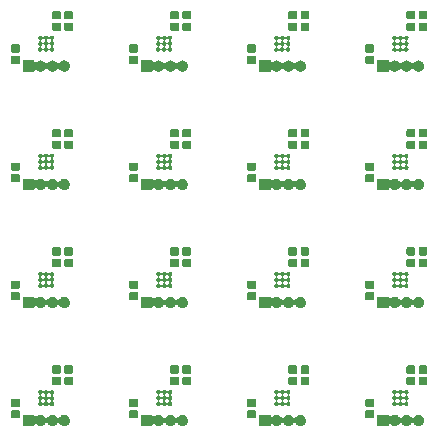
<source format=gbs>
%MOIN*%
%OFA0B0*%
%FSLAX46Y46*%
%IPPOS*%
%LPD*%
%ADD10C,0.0039370078740157488*%
%ADD21C,0.0039370078740157488*%
%ADD22C,0.0039370078740157488*%
%ADD23C,0.0039370078740157488*%
%ADD24C,0.0039370078740157488*%
%ADD25C,0.0039370078740157488*%
%ADD26C,0.0039370078740157488*%
%ADD27C,0.0039370078740157488*%
%ADD28C,0.0039370078740157488*%
%ADD29C,0.0039370078740157488*%
%ADD30C,0.0039370078740157488*%
%ADD31C,0.0039370078740157488*%
%ADD32C,0.0039370078740157488*%
%ADD33C,0.0039370078740157488*%
%ADD34C,0.0039370078740157488*%
%ADD35C,0.0039370078740157488*%
D10*
G36*
X0000118149Y0003704761D02*
G01*
X0000118244Y0003703801D01*
X0000118524Y0003702878D01*
X0000118978Y0003702027D01*
X0000119590Y0003701281D01*
X0000120336Y0003700669D01*
X0000121187Y0003700214D01*
X0000122110Y0003699934D01*
X0000123070Y0003699840D01*
X0000124030Y0003699934D01*
X0000124954Y0003700214D01*
X0000125804Y0003700669D01*
X0000126550Y0003701281D01*
X0000126833Y0003701564D01*
X0000129902Y0003703615D01*
X0000131315Y0003704200D01*
X0000133313Y0003705027D01*
X0000136933Y0003705748D01*
X0000140625Y0003705748D01*
X0000144245Y0003705027D01*
X0000146243Y0003704200D01*
X0000147656Y0003703615D01*
X0000150725Y0003701564D01*
X0000153336Y0003698953D01*
X0000154372Y0003697402D01*
X0000154984Y0003696656D01*
X0000155730Y0003696044D01*
X0000156581Y0003695589D01*
X0000157504Y0003695309D01*
X0000158464Y0003695215D01*
X0000159424Y0003695309D01*
X0000160347Y0003695589D01*
X0000161198Y0003696044D01*
X0000161944Y0003696656D01*
X0000162556Y0003697402D01*
X0000163593Y0003698953D01*
X0000166203Y0003701564D01*
X0000169272Y0003703615D01*
X0000170685Y0003704200D01*
X0000172683Y0003705027D01*
X0000176303Y0003705748D01*
X0000179995Y0003705748D01*
X0000183615Y0003705027D01*
X0000185613Y0003704200D01*
X0000187026Y0003703615D01*
X0000190095Y0003701564D01*
X0000192706Y0003698953D01*
X0000193742Y0003697402D01*
X0000194354Y0003696656D01*
X0000195100Y0003696044D01*
X0000195951Y0003695589D01*
X0000196874Y0003695309D01*
X0000197834Y0003695215D01*
X0000198794Y0003695309D01*
X0000199717Y0003695589D01*
X0000200568Y0003696044D01*
X0000201314Y0003696656D01*
X0000201926Y0003697402D01*
X0000202963Y0003698953D01*
X0000205573Y0003701564D01*
X0000208642Y0003703615D01*
X0000210055Y0003704200D01*
X0000212053Y0003705027D01*
X0000215673Y0003705748D01*
X0000219365Y0003705748D01*
X0000222985Y0003705027D01*
X0000224983Y0003704200D01*
X0000226396Y0003703615D01*
X0000229465Y0003701564D01*
X0000232076Y0003698954D01*
X0000234127Y0003695884D01*
X0000234572Y0003694809D01*
X0000235539Y0003692474D01*
X0000236259Y0003688853D01*
X0000236259Y0003685162D01*
X0000235539Y0003681541D01*
X0000234712Y0003679543D01*
X0000234127Y0003678131D01*
X0000232076Y0003675061D01*
X0000229465Y0003672451D01*
X0000226396Y0003670400D01*
X0000225947Y0003670214D01*
X0000222985Y0003668987D01*
X0000219365Y0003668267D01*
X0000215673Y0003668267D01*
X0000212053Y0003668987D01*
X0000209092Y0003670214D01*
X0000208642Y0003670400D01*
X0000205573Y0003672451D01*
X0000202963Y0003675061D01*
X0000201926Y0003676613D01*
X0000201314Y0003677359D01*
X0000200568Y0003677971D01*
X0000199717Y0003678425D01*
X0000198794Y0003678705D01*
X0000197834Y0003678800D01*
X0000196874Y0003678705D01*
X0000195951Y0003678425D01*
X0000195100Y0003677971D01*
X0000194354Y0003677359D01*
X0000193742Y0003676613D01*
X0000192706Y0003675061D01*
X0000190095Y0003672451D01*
X0000187026Y0003670400D01*
X0000186576Y0003670214D01*
X0000183615Y0003668987D01*
X0000179995Y0003668267D01*
X0000176303Y0003668267D01*
X0000172683Y0003668987D01*
X0000169722Y0003670214D01*
X0000169272Y0003670400D01*
X0000166203Y0003672451D01*
X0000163593Y0003675061D01*
X0000162556Y0003676613D01*
X0000161944Y0003677359D01*
X0000161198Y0003677971D01*
X0000160347Y0003678425D01*
X0000159424Y0003678705D01*
X0000158464Y0003678800D01*
X0000157504Y0003678705D01*
X0000156581Y0003678425D01*
X0000155730Y0003677971D01*
X0000154984Y0003677359D01*
X0000154372Y0003676613D01*
X0000153336Y0003675061D01*
X0000150725Y0003672451D01*
X0000147656Y0003670400D01*
X0000147206Y0003670214D01*
X0000144245Y0003668987D01*
X0000140625Y0003668267D01*
X0000136933Y0003668267D01*
X0000133313Y0003668987D01*
X0000130352Y0003670214D01*
X0000129902Y0003670400D01*
X0000126833Y0003672451D01*
X0000126550Y0003672734D01*
X0000125804Y0003673346D01*
X0000124954Y0003673800D01*
X0000124030Y0003674080D01*
X0000123070Y0003674175D01*
X0000122110Y0003674080D01*
X0000121187Y0003673800D01*
X0000120336Y0003673346D01*
X0000119590Y0003672734D01*
X0000118978Y0003671988D01*
X0000118524Y0003671137D01*
X0000118244Y0003670214D01*
X0000118149Y0003669254D01*
X0000118149Y0003668267D01*
X0000080669Y0003668267D01*
X0000080669Y0003705748D01*
X0000118149Y0003705748D01*
X0000118149Y0003704761D01*
G37*
G36*
X0000066218Y0003720798D02*
G01*
X0000067029Y0003720552D01*
X0000067777Y0003720152D01*
X0000068433Y0003719614D01*
X0000068971Y0003718958D01*
X0000069371Y0003718210D01*
X0000069617Y0003717399D01*
X0000069724Y0003716313D01*
X0000069724Y0003698253D01*
X0000069617Y0003697167D01*
X0000069371Y0003696356D01*
X0000068971Y0003695608D01*
X0000068433Y0003694952D01*
X0000067777Y0003694414D01*
X0000067029Y0003694014D01*
X0000066218Y0003693768D01*
X0000065132Y0003693661D01*
X0000045103Y0003693661D01*
X0000044018Y0003693768D01*
X0000043206Y0003694014D01*
X0000042458Y0003694414D01*
X0000041802Y0003694952D01*
X0000041264Y0003695608D01*
X0000040865Y0003696356D01*
X0000040618Y0003697167D01*
X0000040511Y0003698253D01*
X0000040511Y0003716313D01*
X0000040618Y0003717399D01*
X0000040865Y0003718210D01*
X0000041264Y0003718958D01*
X0000041802Y0003719614D01*
X0000042458Y0003720152D01*
X0000043206Y0003720552D01*
X0000044018Y0003720798D01*
X0000045103Y0003720905D01*
X0000065132Y0003720905D01*
X0000066218Y0003720798D01*
G37*
G36*
X0000066218Y0003758987D02*
G01*
X0000067029Y0003758741D01*
X0000067777Y0003758341D01*
X0000068433Y0003757803D01*
X0000068971Y0003757147D01*
X0000069371Y0003756399D01*
X0000069617Y0003755588D01*
X0000069724Y0003754502D01*
X0000069724Y0003736442D01*
X0000069617Y0003735356D01*
X0000069371Y0003734545D01*
X0000068971Y0003733797D01*
X0000068433Y0003733141D01*
X0000067777Y0003732603D01*
X0000067029Y0003732203D01*
X0000066218Y0003731957D01*
X0000065132Y0003731850D01*
X0000045103Y0003731850D01*
X0000044018Y0003731957D01*
X0000043206Y0003732203D01*
X0000042458Y0003732603D01*
X0000041802Y0003733141D01*
X0000041264Y0003733797D01*
X0000040865Y0003734545D01*
X0000040618Y0003735356D01*
X0000040511Y0003736442D01*
X0000040511Y0003754502D01*
X0000040618Y0003755588D01*
X0000040865Y0003756399D01*
X0000041264Y0003757147D01*
X0000041802Y0003757803D01*
X0000042458Y0003758341D01*
X0000043206Y0003758741D01*
X0000044018Y0003758987D01*
X0000045103Y0003759094D01*
X0000065132Y0003759094D01*
X0000066218Y0003758987D01*
G37*
G36*
X0000139885Y0003788386D02*
G01*
X0000141189Y0003787845D01*
X0000142362Y0003787061D01*
X0000143360Y0003786063D01*
X0000143546Y0003785786D01*
X0000144157Y0003785041D01*
X0000144903Y0003784429D01*
X0000145754Y0003783974D01*
X0000146677Y0003783694D01*
X0000147637Y0003783599D01*
X0000148597Y0003783694D01*
X0000149521Y0003783974D01*
X0000150371Y0003784429D01*
X0000151117Y0003785041D01*
X0000151729Y0003785786D01*
X0000151914Y0003786063D01*
X0000152912Y0003787061D01*
X0000154086Y0003787845D01*
X0000155390Y0003788386D01*
X0000156774Y0003788661D01*
X0000158186Y0003788661D01*
X0000159570Y0003788386D01*
X0000160874Y0003787845D01*
X0000162047Y0003787061D01*
X0000163046Y0003786063D01*
X0000163231Y0003785786D01*
X0000163843Y0003785041D01*
X0000164588Y0003784429D01*
X0000165439Y0003783974D01*
X0000166362Y0003783694D01*
X0000167322Y0003783599D01*
X0000168282Y0003783694D01*
X0000169206Y0003783974D01*
X0000170056Y0003784429D01*
X0000170802Y0003785041D01*
X0000171414Y0003785786D01*
X0000171599Y0003786063D01*
X0000172597Y0003787061D01*
X0000173771Y0003787845D01*
X0000175075Y0003788386D01*
X0000176459Y0003788661D01*
X0000177871Y0003788661D01*
X0000179255Y0003788386D01*
X0000180559Y0003787845D01*
X0000181732Y0003787061D01*
X0000182731Y0003786063D01*
X0000183515Y0003784890D01*
X0000184055Y0003783586D01*
X0000184330Y0003782201D01*
X0000184330Y0003780790D01*
X0000184055Y0003779405D01*
X0000183515Y0003778101D01*
X0000182731Y0003776928D01*
X0000181732Y0003775930D01*
X0000181455Y0003775745D01*
X0000180710Y0003775133D01*
X0000180098Y0003774387D01*
X0000179643Y0003773536D01*
X0000179363Y0003772613D01*
X0000179268Y0003771653D01*
X0000179363Y0003770693D01*
X0000179643Y0003769770D01*
X0000180098Y0003768919D01*
X0000180710Y0003768173D01*
X0000181455Y0003767561D01*
X0000181732Y0003767376D01*
X0000182731Y0003766378D01*
X0000183515Y0003765205D01*
X0000184055Y0003763901D01*
X0000184330Y0003762516D01*
X0000184330Y0003761105D01*
X0000184055Y0003759720D01*
X0000183515Y0003758416D01*
X0000182731Y0003757243D01*
X0000181732Y0003756245D01*
X0000181455Y0003756060D01*
X0000180710Y0003755448D01*
X0000180098Y0003754702D01*
X0000179643Y0003753851D01*
X0000179363Y0003752928D01*
X0000179268Y0003751968D01*
X0000179363Y0003751008D01*
X0000179643Y0003750085D01*
X0000180098Y0003749234D01*
X0000180710Y0003748488D01*
X0000181455Y0003747876D01*
X0000181732Y0003747691D01*
X0000182731Y0003746693D01*
X0000183515Y0003745520D01*
X0000184055Y0003744216D01*
X0000184330Y0003742831D01*
X0000184330Y0003741420D01*
X0000184055Y0003740035D01*
X0000183515Y0003738731D01*
X0000182731Y0003737558D01*
X0000181732Y0003736560D01*
X0000180559Y0003735776D01*
X0000179255Y0003735235D01*
X0000177871Y0003734960D01*
X0000176459Y0003734960D01*
X0000175075Y0003735235D01*
X0000173771Y0003735776D01*
X0000172597Y0003736560D01*
X0000171599Y0003737558D01*
X0000171414Y0003737835D01*
X0000170802Y0003738580D01*
X0000170056Y0003739192D01*
X0000169206Y0003739647D01*
X0000168282Y0003739927D01*
X0000167322Y0003740022D01*
X0000166362Y0003739927D01*
X0000165439Y0003739647D01*
X0000164588Y0003739192D01*
X0000163842Y0003738580D01*
X0000163231Y0003737835D01*
X0000163046Y0003737558D01*
X0000162047Y0003736560D01*
X0000160874Y0003735776D01*
X0000159570Y0003735235D01*
X0000158186Y0003734960D01*
X0000156774Y0003734960D01*
X0000155390Y0003735235D01*
X0000154086Y0003735776D01*
X0000152912Y0003736560D01*
X0000151914Y0003737558D01*
X0000151729Y0003737835D01*
X0000151117Y0003738580D01*
X0000150371Y0003739192D01*
X0000149521Y0003739647D01*
X0000148597Y0003739927D01*
X0000147637Y0003740022D01*
X0000146677Y0003739927D01*
X0000145754Y0003739647D01*
X0000144903Y0003739192D01*
X0000144157Y0003738580D01*
X0000143546Y0003737835D01*
X0000143360Y0003737558D01*
X0000142362Y0003736560D01*
X0000141189Y0003735776D01*
X0000139885Y0003735235D01*
X0000138500Y0003734960D01*
X0000137089Y0003734960D01*
X0000135705Y0003735235D01*
X0000134401Y0003735776D01*
X0000133227Y0003736560D01*
X0000132229Y0003737558D01*
X0000131445Y0003738731D01*
X0000130905Y0003740035D01*
X0000130629Y0003741420D01*
X0000130629Y0003742831D01*
X0000130905Y0003744216D01*
X0000131445Y0003745520D01*
X0000132229Y0003746693D01*
X0000133227Y0003747691D01*
X0000133504Y0003747876D01*
X0000134250Y0003748488D01*
X0000134862Y0003749234D01*
X0000135317Y0003750085D01*
X0000135597Y0003751008D01*
X0000135691Y0003751968D01*
X0000139898Y0003751968D01*
X0000139993Y0003751008D01*
X0000140273Y0003750085D01*
X0000140728Y0003749234D01*
X0000141340Y0003748488D01*
X0000142085Y0003747876D01*
X0000142362Y0003747691D01*
X0000143360Y0003746693D01*
X0000143546Y0003746416D01*
X0000144157Y0003745670D01*
X0000144903Y0003745058D01*
X0000145754Y0003744604D01*
X0000146677Y0003744324D01*
X0000147637Y0003744229D01*
X0000148597Y0003744324D01*
X0000149521Y0003744604D01*
X0000150371Y0003745059D01*
X0000151117Y0003745671D01*
X0000151729Y0003746416D01*
X0000151914Y0003746693D01*
X0000152912Y0003747691D01*
X0000153189Y0003747876D01*
X0000153935Y0003748488D01*
X0000154547Y0003749234D01*
X0000155002Y0003750085D01*
X0000155282Y0003751008D01*
X0000155376Y0003751968D01*
X0000159583Y0003751968D01*
X0000159678Y0003751008D01*
X0000159958Y0003750085D01*
X0000160413Y0003749234D01*
X0000161025Y0003748488D01*
X0000161770Y0003747876D01*
X0000162047Y0003747691D01*
X0000163046Y0003746693D01*
X0000163231Y0003746416D01*
X0000163843Y0003745670D01*
X0000164588Y0003745058D01*
X0000165439Y0003744604D01*
X0000166362Y0003744324D01*
X0000167322Y0003744229D01*
X0000168282Y0003744324D01*
X0000169206Y0003744604D01*
X0000170056Y0003745059D01*
X0000170802Y0003745671D01*
X0000171414Y0003746416D01*
X0000171599Y0003746693D01*
X0000172597Y0003747691D01*
X0000172874Y0003747876D01*
X0000173620Y0003748488D01*
X0000174232Y0003749234D01*
X0000174687Y0003750085D01*
X0000174967Y0003751008D01*
X0000175061Y0003751968D01*
X0000174967Y0003752928D01*
X0000174687Y0003753851D01*
X0000174232Y0003754702D01*
X0000173620Y0003755448D01*
X0000172874Y0003756060D01*
X0000172597Y0003756245D01*
X0000171599Y0003757243D01*
X0000171414Y0003757520D01*
X0000170802Y0003758266D01*
X0000170056Y0003758878D01*
X0000169206Y0003759332D01*
X0000168282Y0003759612D01*
X0000167322Y0003759707D01*
X0000166362Y0003759612D01*
X0000165439Y0003759332D01*
X0000164588Y0003758877D01*
X0000163842Y0003758265D01*
X0000163231Y0003757520D01*
X0000163046Y0003757243D01*
X0000162047Y0003756245D01*
X0000161770Y0003756060D01*
X0000161025Y0003755448D01*
X0000160413Y0003754702D01*
X0000159958Y0003753851D01*
X0000159678Y0003752928D01*
X0000159583Y0003751968D01*
X0000155376Y0003751968D01*
X0000155376Y0003751968D01*
X0000155282Y0003752928D01*
X0000155002Y0003753851D01*
X0000154547Y0003754702D01*
X0000153935Y0003755448D01*
X0000153189Y0003756060D01*
X0000152912Y0003756245D01*
X0000151914Y0003757243D01*
X0000151729Y0003757520D01*
X0000151117Y0003758266D01*
X0000150371Y0003758878D01*
X0000149521Y0003759332D01*
X0000148597Y0003759612D01*
X0000147637Y0003759707D01*
X0000146677Y0003759612D01*
X0000145754Y0003759332D01*
X0000144903Y0003758877D01*
X0000144157Y0003758265D01*
X0000143546Y0003757520D01*
X0000143360Y0003757243D01*
X0000142362Y0003756245D01*
X0000142085Y0003756060D01*
X0000141340Y0003755448D01*
X0000140728Y0003754702D01*
X0000140273Y0003753851D01*
X0000139993Y0003752928D01*
X0000139898Y0003751968D01*
X0000135691Y0003751968D01*
X0000135691Y0003751968D01*
X0000135597Y0003752928D01*
X0000135317Y0003753851D01*
X0000134862Y0003754702D01*
X0000134250Y0003755448D01*
X0000133504Y0003756060D01*
X0000133227Y0003756245D01*
X0000132229Y0003757243D01*
X0000131445Y0003758416D01*
X0000130905Y0003759720D01*
X0000130629Y0003761105D01*
X0000130629Y0003762516D01*
X0000130905Y0003763901D01*
X0000131445Y0003765205D01*
X0000132229Y0003766378D01*
X0000133227Y0003767376D01*
X0000133504Y0003767561D01*
X0000134250Y0003768173D01*
X0000134862Y0003768919D01*
X0000135317Y0003769770D01*
X0000135597Y0003770693D01*
X0000135691Y0003771653D01*
X0000139898Y0003771653D01*
X0000139993Y0003770693D01*
X0000140273Y0003769770D01*
X0000140728Y0003768919D01*
X0000141340Y0003768173D01*
X0000142085Y0003767561D01*
X0000142362Y0003767376D01*
X0000143360Y0003766378D01*
X0000143546Y0003766101D01*
X0000144157Y0003765356D01*
X0000144903Y0003764744D01*
X0000145754Y0003764289D01*
X0000146677Y0003764009D01*
X0000147637Y0003763914D01*
X0000148597Y0003764009D01*
X0000149521Y0003764289D01*
X0000150371Y0003764744D01*
X0000151117Y0003765356D01*
X0000151729Y0003766101D01*
X0000151914Y0003766378D01*
X0000152912Y0003767376D01*
X0000153189Y0003767561D01*
X0000153935Y0003768173D01*
X0000154547Y0003768919D01*
X0000155002Y0003769770D01*
X0000155282Y0003770693D01*
X0000155376Y0003771653D01*
X0000159583Y0003771653D01*
X0000159678Y0003770693D01*
X0000159958Y0003769770D01*
X0000160413Y0003768919D01*
X0000161025Y0003768173D01*
X0000161770Y0003767561D01*
X0000162047Y0003767376D01*
X0000163046Y0003766378D01*
X0000163231Y0003766101D01*
X0000163843Y0003765356D01*
X0000164588Y0003764744D01*
X0000165439Y0003764289D01*
X0000166362Y0003764009D01*
X0000167322Y0003763914D01*
X0000168282Y0003764009D01*
X0000169206Y0003764289D01*
X0000170056Y0003764744D01*
X0000170802Y0003765356D01*
X0000171414Y0003766101D01*
X0000171599Y0003766378D01*
X0000172597Y0003767376D01*
X0000172874Y0003767561D01*
X0000173620Y0003768173D01*
X0000174232Y0003768919D01*
X0000174687Y0003769770D01*
X0000174967Y0003770693D01*
X0000175061Y0003771653D01*
X0000174967Y0003772613D01*
X0000174687Y0003773536D01*
X0000174232Y0003774387D01*
X0000173620Y0003775133D01*
X0000172874Y0003775745D01*
X0000172597Y0003775930D01*
X0000171599Y0003776928D01*
X0000171414Y0003777205D01*
X0000170802Y0003777951D01*
X0000170056Y0003778563D01*
X0000169206Y0003779017D01*
X0000168282Y0003779297D01*
X0000167322Y0003779392D01*
X0000166362Y0003779297D01*
X0000165439Y0003779017D01*
X0000164588Y0003778563D01*
X0000163842Y0003777951D01*
X0000163231Y0003777205D01*
X0000163046Y0003776928D01*
X0000162047Y0003775930D01*
X0000161770Y0003775745D01*
X0000161025Y0003775133D01*
X0000160413Y0003774387D01*
X0000159958Y0003773536D01*
X0000159678Y0003772613D01*
X0000159583Y0003771653D01*
X0000155376Y0003771653D01*
X0000155376Y0003771653D01*
X0000155282Y0003772613D01*
X0000155002Y0003773536D01*
X0000154547Y0003774387D01*
X0000153935Y0003775133D01*
X0000153189Y0003775745D01*
X0000152912Y0003775930D01*
X0000151914Y0003776928D01*
X0000151729Y0003777205D01*
X0000151117Y0003777951D01*
X0000150371Y0003778563D01*
X0000149521Y0003779017D01*
X0000148597Y0003779297D01*
X0000147637Y0003779392D01*
X0000146677Y0003779297D01*
X0000145754Y0003779017D01*
X0000144903Y0003778563D01*
X0000144157Y0003777951D01*
X0000143546Y0003777205D01*
X0000143360Y0003776928D01*
X0000142362Y0003775930D01*
X0000142085Y0003775745D01*
X0000141340Y0003775133D01*
X0000140728Y0003774387D01*
X0000140273Y0003773536D01*
X0000139993Y0003772613D01*
X0000139898Y0003771653D01*
X0000135691Y0003771653D01*
X0000135691Y0003771653D01*
X0000135597Y0003772613D01*
X0000135317Y0003773536D01*
X0000134862Y0003774387D01*
X0000134250Y0003775133D01*
X0000133504Y0003775745D01*
X0000133227Y0003775930D01*
X0000132229Y0003776928D01*
X0000131445Y0003778101D01*
X0000130905Y0003779405D01*
X0000130629Y0003780790D01*
X0000130629Y0003782201D01*
X0000130905Y0003783586D01*
X0000131445Y0003784890D01*
X0000132229Y0003786063D01*
X0000133227Y0003787061D01*
X0000134401Y0003787845D01*
X0000135705Y0003788386D01*
X0000137089Y0003788661D01*
X0000138500Y0003788661D01*
X0000139885Y0003788386D01*
G37*
G36*
X0000203225Y0003831822D02*
G01*
X0000204037Y0003831575D01*
X0000204785Y0003831176D01*
X0000205441Y0003830638D01*
X0000205979Y0003829982D01*
X0000206379Y0003829234D01*
X0000206625Y0003828422D01*
X0000206732Y0003827337D01*
X0000206732Y0003809277D01*
X0000206625Y0003808191D01*
X0000206379Y0003807379D01*
X0000205979Y0003806631D01*
X0000205441Y0003805976D01*
X0000204785Y0003805437D01*
X0000204037Y0003805038D01*
X0000203225Y0003804791D01*
X0000202140Y0003804685D01*
X0000182111Y0003804685D01*
X0000181026Y0003804791D01*
X0000180214Y0003805038D01*
X0000179466Y0003805437D01*
X0000178810Y0003805976D01*
X0000178272Y0003806631D01*
X0000177872Y0003807379D01*
X0000177626Y0003808191D01*
X0000177519Y0003809277D01*
X0000177519Y0003827337D01*
X0000177626Y0003828422D01*
X0000177872Y0003829234D01*
X0000178272Y0003829982D01*
X0000178810Y0003830638D01*
X0000179466Y0003831176D01*
X0000180214Y0003831575D01*
X0000181026Y0003831822D01*
X0000182111Y0003831929D01*
X0000202140Y0003831929D01*
X0000203225Y0003831822D01*
G37*
G36*
X0000243777Y0003831822D02*
G01*
X0000244588Y0003831575D01*
X0000245336Y0003831176D01*
X0000245992Y0003830638D01*
X0000246530Y0003829982D01*
X0000246930Y0003829234D01*
X0000247176Y0003828422D01*
X0000247283Y0003827337D01*
X0000247283Y0003809277D01*
X0000247176Y0003808191D01*
X0000246930Y0003807379D01*
X0000246530Y0003806631D01*
X0000245992Y0003805976D01*
X0000245336Y0003805437D01*
X0000244588Y0003805038D01*
X0000243777Y0003804791D01*
X0000242691Y0003804685D01*
X0000222662Y0003804685D01*
X0000221577Y0003804791D01*
X0000220765Y0003805038D01*
X0000220017Y0003805437D01*
X0000219361Y0003805976D01*
X0000218823Y0003806631D01*
X0000218424Y0003807379D01*
X0000218177Y0003808191D01*
X0000218070Y0003809277D01*
X0000218070Y0003827337D01*
X0000218177Y0003828422D01*
X0000218424Y0003829234D01*
X0000218823Y0003829982D01*
X0000219361Y0003830638D01*
X0000220017Y0003831176D01*
X0000220765Y0003831575D01*
X0000221577Y0003831822D01*
X0000222662Y0003831929D01*
X0000242691Y0003831929D01*
X0000243777Y0003831822D01*
G37*
G36*
X0000243777Y0003870011D02*
G01*
X0000244588Y0003869764D01*
X0000245336Y0003869365D01*
X0000245992Y0003868827D01*
X0000246530Y0003868171D01*
X0000246930Y0003867423D01*
X0000247176Y0003866611D01*
X0000247283Y0003865525D01*
X0000247283Y0003847466D01*
X0000247176Y0003846380D01*
X0000246930Y0003845568D01*
X0000246530Y0003844820D01*
X0000245992Y0003844165D01*
X0000245336Y0003843626D01*
X0000244588Y0003843227D01*
X0000243777Y0003842980D01*
X0000242691Y0003842874D01*
X0000222662Y0003842874D01*
X0000221577Y0003842980D01*
X0000220765Y0003843227D01*
X0000220017Y0003843626D01*
X0000219361Y0003844165D01*
X0000218823Y0003844820D01*
X0000218424Y0003845568D01*
X0000218177Y0003846380D01*
X0000218070Y0003847466D01*
X0000218070Y0003865525D01*
X0000218177Y0003866611D01*
X0000218424Y0003867423D01*
X0000218823Y0003868171D01*
X0000219361Y0003868827D01*
X0000220017Y0003869365D01*
X0000220765Y0003869764D01*
X0000221577Y0003870011D01*
X0000222662Y0003870118D01*
X0000242691Y0003870118D01*
X0000243777Y0003870011D01*
G37*
G36*
X0000203225Y0003870011D02*
G01*
X0000204037Y0003869764D01*
X0000204785Y0003869365D01*
X0000205441Y0003868827D01*
X0000205979Y0003868171D01*
X0000206379Y0003867423D01*
X0000206625Y0003866611D01*
X0000206732Y0003865525D01*
X0000206732Y0003847466D01*
X0000206625Y0003846380D01*
X0000206379Y0003845568D01*
X0000205979Y0003844820D01*
X0000205441Y0003844165D01*
X0000204785Y0003843626D01*
X0000204037Y0003843227D01*
X0000203225Y0003842980D01*
X0000202140Y0003842874D01*
X0000182111Y0003842874D01*
X0000181026Y0003842980D01*
X0000180214Y0003843227D01*
X0000179466Y0003843626D01*
X0000178810Y0003844165D01*
X0000178272Y0003844820D01*
X0000177872Y0003845568D01*
X0000177626Y0003846380D01*
X0000177519Y0003847466D01*
X0000177519Y0003865525D01*
X0000177626Y0003866611D01*
X0000177872Y0003867423D01*
X0000178272Y0003868171D01*
X0000178810Y0003868827D01*
X0000179466Y0003869365D01*
X0000180214Y0003869764D01*
X0000181026Y0003870011D01*
X0000182111Y0003870118D01*
X0000202140Y0003870118D01*
X0000203225Y0003870011D01*
G37*
G04 next file*
G04 #@! TF.GenerationSoftware,KiCad,Pcbnew,(5.1.5)-3*
G04 #@! TF.CreationDate,2021-04-29T13:46:15+02:00*
G04 #@! TF.ProjectId,Hivetracker,48697665-7472-4616-936b-65722e6b6963,rev?*
G04 #@! TF.SameCoordinates,PX2562500PY28a0640*
G04 #@! TF.FileFunction,Soldermask,Bot*
G04 #@! TF.FilePolarity,Negative*
G04 Gerber Fmt 4.6, Leading zero omitted, Abs format (unit mm)*
G04 Created by KiCad (PCBNEW (5.1.5)-3) date 2021-04-29 13:46:15*
G04 APERTURE LIST*
G04 APERTURE END LIST*
D21*
G36*
X0000511850Y0003704761D02*
G01*
X0000511944Y0003703801D01*
X0000512225Y0003702878D01*
X0000512679Y0003702027D01*
X0000513291Y0003701281D01*
X0000514037Y0003700669D01*
X0000514888Y0003700214D01*
X0000515811Y0003699934D01*
X0000516771Y0003699840D01*
X0000517731Y0003699934D01*
X0000518654Y0003700214D01*
X0000519505Y0003700669D01*
X0000520251Y0003701281D01*
X0000520534Y0003701564D01*
X0000523603Y0003703615D01*
X0000525016Y0003704200D01*
X0000527014Y0003705027D01*
X0000530634Y0003705748D01*
X0000534326Y0003705748D01*
X0000537946Y0003705027D01*
X0000539944Y0003704200D01*
X0000541357Y0003703615D01*
X0000544426Y0003701564D01*
X0000547036Y0003698953D01*
X0000548073Y0003697402D01*
X0000548685Y0003696656D01*
X0000549431Y0003696044D01*
X0000550282Y0003695589D01*
X0000551205Y0003695309D01*
X0000552165Y0003695215D01*
X0000553125Y0003695309D01*
X0000554048Y0003695589D01*
X0000554899Y0003696044D01*
X0000555645Y0003696656D01*
X0000556257Y0003697402D01*
X0000557293Y0003698953D01*
X0000559904Y0003701564D01*
X0000562973Y0003703615D01*
X0000564386Y0003704200D01*
X0000566384Y0003705027D01*
X0000570004Y0003705748D01*
X0000573696Y0003705748D01*
X0000577316Y0003705027D01*
X0000579314Y0003704200D01*
X0000580727Y0003703615D01*
X0000583796Y0003701564D01*
X0000586406Y0003698953D01*
X0000587443Y0003697402D01*
X0000588055Y0003696656D01*
X0000588801Y0003696044D01*
X0000589652Y0003695589D01*
X0000590575Y0003695309D01*
X0000591535Y0003695215D01*
X0000592495Y0003695309D01*
X0000593418Y0003695589D01*
X0000594269Y0003696044D01*
X0000595015Y0003696656D01*
X0000595627Y0003697402D01*
X0000596663Y0003698953D01*
X0000599274Y0003701564D01*
X0000602343Y0003703615D01*
X0000603756Y0003704200D01*
X0000605754Y0003705027D01*
X0000609374Y0003705748D01*
X0000613066Y0003705748D01*
X0000616686Y0003705027D01*
X0000618684Y0003704200D01*
X0000620097Y0003703615D01*
X0000623166Y0003701564D01*
X0000625776Y0003698954D01*
X0000627827Y0003695884D01*
X0000628273Y0003694809D01*
X0000629240Y0003692474D01*
X0000629960Y0003688853D01*
X0000629960Y0003685162D01*
X0000629240Y0003681541D01*
X0000628412Y0003679543D01*
X0000627827Y0003678131D01*
X0000625776Y0003675061D01*
X0000623166Y0003672451D01*
X0000620097Y0003670400D01*
X0000619647Y0003670214D01*
X0000616686Y0003668987D01*
X0000613066Y0003668267D01*
X0000609374Y0003668267D01*
X0000605754Y0003668987D01*
X0000602793Y0003670214D01*
X0000602343Y0003670400D01*
X0000599274Y0003672451D01*
X0000596663Y0003675061D01*
X0000595627Y0003676613D01*
X0000595015Y0003677359D01*
X0000594269Y0003677971D01*
X0000593418Y0003678425D01*
X0000592495Y0003678705D01*
X0000591535Y0003678800D01*
X0000590575Y0003678705D01*
X0000589652Y0003678425D01*
X0000588801Y0003677971D01*
X0000588055Y0003677359D01*
X0000587443Y0003676613D01*
X0000586406Y0003675061D01*
X0000583796Y0003672451D01*
X0000580727Y0003670400D01*
X0000580277Y0003670214D01*
X0000577316Y0003668987D01*
X0000573696Y0003668267D01*
X0000570004Y0003668267D01*
X0000566384Y0003668987D01*
X0000563423Y0003670214D01*
X0000562973Y0003670400D01*
X0000559904Y0003672451D01*
X0000557293Y0003675061D01*
X0000556257Y0003676613D01*
X0000555645Y0003677359D01*
X0000554899Y0003677971D01*
X0000554048Y0003678425D01*
X0000553125Y0003678705D01*
X0000552165Y0003678800D01*
X0000551205Y0003678705D01*
X0000550282Y0003678425D01*
X0000549431Y0003677971D01*
X0000548685Y0003677359D01*
X0000548073Y0003676613D01*
X0000547036Y0003675061D01*
X0000544426Y0003672451D01*
X0000541357Y0003670400D01*
X0000540907Y0003670214D01*
X0000537946Y0003668987D01*
X0000534326Y0003668267D01*
X0000530634Y0003668267D01*
X0000527014Y0003668987D01*
X0000524052Y0003670214D01*
X0000523603Y0003670400D01*
X0000520534Y0003672451D01*
X0000520251Y0003672734D01*
X0000519505Y0003673346D01*
X0000518654Y0003673800D01*
X0000517731Y0003674080D01*
X0000516771Y0003674175D01*
X0000515811Y0003674080D01*
X0000514888Y0003673800D01*
X0000514037Y0003673346D01*
X0000513291Y0003672734D01*
X0000512679Y0003671988D01*
X0000512225Y0003671137D01*
X0000511944Y0003670214D01*
X0000511850Y0003669254D01*
X0000511850Y0003668267D01*
X0000474370Y0003668267D01*
X0000474370Y0003705748D01*
X0000511850Y0003705748D01*
X0000511850Y0003704761D01*
G37*
G36*
X0000459918Y0003720798D02*
G01*
X0000460730Y0003720552D01*
X0000461478Y0003720152D01*
X0000462134Y0003719614D01*
X0000462672Y0003718958D01*
X0000463072Y0003718210D01*
X0000463318Y0003717399D01*
X0000463425Y0003716313D01*
X0000463425Y0003698253D01*
X0000463318Y0003697167D01*
X0000463072Y0003696356D01*
X0000462672Y0003695608D01*
X0000462134Y0003694952D01*
X0000461478Y0003694414D01*
X0000460730Y0003694014D01*
X0000459918Y0003693768D01*
X0000458833Y0003693661D01*
X0000438804Y0003693661D01*
X0000437718Y0003693768D01*
X0000436907Y0003694014D01*
X0000436159Y0003694414D01*
X0000435503Y0003694952D01*
X0000434965Y0003695608D01*
X0000434565Y0003696356D01*
X0000434319Y0003697167D01*
X0000434212Y0003698253D01*
X0000434212Y0003716313D01*
X0000434319Y0003717399D01*
X0000434565Y0003718210D01*
X0000434965Y0003718958D01*
X0000435503Y0003719614D01*
X0000436159Y0003720152D01*
X0000436907Y0003720552D01*
X0000437718Y0003720798D01*
X0000438804Y0003720905D01*
X0000458833Y0003720905D01*
X0000459918Y0003720798D01*
G37*
G36*
X0000459918Y0003758987D02*
G01*
X0000460730Y0003758741D01*
X0000461478Y0003758341D01*
X0000462134Y0003757803D01*
X0000462672Y0003757147D01*
X0000463072Y0003756399D01*
X0000463318Y0003755588D01*
X0000463425Y0003754502D01*
X0000463425Y0003736442D01*
X0000463318Y0003735356D01*
X0000463072Y0003734545D01*
X0000462672Y0003733797D01*
X0000462134Y0003733141D01*
X0000461478Y0003732603D01*
X0000460730Y0003732203D01*
X0000459918Y0003731957D01*
X0000458833Y0003731850D01*
X0000438804Y0003731850D01*
X0000437718Y0003731957D01*
X0000436907Y0003732203D01*
X0000436159Y0003732603D01*
X0000435503Y0003733141D01*
X0000434965Y0003733797D01*
X0000434565Y0003734545D01*
X0000434319Y0003735356D01*
X0000434212Y0003736442D01*
X0000434212Y0003754502D01*
X0000434319Y0003755588D01*
X0000434565Y0003756399D01*
X0000434965Y0003757147D01*
X0000435503Y0003757803D01*
X0000436159Y0003758341D01*
X0000436907Y0003758741D01*
X0000437718Y0003758987D01*
X0000438804Y0003759094D01*
X0000458833Y0003759094D01*
X0000459918Y0003758987D01*
G37*
G36*
X0000533586Y0003788386D02*
G01*
X0000534890Y0003787845D01*
X0000536063Y0003787061D01*
X0000537061Y0003786063D01*
X0000537247Y0003785786D01*
X0000537858Y0003785041D01*
X0000538604Y0003784429D01*
X0000539455Y0003783974D01*
X0000540378Y0003783694D01*
X0000541338Y0003783599D01*
X0000542298Y0003783694D01*
X0000543221Y0003783974D01*
X0000544072Y0003784429D01*
X0000544818Y0003785041D01*
X0000545430Y0003785786D01*
X0000545615Y0003786063D01*
X0000546613Y0003787061D01*
X0000547787Y0003787845D01*
X0000549091Y0003788386D01*
X0000550475Y0003788661D01*
X0000551886Y0003788661D01*
X0000553271Y0003788386D01*
X0000554575Y0003787845D01*
X0000555748Y0003787061D01*
X0000556746Y0003786063D01*
X0000556932Y0003785786D01*
X0000557543Y0003785041D01*
X0000558289Y0003784429D01*
X0000559140Y0003783974D01*
X0000560063Y0003783694D01*
X0000561023Y0003783599D01*
X0000561983Y0003783694D01*
X0000562906Y0003783974D01*
X0000563757Y0003784429D01*
X0000564503Y0003785041D01*
X0000565115Y0003785786D01*
X0000565300Y0003786063D01*
X0000566298Y0003787061D01*
X0000567472Y0003787845D01*
X0000568776Y0003788386D01*
X0000570160Y0003788661D01*
X0000571571Y0003788661D01*
X0000572956Y0003788386D01*
X0000574260Y0003787845D01*
X0000575433Y0003787061D01*
X0000576431Y0003786063D01*
X0000577216Y0003784890D01*
X0000577756Y0003783586D01*
X0000578031Y0003782201D01*
X0000578031Y0003780790D01*
X0000577756Y0003779405D01*
X0000577216Y0003778101D01*
X0000576431Y0003776928D01*
X0000575433Y0003775930D01*
X0000575156Y0003775745D01*
X0000574411Y0003775133D01*
X0000573799Y0003774387D01*
X0000573344Y0003773536D01*
X0000573064Y0003772613D01*
X0000572969Y0003771653D01*
X0000573064Y0003770693D01*
X0000573344Y0003769770D01*
X0000573799Y0003768919D01*
X0000574411Y0003768173D01*
X0000575156Y0003767561D01*
X0000575433Y0003767376D01*
X0000576431Y0003766378D01*
X0000577216Y0003765205D01*
X0000577756Y0003763901D01*
X0000578031Y0003762516D01*
X0000578031Y0003761105D01*
X0000577756Y0003759720D01*
X0000577216Y0003758416D01*
X0000576431Y0003757243D01*
X0000575433Y0003756245D01*
X0000575156Y0003756060D01*
X0000574411Y0003755448D01*
X0000573799Y0003754702D01*
X0000573344Y0003753851D01*
X0000573064Y0003752928D01*
X0000572969Y0003751968D01*
X0000573064Y0003751008D01*
X0000573344Y0003750085D01*
X0000573799Y0003749234D01*
X0000574411Y0003748488D01*
X0000575156Y0003747876D01*
X0000575433Y0003747691D01*
X0000576431Y0003746693D01*
X0000577216Y0003745520D01*
X0000577756Y0003744216D01*
X0000578031Y0003742831D01*
X0000578031Y0003741420D01*
X0000577756Y0003740035D01*
X0000577216Y0003738731D01*
X0000576431Y0003737558D01*
X0000575433Y0003736560D01*
X0000574260Y0003735776D01*
X0000572956Y0003735235D01*
X0000571571Y0003734960D01*
X0000570160Y0003734960D01*
X0000568776Y0003735235D01*
X0000567472Y0003735776D01*
X0000566298Y0003736560D01*
X0000565300Y0003737558D01*
X0000565115Y0003737835D01*
X0000564503Y0003738580D01*
X0000563757Y0003739192D01*
X0000562906Y0003739647D01*
X0000561983Y0003739927D01*
X0000561023Y0003740022D01*
X0000560063Y0003739927D01*
X0000559140Y0003739647D01*
X0000558289Y0003739192D01*
X0000557543Y0003738580D01*
X0000556932Y0003737835D01*
X0000556746Y0003737558D01*
X0000555748Y0003736560D01*
X0000554575Y0003735776D01*
X0000553271Y0003735235D01*
X0000551886Y0003734960D01*
X0000550475Y0003734960D01*
X0000549091Y0003735235D01*
X0000547787Y0003735776D01*
X0000546613Y0003736560D01*
X0000545615Y0003737558D01*
X0000545430Y0003737835D01*
X0000544818Y0003738580D01*
X0000544072Y0003739192D01*
X0000543221Y0003739647D01*
X0000542298Y0003739927D01*
X0000541338Y0003740022D01*
X0000540378Y0003739927D01*
X0000539455Y0003739647D01*
X0000538604Y0003739192D01*
X0000537858Y0003738580D01*
X0000537247Y0003737835D01*
X0000537061Y0003737558D01*
X0000536063Y0003736560D01*
X0000534890Y0003735776D01*
X0000533586Y0003735235D01*
X0000532201Y0003734960D01*
X0000530790Y0003734960D01*
X0000529405Y0003735235D01*
X0000528101Y0003735776D01*
X0000526928Y0003736560D01*
X0000525930Y0003737558D01*
X0000525146Y0003738731D01*
X0000524606Y0003740035D01*
X0000524330Y0003741420D01*
X0000524330Y0003742831D01*
X0000524606Y0003744216D01*
X0000525146Y0003745520D01*
X0000525930Y0003746693D01*
X0000526928Y0003747691D01*
X0000527205Y0003747876D01*
X0000527951Y0003748488D01*
X0000528563Y0003749234D01*
X0000529017Y0003750085D01*
X0000529297Y0003751008D01*
X0000529392Y0003751968D01*
X0000533599Y0003751968D01*
X0000533694Y0003751008D01*
X0000533974Y0003750085D01*
X0000534429Y0003749234D01*
X0000535041Y0003748488D01*
X0000535786Y0003747876D01*
X0000536063Y0003747691D01*
X0000537061Y0003746693D01*
X0000537247Y0003746416D01*
X0000537858Y0003745670D01*
X0000538604Y0003745058D01*
X0000539455Y0003744604D01*
X0000540378Y0003744324D01*
X0000541338Y0003744229D01*
X0000542298Y0003744324D01*
X0000543221Y0003744604D01*
X0000544072Y0003745059D01*
X0000544818Y0003745671D01*
X0000545430Y0003746416D01*
X0000545615Y0003746693D01*
X0000546613Y0003747691D01*
X0000546890Y0003747876D01*
X0000547636Y0003748488D01*
X0000548248Y0003749234D01*
X0000548702Y0003750085D01*
X0000548982Y0003751008D01*
X0000549077Y0003751968D01*
X0000553284Y0003751968D01*
X0000553379Y0003751008D01*
X0000553659Y0003750085D01*
X0000554114Y0003749234D01*
X0000554726Y0003748488D01*
X0000555471Y0003747876D01*
X0000555748Y0003747691D01*
X0000556746Y0003746693D01*
X0000556932Y0003746416D01*
X0000557543Y0003745670D01*
X0000558289Y0003745058D01*
X0000559140Y0003744604D01*
X0000560063Y0003744324D01*
X0000561023Y0003744229D01*
X0000561983Y0003744324D01*
X0000562906Y0003744604D01*
X0000563757Y0003745059D01*
X0000564503Y0003745671D01*
X0000565115Y0003746416D01*
X0000565300Y0003746693D01*
X0000566298Y0003747691D01*
X0000566575Y0003747876D01*
X0000567321Y0003748488D01*
X0000567933Y0003749234D01*
X0000568387Y0003750085D01*
X0000568667Y0003751008D01*
X0000568762Y0003751968D01*
X0000568667Y0003752928D01*
X0000568387Y0003753851D01*
X0000567933Y0003754702D01*
X0000567321Y0003755448D01*
X0000566575Y0003756060D01*
X0000566298Y0003756245D01*
X0000565300Y0003757243D01*
X0000565115Y0003757520D01*
X0000564503Y0003758266D01*
X0000563757Y0003758878D01*
X0000562906Y0003759332D01*
X0000561983Y0003759612D01*
X0000561023Y0003759707D01*
X0000560063Y0003759612D01*
X0000559140Y0003759332D01*
X0000558289Y0003758877D01*
X0000557543Y0003758265D01*
X0000556932Y0003757520D01*
X0000556746Y0003757243D01*
X0000555748Y0003756245D01*
X0000555471Y0003756060D01*
X0000554726Y0003755448D01*
X0000554114Y0003754702D01*
X0000553659Y0003753851D01*
X0000553379Y0003752928D01*
X0000553284Y0003751968D01*
X0000549077Y0003751968D01*
X0000549077Y0003751968D01*
X0000548982Y0003752928D01*
X0000548702Y0003753851D01*
X0000548248Y0003754702D01*
X0000547636Y0003755448D01*
X0000546890Y0003756060D01*
X0000546613Y0003756245D01*
X0000545615Y0003757243D01*
X0000545430Y0003757520D01*
X0000544818Y0003758266D01*
X0000544072Y0003758878D01*
X0000543221Y0003759332D01*
X0000542298Y0003759612D01*
X0000541338Y0003759707D01*
X0000540378Y0003759612D01*
X0000539455Y0003759332D01*
X0000538604Y0003758877D01*
X0000537858Y0003758265D01*
X0000537247Y0003757520D01*
X0000537061Y0003757243D01*
X0000536063Y0003756245D01*
X0000535786Y0003756060D01*
X0000535041Y0003755448D01*
X0000534429Y0003754702D01*
X0000533974Y0003753851D01*
X0000533694Y0003752928D01*
X0000533599Y0003751968D01*
X0000529392Y0003751968D01*
X0000529392Y0003751968D01*
X0000529297Y0003752928D01*
X0000529017Y0003753851D01*
X0000528563Y0003754702D01*
X0000527951Y0003755448D01*
X0000527205Y0003756060D01*
X0000526928Y0003756245D01*
X0000525930Y0003757243D01*
X0000525146Y0003758416D01*
X0000524606Y0003759720D01*
X0000524330Y0003761105D01*
X0000524330Y0003762516D01*
X0000524606Y0003763901D01*
X0000525146Y0003765205D01*
X0000525930Y0003766378D01*
X0000526928Y0003767376D01*
X0000527205Y0003767561D01*
X0000527951Y0003768173D01*
X0000528563Y0003768919D01*
X0000529017Y0003769770D01*
X0000529297Y0003770693D01*
X0000529392Y0003771653D01*
X0000533599Y0003771653D01*
X0000533694Y0003770693D01*
X0000533974Y0003769770D01*
X0000534429Y0003768919D01*
X0000535041Y0003768173D01*
X0000535786Y0003767561D01*
X0000536063Y0003767376D01*
X0000537061Y0003766378D01*
X0000537247Y0003766101D01*
X0000537858Y0003765356D01*
X0000538604Y0003764744D01*
X0000539455Y0003764289D01*
X0000540378Y0003764009D01*
X0000541338Y0003763914D01*
X0000542298Y0003764009D01*
X0000543221Y0003764289D01*
X0000544072Y0003764744D01*
X0000544818Y0003765356D01*
X0000545430Y0003766101D01*
X0000545615Y0003766378D01*
X0000546613Y0003767376D01*
X0000546890Y0003767561D01*
X0000547636Y0003768173D01*
X0000548248Y0003768919D01*
X0000548702Y0003769770D01*
X0000548982Y0003770693D01*
X0000549077Y0003771653D01*
X0000553284Y0003771653D01*
X0000553379Y0003770693D01*
X0000553659Y0003769770D01*
X0000554114Y0003768919D01*
X0000554726Y0003768173D01*
X0000555471Y0003767561D01*
X0000555748Y0003767376D01*
X0000556746Y0003766378D01*
X0000556932Y0003766101D01*
X0000557543Y0003765356D01*
X0000558289Y0003764744D01*
X0000559140Y0003764289D01*
X0000560063Y0003764009D01*
X0000561023Y0003763914D01*
X0000561983Y0003764009D01*
X0000562906Y0003764289D01*
X0000563757Y0003764744D01*
X0000564503Y0003765356D01*
X0000565115Y0003766101D01*
X0000565300Y0003766378D01*
X0000566298Y0003767376D01*
X0000566575Y0003767561D01*
X0000567321Y0003768173D01*
X0000567933Y0003768919D01*
X0000568387Y0003769770D01*
X0000568667Y0003770693D01*
X0000568762Y0003771653D01*
X0000568667Y0003772613D01*
X0000568387Y0003773536D01*
X0000567933Y0003774387D01*
X0000567321Y0003775133D01*
X0000566575Y0003775745D01*
X0000566298Y0003775930D01*
X0000565300Y0003776928D01*
X0000565115Y0003777205D01*
X0000564503Y0003777951D01*
X0000563757Y0003778563D01*
X0000562906Y0003779017D01*
X0000561983Y0003779297D01*
X0000561023Y0003779392D01*
X0000560063Y0003779297D01*
X0000559140Y0003779017D01*
X0000558289Y0003778563D01*
X0000557543Y0003777951D01*
X0000556932Y0003777205D01*
X0000556746Y0003776928D01*
X0000555748Y0003775930D01*
X0000555471Y0003775745D01*
X0000554726Y0003775133D01*
X0000554114Y0003774387D01*
X0000553659Y0003773536D01*
X0000553379Y0003772613D01*
X0000553284Y0003771653D01*
X0000549077Y0003771653D01*
X0000549077Y0003771653D01*
X0000548982Y0003772613D01*
X0000548702Y0003773536D01*
X0000548248Y0003774387D01*
X0000547636Y0003775133D01*
X0000546890Y0003775745D01*
X0000546613Y0003775930D01*
X0000545615Y0003776928D01*
X0000545430Y0003777205D01*
X0000544818Y0003777951D01*
X0000544072Y0003778563D01*
X0000543221Y0003779017D01*
X0000542298Y0003779297D01*
X0000541338Y0003779392D01*
X0000540378Y0003779297D01*
X0000539455Y0003779017D01*
X0000538604Y0003778563D01*
X0000537858Y0003777951D01*
X0000537247Y0003777205D01*
X0000537061Y0003776928D01*
X0000536063Y0003775930D01*
X0000535786Y0003775745D01*
X0000535041Y0003775133D01*
X0000534429Y0003774387D01*
X0000533974Y0003773536D01*
X0000533694Y0003772613D01*
X0000533599Y0003771653D01*
X0000529392Y0003771653D01*
X0000529392Y0003771653D01*
X0000529297Y0003772613D01*
X0000529017Y0003773536D01*
X0000528563Y0003774387D01*
X0000527951Y0003775133D01*
X0000527205Y0003775745D01*
X0000526928Y0003775930D01*
X0000525930Y0003776928D01*
X0000525146Y0003778101D01*
X0000524606Y0003779405D01*
X0000524330Y0003780790D01*
X0000524330Y0003782201D01*
X0000524606Y0003783586D01*
X0000525146Y0003784890D01*
X0000525930Y0003786063D01*
X0000526928Y0003787061D01*
X0000528101Y0003787845D01*
X0000529405Y0003788386D01*
X0000530790Y0003788661D01*
X0000532201Y0003788661D01*
X0000533586Y0003788386D01*
G37*
G36*
X0000596926Y0003831822D02*
G01*
X0000597738Y0003831575D01*
X0000598486Y0003831176D01*
X0000599142Y0003830638D01*
X0000599680Y0003829982D01*
X0000600079Y0003829234D01*
X0000600326Y0003828422D01*
X0000600433Y0003827337D01*
X0000600433Y0003809277D01*
X0000600326Y0003808191D01*
X0000600079Y0003807379D01*
X0000599680Y0003806631D01*
X0000599142Y0003805976D01*
X0000598486Y0003805437D01*
X0000597738Y0003805038D01*
X0000596926Y0003804791D01*
X0000595840Y0003804685D01*
X0000575812Y0003804685D01*
X0000574726Y0003804791D01*
X0000573915Y0003805038D01*
X0000573167Y0003805437D01*
X0000572511Y0003805976D01*
X0000571973Y0003806631D01*
X0000571573Y0003807379D01*
X0000571327Y0003808191D01*
X0000571220Y0003809277D01*
X0000571220Y0003827337D01*
X0000571327Y0003828422D01*
X0000571573Y0003829234D01*
X0000571973Y0003829982D01*
X0000572511Y0003830638D01*
X0000573167Y0003831176D01*
X0000573915Y0003831575D01*
X0000574726Y0003831822D01*
X0000575812Y0003831929D01*
X0000595840Y0003831929D01*
X0000596926Y0003831822D01*
G37*
G36*
X0000637477Y0003831822D02*
G01*
X0000638289Y0003831575D01*
X0000639037Y0003831176D01*
X0000639693Y0003830638D01*
X0000640231Y0003829982D01*
X0000640631Y0003829234D01*
X0000640877Y0003828422D01*
X0000640984Y0003827337D01*
X0000640984Y0003809277D01*
X0000640877Y0003808191D01*
X0000640631Y0003807379D01*
X0000640231Y0003806631D01*
X0000639693Y0003805976D01*
X0000639037Y0003805437D01*
X0000638289Y0003805038D01*
X0000637477Y0003804791D01*
X0000636392Y0003804685D01*
X0000616363Y0003804685D01*
X0000615278Y0003804791D01*
X0000614466Y0003805038D01*
X0000613718Y0003805437D01*
X0000613062Y0003805976D01*
X0000612524Y0003806631D01*
X0000612124Y0003807379D01*
X0000611878Y0003808191D01*
X0000611771Y0003809277D01*
X0000611771Y0003827337D01*
X0000611878Y0003828422D01*
X0000612124Y0003829234D01*
X0000612524Y0003829982D01*
X0000613062Y0003830638D01*
X0000613718Y0003831176D01*
X0000614466Y0003831575D01*
X0000615278Y0003831822D01*
X0000616363Y0003831929D01*
X0000636392Y0003831929D01*
X0000637477Y0003831822D01*
G37*
G36*
X0000637477Y0003870011D02*
G01*
X0000638289Y0003869764D01*
X0000639037Y0003869365D01*
X0000639693Y0003868827D01*
X0000640231Y0003868171D01*
X0000640631Y0003867423D01*
X0000640877Y0003866611D01*
X0000640984Y0003865525D01*
X0000640984Y0003847466D01*
X0000640877Y0003846380D01*
X0000640631Y0003845568D01*
X0000640231Y0003844820D01*
X0000639693Y0003844165D01*
X0000639037Y0003843626D01*
X0000638289Y0003843227D01*
X0000637477Y0003842980D01*
X0000636392Y0003842874D01*
X0000616363Y0003842874D01*
X0000615278Y0003842980D01*
X0000614466Y0003843227D01*
X0000613718Y0003843626D01*
X0000613062Y0003844165D01*
X0000612524Y0003844820D01*
X0000612124Y0003845568D01*
X0000611878Y0003846380D01*
X0000611771Y0003847466D01*
X0000611771Y0003865525D01*
X0000611878Y0003866611D01*
X0000612124Y0003867423D01*
X0000612524Y0003868171D01*
X0000613062Y0003868827D01*
X0000613718Y0003869365D01*
X0000614466Y0003869764D01*
X0000615278Y0003870011D01*
X0000616363Y0003870118D01*
X0000636392Y0003870118D01*
X0000637477Y0003870011D01*
G37*
G36*
X0000596926Y0003870011D02*
G01*
X0000597738Y0003869764D01*
X0000598486Y0003869365D01*
X0000599142Y0003868827D01*
X0000599680Y0003868171D01*
X0000600079Y0003867423D01*
X0000600326Y0003866611D01*
X0000600433Y0003865525D01*
X0000600433Y0003847466D01*
X0000600326Y0003846380D01*
X0000600079Y0003845568D01*
X0000599680Y0003844820D01*
X0000599142Y0003844165D01*
X0000598486Y0003843626D01*
X0000597738Y0003843227D01*
X0000596926Y0003842980D01*
X0000595840Y0003842874D01*
X0000575812Y0003842874D01*
X0000574726Y0003842980D01*
X0000573915Y0003843227D01*
X0000573167Y0003843626D01*
X0000572511Y0003844165D01*
X0000571973Y0003844820D01*
X0000571573Y0003845568D01*
X0000571327Y0003846380D01*
X0000571220Y0003847466D01*
X0000571220Y0003865525D01*
X0000571327Y0003866611D01*
X0000571573Y0003867423D01*
X0000571973Y0003868171D01*
X0000572511Y0003868827D01*
X0000573167Y0003869365D01*
X0000573915Y0003869764D01*
X0000574726Y0003870011D01*
X0000575812Y0003870118D01*
X0000595840Y0003870118D01*
X0000596926Y0003870011D01*
G37*
G04 next file*
G04 #@! TF.GenerationSoftware,KiCad,Pcbnew,(5.1.5)-3*
G04 #@! TF.CreationDate,2021-04-29T13:46:15+02:00*
G04 #@! TF.ProjectId,Hivetracker,48697665-7472-4616-936b-65722e6b6963,rev?*
G04 #@! TF.SameCoordinates,PX2562500PY28a0640*
G04 #@! TF.FileFunction,Soldermask,Bot*
G04 #@! TF.FilePolarity,Negative*
G04 Gerber Fmt 4.6, Leading zero omitted, Abs format (unit mm)*
G04 Created by KiCad (PCBNEW (5.1.5)-3) date 2021-04-29 13:46:15*
G04 APERTURE LIST*
G04 APERTURE END LIST*
D22*
G36*
X0000905551Y0003704761D02*
G01*
X0000905645Y0003703801D01*
X0000905925Y0003702878D01*
X0000906380Y0003702027D01*
X0000906992Y0003701281D01*
X0000907738Y0003700669D01*
X0000908589Y0003700214D01*
X0000909512Y0003699934D01*
X0000910472Y0003699840D01*
X0000911432Y0003699934D01*
X0000912355Y0003700214D01*
X0000913206Y0003700669D01*
X0000913952Y0003701281D01*
X0000914234Y0003701564D01*
X0000917304Y0003703615D01*
X0000918716Y0003704200D01*
X0000920714Y0003705027D01*
X0000924335Y0003705748D01*
X0000928026Y0003705748D01*
X0000931647Y0003705027D01*
X0000933645Y0003704200D01*
X0000935057Y0003703615D01*
X0000938127Y0003701564D01*
X0000940737Y0003698953D01*
X0000941774Y0003697402D01*
X0000942386Y0003696656D01*
X0000943132Y0003696044D01*
X0000943982Y0003695589D01*
X0000944906Y0003695309D01*
X0000945866Y0003695215D01*
X0000946826Y0003695309D01*
X0000947749Y0003695589D01*
X0000948600Y0003696044D01*
X0000949345Y0003696656D01*
X0000949957Y0003697402D01*
X0000950994Y0003698953D01*
X0000953605Y0003701564D01*
X0000956674Y0003703615D01*
X0000958087Y0003704200D01*
X0000960084Y0003705027D01*
X0000963705Y0003705748D01*
X0000967396Y0003705748D01*
X0000971017Y0003705027D01*
X0000973015Y0003704200D01*
X0000974427Y0003703615D01*
X0000977497Y0003701564D01*
X0000980107Y0003698953D01*
X0000981144Y0003697402D01*
X0000981756Y0003696656D01*
X0000982502Y0003696044D01*
X0000983352Y0003695589D01*
X0000984276Y0003695309D01*
X0000985236Y0003695215D01*
X0000986196Y0003695309D01*
X0000987119Y0003695589D01*
X0000987970Y0003696044D01*
X0000988716Y0003696656D01*
X0000989328Y0003697402D01*
X0000990364Y0003698953D01*
X0000992975Y0003701564D01*
X0000996044Y0003703615D01*
X0000997457Y0003704200D01*
X0000999455Y0003705027D01*
X0001003075Y0003705748D01*
X0001006767Y0003705748D01*
X0001010387Y0003705027D01*
X0001012385Y0003704200D01*
X0001013798Y0003703615D01*
X0001016867Y0003701564D01*
X0001019477Y0003698954D01*
X0001021528Y0003695884D01*
X0001021974Y0003694809D01*
X0001022941Y0003692474D01*
X0001023661Y0003688853D01*
X0001023661Y0003685162D01*
X0001022941Y0003681541D01*
X0001022113Y0003679543D01*
X0001021528Y0003678131D01*
X0001019477Y0003675061D01*
X0001016867Y0003672451D01*
X0001013798Y0003670400D01*
X0001013348Y0003670214D01*
X0001010387Y0003668987D01*
X0001006767Y0003668267D01*
X0001003075Y0003668267D01*
X0000999455Y0003668987D01*
X0000996493Y0003670214D01*
X0000996044Y0003670400D01*
X0000992975Y0003672451D01*
X0000990364Y0003675061D01*
X0000989328Y0003676613D01*
X0000988716Y0003677359D01*
X0000987970Y0003677971D01*
X0000987119Y0003678425D01*
X0000986196Y0003678705D01*
X0000985236Y0003678800D01*
X0000984276Y0003678705D01*
X0000983352Y0003678425D01*
X0000982502Y0003677971D01*
X0000981756Y0003677359D01*
X0000981144Y0003676613D01*
X0000980107Y0003675061D01*
X0000977497Y0003672451D01*
X0000974427Y0003670400D01*
X0000973978Y0003670214D01*
X0000971017Y0003668987D01*
X0000967396Y0003668267D01*
X0000963705Y0003668267D01*
X0000960084Y0003668987D01*
X0000957123Y0003670214D01*
X0000956674Y0003670400D01*
X0000953605Y0003672451D01*
X0000950994Y0003675061D01*
X0000949957Y0003676613D01*
X0000949345Y0003677359D01*
X0000948600Y0003677971D01*
X0000947749Y0003678425D01*
X0000946826Y0003678705D01*
X0000945866Y0003678800D01*
X0000944906Y0003678705D01*
X0000943982Y0003678425D01*
X0000943132Y0003677971D01*
X0000942386Y0003677359D01*
X0000941774Y0003676613D01*
X0000940737Y0003675061D01*
X0000938127Y0003672451D01*
X0000935057Y0003670400D01*
X0000934608Y0003670214D01*
X0000931647Y0003668987D01*
X0000928026Y0003668267D01*
X0000924335Y0003668267D01*
X0000920714Y0003668987D01*
X0000917753Y0003670214D01*
X0000917304Y0003670400D01*
X0000914234Y0003672451D01*
X0000913952Y0003672734D01*
X0000913206Y0003673346D01*
X0000912355Y0003673800D01*
X0000911432Y0003674080D01*
X0000910472Y0003674175D01*
X0000909512Y0003674080D01*
X0000908589Y0003673800D01*
X0000907738Y0003673346D01*
X0000906992Y0003672734D01*
X0000906380Y0003671988D01*
X0000905925Y0003671137D01*
X0000905645Y0003670214D01*
X0000905551Y0003669254D01*
X0000905551Y0003668267D01*
X0000868070Y0003668267D01*
X0000868070Y0003705748D01*
X0000905551Y0003705748D01*
X0000905551Y0003704761D01*
G37*
G36*
X0000853619Y0003720798D02*
G01*
X0000854431Y0003720552D01*
X0000855179Y0003720152D01*
X0000855834Y0003719614D01*
X0000856373Y0003718958D01*
X0000856772Y0003718210D01*
X0000857019Y0003717399D01*
X0000857125Y0003716313D01*
X0000857125Y0003698253D01*
X0000857019Y0003697167D01*
X0000856772Y0003696356D01*
X0000856373Y0003695608D01*
X0000855834Y0003694952D01*
X0000855179Y0003694414D01*
X0000854431Y0003694014D01*
X0000853619Y0003693768D01*
X0000852533Y0003693661D01*
X0000832505Y0003693661D01*
X0000831419Y0003693768D01*
X0000830607Y0003694014D01*
X0000829860Y0003694414D01*
X0000829204Y0003694952D01*
X0000828666Y0003695608D01*
X0000828266Y0003696356D01*
X0000828020Y0003697167D01*
X0000827913Y0003698253D01*
X0000827913Y0003716313D01*
X0000828020Y0003717399D01*
X0000828266Y0003718210D01*
X0000828666Y0003718958D01*
X0000829204Y0003719614D01*
X0000829860Y0003720152D01*
X0000830607Y0003720552D01*
X0000831419Y0003720798D01*
X0000832505Y0003720905D01*
X0000852533Y0003720905D01*
X0000853619Y0003720798D01*
G37*
G36*
X0000853619Y0003758987D02*
G01*
X0000854431Y0003758741D01*
X0000855179Y0003758341D01*
X0000855834Y0003757803D01*
X0000856373Y0003757147D01*
X0000856772Y0003756399D01*
X0000857019Y0003755588D01*
X0000857125Y0003754502D01*
X0000857125Y0003736442D01*
X0000857019Y0003735356D01*
X0000856772Y0003734545D01*
X0000856373Y0003733797D01*
X0000855834Y0003733141D01*
X0000855179Y0003732603D01*
X0000854431Y0003732203D01*
X0000853619Y0003731957D01*
X0000852533Y0003731850D01*
X0000832505Y0003731850D01*
X0000831419Y0003731957D01*
X0000830607Y0003732203D01*
X0000829860Y0003732603D01*
X0000829204Y0003733141D01*
X0000828666Y0003733797D01*
X0000828266Y0003734545D01*
X0000828020Y0003735356D01*
X0000827913Y0003736442D01*
X0000827913Y0003754502D01*
X0000828020Y0003755588D01*
X0000828266Y0003756399D01*
X0000828666Y0003757147D01*
X0000829204Y0003757803D01*
X0000829860Y0003758341D01*
X0000830607Y0003758741D01*
X0000831419Y0003758987D01*
X0000832505Y0003759094D01*
X0000852533Y0003759094D01*
X0000853619Y0003758987D01*
G37*
G36*
X0000927286Y0003788386D02*
G01*
X0000928590Y0003787845D01*
X0000929764Y0003787061D01*
X0000930762Y0003786063D01*
X0000930947Y0003785786D01*
X0000931559Y0003785041D01*
X0000932305Y0003784429D01*
X0000933156Y0003783974D01*
X0000934079Y0003783694D01*
X0000935039Y0003783599D01*
X0000935999Y0003783694D01*
X0000936922Y0003783974D01*
X0000937773Y0003784429D01*
X0000938519Y0003785041D01*
X0000939130Y0003785786D01*
X0000939316Y0003786063D01*
X0000940314Y0003787061D01*
X0000941487Y0003787845D01*
X0000942791Y0003788386D01*
X0000944176Y0003788661D01*
X0000945587Y0003788661D01*
X0000946971Y0003788386D01*
X0000948275Y0003787845D01*
X0000949449Y0003787061D01*
X0000950447Y0003786063D01*
X0000950632Y0003785786D01*
X0000951244Y0003785041D01*
X0000951990Y0003784429D01*
X0000952841Y0003783974D01*
X0000953764Y0003783694D01*
X0000954724Y0003783599D01*
X0000955684Y0003783694D01*
X0000956607Y0003783974D01*
X0000957458Y0003784429D01*
X0000958204Y0003785041D01*
X0000958815Y0003785786D01*
X0000959001Y0003786063D01*
X0000959999Y0003787061D01*
X0000961172Y0003787845D01*
X0000962476Y0003788386D01*
X0000963861Y0003788661D01*
X0000965272Y0003788661D01*
X0000966657Y0003788386D01*
X0000967961Y0003787845D01*
X0000969134Y0003787061D01*
X0000970132Y0003786063D01*
X0000970916Y0003784890D01*
X0000971456Y0003783586D01*
X0000971732Y0003782201D01*
X0000971732Y0003780790D01*
X0000971456Y0003779405D01*
X0000970916Y0003778101D01*
X0000970132Y0003776928D01*
X0000969134Y0003775930D01*
X0000968857Y0003775745D01*
X0000968111Y0003775133D01*
X0000967499Y0003774387D01*
X0000967045Y0003773536D01*
X0000966765Y0003772613D01*
X0000966670Y0003771653D01*
X0000966765Y0003770693D01*
X0000967045Y0003769770D01*
X0000967499Y0003768919D01*
X0000968111Y0003768173D01*
X0000968857Y0003767561D01*
X0000969134Y0003767376D01*
X0000970132Y0003766378D01*
X0000970916Y0003765205D01*
X0000971456Y0003763901D01*
X0000971732Y0003762516D01*
X0000971732Y0003761105D01*
X0000971456Y0003759720D01*
X0000970916Y0003758416D01*
X0000970132Y0003757243D01*
X0000969134Y0003756245D01*
X0000968857Y0003756060D01*
X0000968111Y0003755448D01*
X0000967499Y0003754702D01*
X0000967045Y0003753851D01*
X0000966765Y0003752928D01*
X0000966670Y0003751968D01*
X0000966765Y0003751008D01*
X0000967045Y0003750085D01*
X0000967499Y0003749234D01*
X0000968111Y0003748488D01*
X0000968857Y0003747876D01*
X0000969134Y0003747691D01*
X0000970132Y0003746693D01*
X0000970916Y0003745520D01*
X0000971456Y0003744216D01*
X0000971732Y0003742831D01*
X0000971732Y0003741420D01*
X0000971456Y0003740035D01*
X0000970916Y0003738731D01*
X0000970132Y0003737558D01*
X0000969134Y0003736560D01*
X0000967961Y0003735776D01*
X0000966657Y0003735235D01*
X0000965272Y0003734960D01*
X0000963861Y0003734960D01*
X0000962476Y0003735235D01*
X0000961172Y0003735776D01*
X0000959999Y0003736560D01*
X0000959001Y0003737558D01*
X0000958815Y0003737835D01*
X0000958204Y0003738580D01*
X0000957458Y0003739192D01*
X0000956607Y0003739647D01*
X0000955684Y0003739927D01*
X0000954724Y0003740022D01*
X0000953764Y0003739927D01*
X0000952841Y0003739647D01*
X0000951990Y0003739192D01*
X0000951244Y0003738580D01*
X0000950632Y0003737835D01*
X0000950447Y0003737558D01*
X0000949449Y0003736560D01*
X0000948275Y0003735776D01*
X0000946971Y0003735235D01*
X0000945587Y0003734960D01*
X0000944176Y0003734960D01*
X0000942791Y0003735235D01*
X0000941487Y0003735776D01*
X0000940314Y0003736560D01*
X0000939316Y0003737558D01*
X0000939130Y0003737835D01*
X0000938519Y0003738580D01*
X0000937773Y0003739192D01*
X0000936922Y0003739647D01*
X0000935999Y0003739927D01*
X0000935039Y0003740022D01*
X0000934079Y0003739927D01*
X0000933156Y0003739647D01*
X0000932305Y0003739192D01*
X0000931559Y0003738580D01*
X0000930947Y0003737835D01*
X0000930762Y0003737558D01*
X0000929764Y0003736560D01*
X0000928590Y0003735776D01*
X0000927286Y0003735235D01*
X0000925902Y0003734960D01*
X0000924491Y0003734960D01*
X0000923106Y0003735235D01*
X0000921802Y0003735776D01*
X0000920629Y0003736560D01*
X0000919631Y0003737558D01*
X0000918846Y0003738731D01*
X0000918306Y0003740035D01*
X0000918031Y0003741420D01*
X0000918031Y0003742831D01*
X0000918306Y0003744216D01*
X0000918846Y0003745520D01*
X0000919631Y0003746693D01*
X0000920629Y0003747691D01*
X0000920906Y0003747876D01*
X0000921651Y0003748488D01*
X0000922263Y0003749234D01*
X0000922718Y0003750085D01*
X0000922998Y0003751008D01*
X0000923093Y0003751968D01*
X0000927300Y0003751968D01*
X0000927395Y0003751008D01*
X0000927675Y0003750085D01*
X0000928129Y0003749234D01*
X0000928741Y0003748488D01*
X0000929487Y0003747876D01*
X0000929764Y0003747691D01*
X0000930762Y0003746693D01*
X0000930947Y0003746416D01*
X0000931559Y0003745670D01*
X0000932305Y0003745058D01*
X0000933156Y0003744604D01*
X0000934079Y0003744324D01*
X0000935039Y0003744229D01*
X0000935999Y0003744324D01*
X0000936922Y0003744604D01*
X0000937773Y0003745059D01*
X0000938519Y0003745671D01*
X0000939130Y0003746416D01*
X0000939316Y0003746693D01*
X0000940314Y0003747691D01*
X0000940591Y0003747876D01*
X0000941336Y0003748488D01*
X0000941948Y0003749234D01*
X0000942403Y0003750085D01*
X0000942683Y0003751008D01*
X0000942778Y0003751968D01*
X0000946985Y0003751968D01*
X0000947080Y0003751008D01*
X0000947360Y0003750085D01*
X0000947814Y0003749234D01*
X0000948426Y0003748488D01*
X0000949172Y0003747876D01*
X0000949449Y0003747691D01*
X0000950447Y0003746693D01*
X0000950632Y0003746416D01*
X0000951244Y0003745670D01*
X0000951990Y0003745058D01*
X0000952841Y0003744604D01*
X0000953764Y0003744324D01*
X0000954724Y0003744229D01*
X0000955684Y0003744324D01*
X0000956607Y0003744604D01*
X0000957458Y0003745059D01*
X0000958204Y0003745671D01*
X0000958815Y0003746416D01*
X0000959001Y0003746693D01*
X0000959999Y0003747691D01*
X0000960276Y0003747876D01*
X0000961021Y0003748488D01*
X0000961633Y0003749234D01*
X0000962088Y0003750085D01*
X0000962368Y0003751008D01*
X0000962463Y0003751968D01*
X0000962368Y0003752928D01*
X0000962088Y0003753851D01*
X0000961633Y0003754702D01*
X0000961021Y0003755448D01*
X0000960276Y0003756060D01*
X0000959999Y0003756245D01*
X0000959001Y0003757243D01*
X0000958815Y0003757520D01*
X0000958204Y0003758266D01*
X0000957458Y0003758878D01*
X0000956607Y0003759332D01*
X0000955684Y0003759612D01*
X0000954724Y0003759707D01*
X0000953764Y0003759612D01*
X0000952841Y0003759332D01*
X0000951990Y0003758877D01*
X0000951244Y0003758265D01*
X0000950632Y0003757520D01*
X0000950447Y0003757243D01*
X0000949449Y0003756245D01*
X0000949172Y0003756060D01*
X0000948426Y0003755448D01*
X0000947814Y0003754702D01*
X0000947360Y0003753851D01*
X0000947080Y0003752928D01*
X0000946985Y0003751968D01*
X0000942778Y0003751968D01*
X0000942778Y0003751968D01*
X0000942683Y0003752928D01*
X0000942403Y0003753851D01*
X0000941948Y0003754702D01*
X0000941336Y0003755448D01*
X0000940591Y0003756060D01*
X0000940314Y0003756245D01*
X0000939316Y0003757243D01*
X0000939130Y0003757520D01*
X0000938519Y0003758266D01*
X0000937773Y0003758878D01*
X0000936922Y0003759332D01*
X0000935999Y0003759612D01*
X0000935039Y0003759707D01*
X0000934079Y0003759612D01*
X0000933156Y0003759332D01*
X0000932305Y0003758877D01*
X0000931559Y0003758265D01*
X0000930947Y0003757520D01*
X0000930762Y0003757243D01*
X0000929764Y0003756245D01*
X0000929487Y0003756060D01*
X0000928741Y0003755448D01*
X0000928129Y0003754702D01*
X0000927675Y0003753851D01*
X0000927395Y0003752928D01*
X0000927300Y0003751968D01*
X0000923093Y0003751968D01*
X0000923093Y0003751968D01*
X0000922998Y0003752928D01*
X0000922718Y0003753851D01*
X0000922263Y0003754702D01*
X0000921651Y0003755448D01*
X0000920906Y0003756060D01*
X0000920629Y0003756245D01*
X0000919631Y0003757243D01*
X0000918846Y0003758416D01*
X0000918306Y0003759720D01*
X0000918031Y0003761105D01*
X0000918031Y0003762516D01*
X0000918306Y0003763901D01*
X0000918846Y0003765205D01*
X0000919631Y0003766378D01*
X0000920629Y0003767376D01*
X0000920906Y0003767561D01*
X0000921651Y0003768173D01*
X0000922263Y0003768919D01*
X0000922718Y0003769770D01*
X0000922998Y0003770693D01*
X0000923093Y0003771653D01*
X0000927300Y0003771653D01*
X0000927395Y0003770693D01*
X0000927675Y0003769770D01*
X0000928129Y0003768919D01*
X0000928741Y0003768173D01*
X0000929487Y0003767561D01*
X0000929764Y0003767376D01*
X0000930762Y0003766378D01*
X0000930947Y0003766101D01*
X0000931559Y0003765356D01*
X0000932305Y0003764744D01*
X0000933156Y0003764289D01*
X0000934079Y0003764009D01*
X0000935039Y0003763914D01*
X0000935999Y0003764009D01*
X0000936922Y0003764289D01*
X0000937773Y0003764744D01*
X0000938519Y0003765356D01*
X0000939130Y0003766101D01*
X0000939316Y0003766378D01*
X0000940314Y0003767376D01*
X0000940591Y0003767561D01*
X0000941336Y0003768173D01*
X0000941948Y0003768919D01*
X0000942403Y0003769770D01*
X0000942683Y0003770693D01*
X0000942778Y0003771653D01*
X0000946985Y0003771653D01*
X0000947080Y0003770693D01*
X0000947360Y0003769770D01*
X0000947814Y0003768919D01*
X0000948426Y0003768173D01*
X0000949172Y0003767561D01*
X0000949449Y0003767376D01*
X0000950447Y0003766378D01*
X0000950632Y0003766101D01*
X0000951244Y0003765356D01*
X0000951990Y0003764744D01*
X0000952841Y0003764289D01*
X0000953764Y0003764009D01*
X0000954724Y0003763914D01*
X0000955684Y0003764009D01*
X0000956607Y0003764289D01*
X0000957458Y0003764744D01*
X0000958204Y0003765356D01*
X0000958815Y0003766101D01*
X0000959001Y0003766378D01*
X0000959999Y0003767376D01*
X0000960276Y0003767561D01*
X0000961021Y0003768173D01*
X0000961633Y0003768919D01*
X0000962088Y0003769770D01*
X0000962368Y0003770693D01*
X0000962463Y0003771653D01*
X0000962368Y0003772613D01*
X0000962088Y0003773536D01*
X0000961633Y0003774387D01*
X0000961021Y0003775133D01*
X0000960276Y0003775745D01*
X0000959999Y0003775930D01*
X0000959001Y0003776928D01*
X0000958815Y0003777205D01*
X0000958204Y0003777951D01*
X0000957458Y0003778563D01*
X0000956607Y0003779017D01*
X0000955684Y0003779297D01*
X0000954724Y0003779392D01*
X0000953764Y0003779297D01*
X0000952841Y0003779017D01*
X0000951990Y0003778563D01*
X0000951244Y0003777951D01*
X0000950632Y0003777205D01*
X0000950447Y0003776928D01*
X0000949449Y0003775930D01*
X0000949172Y0003775745D01*
X0000948426Y0003775133D01*
X0000947814Y0003774387D01*
X0000947360Y0003773536D01*
X0000947080Y0003772613D01*
X0000946985Y0003771653D01*
X0000942778Y0003771653D01*
X0000942778Y0003771653D01*
X0000942683Y0003772613D01*
X0000942403Y0003773536D01*
X0000941948Y0003774387D01*
X0000941336Y0003775133D01*
X0000940591Y0003775745D01*
X0000940314Y0003775930D01*
X0000939316Y0003776928D01*
X0000939130Y0003777205D01*
X0000938519Y0003777951D01*
X0000937773Y0003778563D01*
X0000936922Y0003779017D01*
X0000935999Y0003779297D01*
X0000935039Y0003779392D01*
X0000934079Y0003779297D01*
X0000933156Y0003779017D01*
X0000932305Y0003778563D01*
X0000931559Y0003777951D01*
X0000930947Y0003777205D01*
X0000930762Y0003776928D01*
X0000929764Y0003775930D01*
X0000929487Y0003775745D01*
X0000928741Y0003775133D01*
X0000928129Y0003774387D01*
X0000927675Y0003773536D01*
X0000927395Y0003772613D01*
X0000927300Y0003771653D01*
X0000923093Y0003771653D01*
X0000923093Y0003771653D01*
X0000922998Y0003772613D01*
X0000922718Y0003773536D01*
X0000922263Y0003774387D01*
X0000921651Y0003775133D01*
X0000920906Y0003775745D01*
X0000920629Y0003775930D01*
X0000919631Y0003776928D01*
X0000918846Y0003778101D01*
X0000918306Y0003779405D01*
X0000918031Y0003780790D01*
X0000918031Y0003782201D01*
X0000918306Y0003783586D01*
X0000918846Y0003784890D01*
X0000919631Y0003786063D01*
X0000920629Y0003787061D01*
X0000921802Y0003787845D01*
X0000923106Y0003788386D01*
X0000924491Y0003788661D01*
X0000925902Y0003788661D01*
X0000927286Y0003788386D01*
G37*
G36*
X0000990627Y0003831822D02*
G01*
X0000991439Y0003831575D01*
X0000992187Y0003831176D01*
X0000992842Y0003830638D01*
X0000993380Y0003829982D01*
X0000993780Y0003829234D01*
X0000994026Y0003828422D01*
X0000994133Y0003827337D01*
X0000994133Y0003809277D01*
X0000994026Y0003808191D01*
X0000993780Y0003807379D01*
X0000993380Y0003806631D01*
X0000992842Y0003805976D01*
X0000992187Y0003805437D01*
X0000991439Y0003805038D01*
X0000990627Y0003804791D01*
X0000989541Y0003804685D01*
X0000969513Y0003804685D01*
X0000968427Y0003804791D01*
X0000967615Y0003805038D01*
X0000966867Y0003805437D01*
X0000966212Y0003805976D01*
X0000965674Y0003806631D01*
X0000965274Y0003807379D01*
X0000965028Y0003808191D01*
X0000964921Y0003809277D01*
X0000964921Y0003827337D01*
X0000965028Y0003828422D01*
X0000965274Y0003829234D01*
X0000965674Y0003829982D01*
X0000966212Y0003830638D01*
X0000966867Y0003831176D01*
X0000967615Y0003831575D01*
X0000968427Y0003831822D01*
X0000969513Y0003831929D01*
X0000989541Y0003831929D01*
X0000990627Y0003831822D01*
G37*
G36*
X0001031178Y0003831822D02*
G01*
X0001031990Y0003831575D01*
X0001032738Y0003831176D01*
X0001033394Y0003830638D01*
X0001033932Y0003829982D01*
X0001034331Y0003829234D01*
X0001034578Y0003828422D01*
X0001034685Y0003827337D01*
X0001034685Y0003809277D01*
X0001034578Y0003808191D01*
X0001034331Y0003807379D01*
X0001033932Y0003806631D01*
X0001033394Y0003805976D01*
X0001032738Y0003805437D01*
X0001031990Y0003805038D01*
X0001031178Y0003804791D01*
X0001030092Y0003804685D01*
X0001010064Y0003804685D01*
X0001008978Y0003804791D01*
X0001008167Y0003805038D01*
X0001007419Y0003805437D01*
X0001006763Y0003805976D01*
X0001006225Y0003806631D01*
X0001005825Y0003807379D01*
X0001005579Y0003808191D01*
X0001005472Y0003809277D01*
X0001005472Y0003827337D01*
X0001005579Y0003828422D01*
X0001005825Y0003829234D01*
X0001006225Y0003829982D01*
X0001006763Y0003830638D01*
X0001007419Y0003831176D01*
X0001008167Y0003831575D01*
X0001008978Y0003831822D01*
X0001010064Y0003831929D01*
X0001030092Y0003831929D01*
X0001031178Y0003831822D01*
G37*
G36*
X0001031178Y0003870011D02*
G01*
X0001031990Y0003869764D01*
X0001032738Y0003869365D01*
X0001033394Y0003868827D01*
X0001033932Y0003868171D01*
X0001034331Y0003867423D01*
X0001034578Y0003866611D01*
X0001034685Y0003865525D01*
X0001034685Y0003847466D01*
X0001034578Y0003846380D01*
X0001034331Y0003845568D01*
X0001033932Y0003844820D01*
X0001033394Y0003844165D01*
X0001032738Y0003843626D01*
X0001031990Y0003843227D01*
X0001031178Y0003842980D01*
X0001030092Y0003842874D01*
X0001010064Y0003842874D01*
X0001008978Y0003842980D01*
X0001008167Y0003843227D01*
X0001007419Y0003843626D01*
X0001006763Y0003844165D01*
X0001006225Y0003844820D01*
X0001005825Y0003845568D01*
X0001005579Y0003846380D01*
X0001005472Y0003847466D01*
X0001005472Y0003865525D01*
X0001005579Y0003866611D01*
X0001005825Y0003867423D01*
X0001006225Y0003868171D01*
X0001006763Y0003868827D01*
X0001007419Y0003869365D01*
X0001008167Y0003869764D01*
X0001008978Y0003870011D01*
X0001010064Y0003870118D01*
X0001030092Y0003870118D01*
X0001031178Y0003870011D01*
G37*
G36*
X0000990627Y0003870011D02*
G01*
X0000991439Y0003869764D01*
X0000992187Y0003869365D01*
X0000992842Y0003868827D01*
X0000993380Y0003868171D01*
X0000993780Y0003867423D01*
X0000994026Y0003866611D01*
X0000994133Y0003865525D01*
X0000994133Y0003847466D01*
X0000994026Y0003846380D01*
X0000993780Y0003845568D01*
X0000993380Y0003844820D01*
X0000992842Y0003844165D01*
X0000992187Y0003843626D01*
X0000991439Y0003843227D01*
X0000990627Y0003842980D01*
X0000989541Y0003842874D01*
X0000969513Y0003842874D01*
X0000968427Y0003842980D01*
X0000967615Y0003843227D01*
X0000966867Y0003843626D01*
X0000966212Y0003844165D01*
X0000965674Y0003844820D01*
X0000965274Y0003845568D01*
X0000965028Y0003846380D01*
X0000964921Y0003847466D01*
X0000964921Y0003865525D01*
X0000965028Y0003866611D01*
X0000965274Y0003867423D01*
X0000965674Y0003868171D01*
X0000966212Y0003868827D01*
X0000966867Y0003869365D01*
X0000967615Y0003869764D01*
X0000968427Y0003870011D01*
X0000969513Y0003870118D01*
X0000989541Y0003870118D01*
X0000990627Y0003870011D01*
G37*
G04 next file*
G04 #@! TF.GenerationSoftware,KiCad,Pcbnew,(5.1.5)-3*
G04 #@! TF.CreationDate,2021-04-29T13:46:15+02:00*
G04 #@! TF.ProjectId,Hivetracker,48697665-7472-4616-936b-65722e6b6963,rev?*
G04 #@! TF.SameCoordinates,PX2562500PY28a0640*
G04 #@! TF.FileFunction,Soldermask,Bot*
G04 #@! TF.FilePolarity,Negative*
G04 Gerber Fmt 4.6, Leading zero omitted, Abs format (unit mm)*
G04 Created by KiCad (PCBNEW (5.1.5)-3) date 2021-04-29 13:46:15*
G04 APERTURE LIST*
G04 APERTURE END LIST*
D23*
G36*
X0000118149Y0003311060D02*
G01*
X0000118244Y0003310100D01*
X0000118524Y0003309177D01*
X0000118978Y0003308326D01*
X0000119590Y0003307580D01*
X0000120336Y0003306968D01*
X0000121187Y0003306514D01*
X0000122110Y0003306233D01*
X0000123070Y0003306139D01*
X0000124030Y0003306233D01*
X0000124954Y0003306514D01*
X0000125804Y0003306968D01*
X0000126550Y0003307580D01*
X0000126833Y0003307863D01*
X0000129902Y0003309914D01*
X0000131315Y0003310499D01*
X0000133313Y0003311327D01*
X0000136933Y0003312047D01*
X0000140625Y0003312047D01*
X0000144245Y0003311327D01*
X0000146243Y0003310499D01*
X0000147656Y0003309914D01*
X0000150725Y0003307863D01*
X0000153336Y0003305253D01*
X0000154372Y0003303701D01*
X0000154984Y0003302955D01*
X0000155730Y0003302343D01*
X0000156581Y0003301889D01*
X0000157504Y0003301609D01*
X0000158464Y0003301514D01*
X0000159424Y0003301609D01*
X0000160347Y0003301889D01*
X0000161198Y0003302343D01*
X0000161944Y0003302955D01*
X0000162556Y0003303701D01*
X0000163593Y0003305253D01*
X0000166203Y0003307863D01*
X0000169272Y0003309914D01*
X0000170685Y0003310499D01*
X0000172683Y0003311327D01*
X0000176303Y0003312047D01*
X0000179995Y0003312047D01*
X0000183615Y0003311327D01*
X0000185613Y0003310499D01*
X0000187026Y0003309914D01*
X0000190095Y0003307863D01*
X0000192706Y0003305253D01*
X0000193742Y0003303701D01*
X0000194354Y0003302955D01*
X0000195100Y0003302343D01*
X0000195951Y0003301889D01*
X0000196874Y0003301609D01*
X0000197834Y0003301514D01*
X0000198794Y0003301609D01*
X0000199717Y0003301889D01*
X0000200568Y0003302343D01*
X0000201314Y0003302955D01*
X0000201926Y0003303701D01*
X0000202963Y0003305253D01*
X0000205573Y0003307863D01*
X0000208642Y0003309914D01*
X0000210055Y0003310499D01*
X0000212053Y0003311327D01*
X0000215673Y0003312047D01*
X0000219365Y0003312047D01*
X0000222985Y0003311327D01*
X0000224983Y0003310499D01*
X0000226396Y0003309914D01*
X0000229465Y0003307863D01*
X0000232076Y0003305253D01*
X0000234127Y0003302183D01*
X0000234572Y0003301108D01*
X0000235539Y0003298773D01*
X0000236259Y0003295152D01*
X0000236259Y0003291461D01*
X0000235539Y0003287840D01*
X0000234712Y0003285842D01*
X0000234127Y0003284430D01*
X0000232076Y0003281360D01*
X0000229465Y0003278750D01*
X0000226396Y0003276699D01*
X0000225947Y0003276513D01*
X0000222985Y0003275287D01*
X0000219365Y0003274566D01*
X0000215673Y0003274566D01*
X0000212053Y0003275287D01*
X0000209092Y0003276513D01*
X0000208642Y0003276699D01*
X0000205573Y0003278750D01*
X0000202963Y0003281361D01*
X0000201926Y0003282912D01*
X0000201314Y0003283658D01*
X0000200568Y0003284270D01*
X0000199717Y0003284725D01*
X0000198794Y0003285005D01*
X0000197834Y0003285099D01*
X0000196874Y0003285005D01*
X0000195951Y0003284725D01*
X0000195100Y0003284270D01*
X0000194354Y0003283658D01*
X0000193742Y0003282912D01*
X0000192706Y0003281361D01*
X0000190095Y0003278750D01*
X0000187026Y0003276699D01*
X0000186576Y0003276513D01*
X0000183615Y0003275287D01*
X0000179995Y0003274566D01*
X0000176303Y0003274566D01*
X0000172683Y0003275287D01*
X0000169722Y0003276513D01*
X0000169272Y0003276699D01*
X0000166203Y0003278750D01*
X0000163593Y0003281361D01*
X0000162556Y0003282912D01*
X0000161944Y0003283658D01*
X0000161198Y0003284270D01*
X0000160347Y0003284725D01*
X0000159424Y0003285005D01*
X0000158464Y0003285099D01*
X0000157504Y0003285005D01*
X0000156581Y0003284725D01*
X0000155730Y0003284270D01*
X0000154984Y0003283658D01*
X0000154372Y0003282912D01*
X0000153336Y0003281361D01*
X0000150725Y0003278750D01*
X0000147656Y0003276699D01*
X0000147206Y0003276513D01*
X0000144245Y0003275287D01*
X0000140625Y0003274566D01*
X0000136933Y0003274566D01*
X0000133313Y0003275287D01*
X0000130352Y0003276513D01*
X0000129902Y0003276699D01*
X0000126833Y0003278750D01*
X0000126550Y0003279033D01*
X0000125804Y0003279645D01*
X0000124954Y0003280100D01*
X0000124030Y0003280380D01*
X0000123070Y0003280474D01*
X0000122110Y0003280380D01*
X0000121187Y0003280100D01*
X0000120336Y0003279645D01*
X0000119590Y0003279033D01*
X0000118978Y0003278287D01*
X0000118524Y0003277436D01*
X0000118244Y0003276513D01*
X0000118149Y0003275553D01*
X0000118149Y0003274566D01*
X0000080669Y0003274566D01*
X0000080669Y0003312047D01*
X0000118149Y0003312047D01*
X0000118149Y0003311060D01*
G37*
G36*
X0000066218Y0003327097D02*
G01*
X0000067029Y0003326851D01*
X0000067777Y0003326451D01*
X0000068433Y0003325913D01*
X0000068971Y0003325257D01*
X0000069371Y0003324510D01*
X0000069617Y0003323698D01*
X0000069724Y0003322612D01*
X0000069724Y0003304552D01*
X0000069617Y0003303467D01*
X0000069371Y0003302655D01*
X0000068971Y0003301907D01*
X0000068433Y0003301251D01*
X0000067777Y0003300713D01*
X0000067029Y0003300313D01*
X0000066218Y0003300067D01*
X0000065132Y0003299960D01*
X0000045103Y0003299960D01*
X0000044018Y0003300067D01*
X0000043206Y0003300313D01*
X0000042458Y0003300713D01*
X0000041802Y0003301251D01*
X0000041264Y0003301907D01*
X0000040865Y0003302655D01*
X0000040618Y0003303467D01*
X0000040511Y0003304552D01*
X0000040511Y0003322612D01*
X0000040618Y0003323698D01*
X0000040865Y0003324510D01*
X0000041264Y0003325257D01*
X0000041802Y0003325913D01*
X0000042458Y0003326451D01*
X0000043206Y0003326851D01*
X0000044018Y0003327097D01*
X0000045103Y0003327204D01*
X0000065132Y0003327204D01*
X0000066218Y0003327097D01*
G37*
G36*
X0000066218Y0003365286D02*
G01*
X0000067029Y0003365040D01*
X0000067777Y0003364640D01*
X0000068433Y0003364102D01*
X0000068971Y0003363446D01*
X0000069371Y0003362699D01*
X0000069617Y0003361887D01*
X0000069724Y0003360801D01*
X0000069724Y0003342741D01*
X0000069617Y0003341655D01*
X0000069371Y0003340844D01*
X0000068971Y0003340096D01*
X0000068433Y0003339440D01*
X0000067777Y0003338902D01*
X0000067029Y0003338502D01*
X0000066218Y0003338256D01*
X0000065132Y0003338149D01*
X0000045103Y0003338149D01*
X0000044018Y0003338256D01*
X0000043206Y0003338502D01*
X0000042458Y0003338902D01*
X0000041802Y0003339440D01*
X0000041264Y0003340096D01*
X0000040865Y0003340844D01*
X0000040618Y0003341655D01*
X0000040511Y0003342741D01*
X0000040511Y0003360801D01*
X0000040618Y0003361887D01*
X0000040865Y0003362699D01*
X0000041264Y0003363446D01*
X0000041802Y0003364102D01*
X0000042458Y0003364640D01*
X0000043206Y0003365040D01*
X0000044018Y0003365286D01*
X0000045103Y0003365393D01*
X0000065132Y0003365393D01*
X0000066218Y0003365286D01*
G37*
G36*
X0000139885Y0003394685D02*
G01*
X0000141189Y0003394145D01*
X0000142362Y0003393360D01*
X0000143360Y0003392362D01*
X0000143546Y0003392085D01*
X0000144157Y0003391340D01*
X0000144903Y0003390728D01*
X0000145754Y0003390273D01*
X0000146677Y0003389993D01*
X0000147637Y0003389898D01*
X0000148597Y0003389993D01*
X0000149521Y0003390273D01*
X0000150371Y0003390728D01*
X0000151117Y0003391340D01*
X0000151729Y0003392085D01*
X0000151914Y0003392362D01*
X0000152912Y0003393360D01*
X0000154086Y0003394145D01*
X0000155390Y0003394685D01*
X0000156774Y0003394960D01*
X0000158186Y0003394960D01*
X0000159570Y0003394685D01*
X0000160874Y0003394145D01*
X0000162047Y0003393360D01*
X0000163046Y0003392362D01*
X0000163231Y0003392085D01*
X0000163843Y0003391340D01*
X0000164588Y0003390728D01*
X0000165439Y0003390273D01*
X0000166362Y0003389993D01*
X0000167322Y0003389898D01*
X0000168282Y0003389993D01*
X0000169206Y0003390273D01*
X0000170056Y0003390728D01*
X0000170802Y0003391340D01*
X0000171414Y0003392085D01*
X0000171599Y0003392362D01*
X0000172597Y0003393360D01*
X0000173771Y0003394145D01*
X0000175075Y0003394685D01*
X0000176459Y0003394960D01*
X0000177871Y0003394960D01*
X0000179255Y0003394685D01*
X0000180559Y0003394145D01*
X0000181732Y0003393360D01*
X0000182731Y0003392362D01*
X0000183515Y0003391189D01*
X0000184055Y0003389885D01*
X0000184330Y0003388500D01*
X0000184330Y0003387089D01*
X0000184055Y0003385705D01*
X0000183515Y0003384401D01*
X0000182731Y0003383227D01*
X0000181732Y0003382229D01*
X0000181455Y0003382044D01*
X0000180710Y0003381432D01*
X0000180098Y0003380686D01*
X0000179643Y0003379835D01*
X0000179363Y0003378912D01*
X0000179268Y0003377952D01*
X0000179363Y0003376992D01*
X0000179643Y0003376069D01*
X0000180098Y0003375218D01*
X0000180710Y0003374472D01*
X0000181455Y0003373861D01*
X0000181732Y0003373675D01*
X0000182731Y0003372677D01*
X0000183515Y0003371504D01*
X0000184055Y0003370200D01*
X0000184330Y0003368815D01*
X0000184330Y0003367404D01*
X0000184055Y0003366020D01*
X0000183515Y0003364716D01*
X0000182731Y0003363542D01*
X0000181732Y0003362544D01*
X0000181455Y0003362359D01*
X0000180710Y0003361747D01*
X0000180098Y0003361001D01*
X0000179643Y0003360150D01*
X0000179363Y0003359227D01*
X0000179268Y0003358267D01*
X0000179363Y0003357307D01*
X0000179643Y0003356384D01*
X0000180098Y0003355533D01*
X0000180710Y0003354787D01*
X0000181455Y0003354176D01*
X0000181732Y0003353990D01*
X0000182731Y0003352992D01*
X0000183515Y0003351819D01*
X0000184055Y0003350515D01*
X0000184330Y0003349130D01*
X0000184330Y0003347719D01*
X0000184055Y0003346335D01*
X0000183515Y0003345031D01*
X0000182731Y0003343857D01*
X0000181732Y0003342859D01*
X0000180559Y0003342075D01*
X0000179255Y0003341535D01*
X0000177871Y0003341259D01*
X0000176459Y0003341259D01*
X0000175075Y0003341535D01*
X0000173771Y0003342075D01*
X0000172597Y0003342859D01*
X0000171599Y0003343857D01*
X0000171414Y0003344134D01*
X0000170802Y0003344880D01*
X0000170056Y0003345492D01*
X0000169206Y0003345946D01*
X0000168282Y0003346227D01*
X0000167322Y0003346321D01*
X0000166362Y0003346227D01*
X0000165439Y0003345946D01*
X0000164588Y0003345492D01*
X0000163842Y0003344880D01*
X0000163231Y0003344134D01*
X0000163046Y0003343857D01*
X0000162047Y0003342859D01*
X0000160874Y0003342075D01*
X0000159570Y0003341535D01*
X0000158186Y0003341259D01*
X0000156774Y0003341259D01*
X0000155390Y0003341535D01*
X0000154086Y0003342075D01*
X0000152912Y0003342859D01*
X0000151914Y0003343857D01*
X0000151729Y0003344134D01*
X0000151117Y0003344880D01*
X0000150371Y0003345492D01*
X0000149521Y0003345946D01*
X0000148597Y0003346227D01*
X0000147637Y0003346321D01*
X0000146677Y0003346227D01*
X0000145754Y0003345946D01*
X0000144903Y0003345492D01*
X0000144157Y0003344880D01*
X0000143546Y0003344134D01*
X0000143360Y0003343857D01*
X0000142362Y0003342859D01*
X0000141189Y0003342075D01*
X0000139885Y0003341535D01*
X0000138500Y0003341259D01*
X0000137089Y0003341259D01*
X0000135705Y0003341535D01*
X0000134401Y0003342075D01*
X0000133227Y0003342859D01*
X0000132229Y0003343857D01*
X0000131445Y0003345031D01*
X0000130905Y0003346335D01*
X0000130629Y0003347719D01*
X0000130629Y0003349130D01*
X0000130905Y0003350515D01*
X0000131445Y0003351819D01*
X0000132229Y0003352992D01*
X0000133227Y0003353990D01*
X0000133504Y0003354176D01*
X0000134250Y0003354787D01*
X0000134862Y0003355533D01*
X0000135317Y0003356384D01*
X0000135597Y0003357307D01*
X0000135691Y0003358267D01*
X0000139898Y0003358267D01*
X0000139993Y0003357307D01*
X0000140273Y0003356384D01*
X0000140728Y0003355533D01*
X0000141340Y0003354787D01*
X0000142085Y0003354176D01*
X0000142362Y0003353990D01*
X0000143360Y0003352992D01*
X0000143546Y0003352715D01*
X0000144157Y0003351970D01*
X0000144903Y0003351358D01*
X0000145754Y0003350903D01*
X0000146677Y0003350623D01*
X0000147637Y0003350528D01*
X0000148597Y0003350623D01*
X0000149521Y0003350903D01*
X0000150371Y0003351358D01*
X0000151117Y0003351970D01*
X0000151729Y0003352715D01*
X0000151914Y0003352992D01*
X0000152912Y0003353990D01*
X0000153189Y0003354176D01*
X0000153935Y0003354787D01*
X0000154547Y0003355533D01*
X0000155002Y0003356384D01*
X0000155282Y0003357307D01*
X0000155376Y0003358267D01*
X0000159583Y0003358267D01*
X0000159678Y0003357307D01*
X0000159958Y0003356384D01*
X0000160413Y0003355533D01*
X0000161025Y0003354787D01*
X0000161770Y0003354176D01*
X0000162047Y0003353990D01*
X0000163046Y0003352992D01*
X0000163231Y0003352715D01*
X0000163843Y0003351970D01*
X0000164588Y0003351358D01*
X0000165439Y0003350903D01*
X0000166362Y0003350623D01*
X0000167322Y0003350528D01*
X0000168282Y0003350623D01*
X0000169206Y0003350903D01*
X0000170056Y0003351358D01*
X0000170802Y0003351970D01*
X0000171414Y0003352715D01*
X0000171599Y0003352992D01*
X0000172597Y0003353990D01*
X0000172874Y0003354176D01*
X0000173620Y0003354787D01*
X0000174232Y0003355533D01*
X0000174687Y0003356384D01*
X0000174967Y0003357307D01*
X0000175061Y0003358267D01*
X0000174967Y0003359227D01*
X0000174687Y0003360151D01*
X0000174232Y0003361001D01*
X0000173620Y0003361747D01*
X0000172874Y0003362359D01*
X0000172597Y0003362544D01*
X0000171599Y0003363542D01*
X0000171414Y0003363819D01*
X0000170802Y0003364565D01*
X0000170056Y0003365177D01*
X0000169206Y0003365632D01*
X0000168282Y0003365912D01*
X0000167322Y0003366006D01*
X0000166362Y0003365912D01*
X0000165439Y0003365632D01*
X0000164588Y0003365177D01*
X0000163842Y0003364565D01*
X0000163231Y0003363819D01*
X0000163046Y0003363542D01*
X0000162047Y0003362544D01*
X0000161770Y0003362359D01*
X0000161025Y0003361747D01*
X0000160413Y0003361001D01*
X0000159958Y0003360150D01*
X0000159678Y0003359227D01*
X0000159583Y0003358267D01*
X0000155376Y0003358267D01*
X0000155376Y0003358267D01*
X0000155282Y0003359227D01*
X0000155002Y0003360151D01*
X0000154547Y0003361001D01*
X0000153935Y0003361747D01*
X0000153189Y0003362359D01*
X0000152912Y0003362544D01*
X0000151914Y0003363542D01*
X0000151729Y0003363819D01*
X0000151117Y0003364565D01*
X0000150371Y0003365177D01*
X0000149521Y0003365632D01*
X0000148597Y0003365912D01*
X0000147637Y0003366006D01*
X0000146677Y0003365912D01*
X0000145754Y0003365632D01*
X0000144903Y0003365177D01*
X0000144157Y0003364565D01*
X0000143546Y0003363819D01*
X0000143360Y0003363542D01*
X0000142362Y0003362544D01*
X0000142085Y0003362359D01*
X0000141340Y0003361747D01*
X0000140728Y0003361001D01*
X0000140273Y0003360150D01*
X0000139993Y0003359227D01*
X0000139898Y0003358267D01*
X0000135691Y0003358267D01*
X0000135691Y0003358267D01*
X0000135597Y0003359227D01*
X0000135317Y0003360151D01*
X0000134862Y0003361001D01*
X0000134250Y0003361747D01*
X0000133504Y0003362359D01*
X0000133227Y0003362544D01*
X0000132229Y0003363542D01*
X0000131445Y0003364716D01*
X0000130905Y0003366020D01*
X0000130629Y0003367404D01*
X0000130629Y0003368815D01*
X0000130905Y0003370200D01*
X0000131445Y0003371504D01*
X0000132229Y0003372677D01*
X0000133227Y0003373675D01*
X0000133504Y0003373861D01*
X0000134250Y0003374472D01*
X0000134862Y0003375218D01*
X0000135317Y0003376069D01*
X0000135597Y0003376992D01*
X0000135691Y0003377952D01*
X0000139898Y0003377952D01*
X0000139993Y0003376992D01*
X0000140273Y0003376069D01*
X0000140728Y0003375218D01*
X0000141340Y0003374472D01*
X0000142085Y0003373861D01*
X0000142362Y0003373675D01*
X0000143360Y0003372677D01*
X0000143546Y0003372400D01*
X0000144157Y0003371655D01*
X0000144903Y0003371043D01*
X0000145754Y0003370588D01*
X0000146677Y0003370308D01*
X0000147637Y0003370213D01*
X0000148597Y0003370308D01*
X0000149521Y0003370588D01*
X0000150371Y0003371043D01*
X0000151117Y0003371655D01*
X0000151729Y0003372400D01*
X0000151914Y0003372677D01*
X0000152912Y0003373675D01*
X0000153189Y0003373861D01*
X0000153935Y0003374472D01*
X0000154547Y0003375218D01*
X0000155002Y0003376069D01*
X0000155282Y0003376992D01*
X0000155376Y0003377952D01*
X0000159583Y0003377952D01*
X0000159678Y0003376992D01*
X0000159958Y0003376069D01*
X0000160413Y0003375218D01*
X0000161025Y0003374472D01*
X0000161770Y0003373861D01*
X0000162047Y0003373675D01*
X0000163046Y0003372677D01*
X0000163231Y0003372400D01*
X0000163843Y0003371655D01*
X0000164588Y0003371043D01*
X0000165439Y0003370588D01*
X0000166362Y0003370308D01*
X0000167322Y0003370213D01*
X0000168282Y0003370308D01*
X0000169206Y0003370588D01*
X0000170056Y0003371043D01*
X0000170802Y0003371655D01*
X0000171414Y0003372400D01*
X0000171599Y0003372677D01*
X0000172597Y0003373675D01*
X0000172874Y0003373861D01*
X0000173620Y0003374472D01*
X0000174232Y0003375218D01*
X0000174687Y0003376069D01*
X0000174967Y0003376992D01*
X0000175061Y0003377952D01*
X0000174967Y0003378912D01*
X0000174687Y0003379836D01*
X0000174232Y0003380686D01*
X0000173620Y0003381432D01*
X0000172874Y0003382044D01*
X0000172597Y0003382229D01*
X0000171599Y0003383227D01*
X0000171414Y0003383504D01*
X0000170802Y0003384250D01*
X0000170056Y0003384862D01*
X0000169206Y0003385317D01*
X0000168282Y0003385597D01*
X0000167322Y0003385691D01*
X0000166362Y0003385597D01*
X0000165439Y0003385317D01*
X0000164588Y0003384862D01*
X0000163842Y0003384250D01*
X0000163231Y0003383504D01*
X0000163046Y0003383227D01*
X0000162047Y0003382229D01*
X0000161770Y0003382044D01*
X0000161025Y0003381432D01*
X0000160413Y0003380686D01*
X0000159958Y0003379835D01*
X0000159678Y0003378912D01*
X0000159583Y0003377952D01*
X0000155376Y0003377952D01*
X0000155376Y0003377952D01*
X0000155282Y0003378912D01*
X0000155002Y0003379836D01*
X0000154547Y0003380686D01*
X0000153935Y0003381432D01*
X0000153189Y0003382044D01*
X0000152912Y0003382229D01*
X0000151914Y0003383227D01*
X0000151729Y0003383504D01*
X0000151117Y0003384250D01*
X0000150371Y0003384862D01*
X0000149521Y0003385317D01*
X0000148597Y0003385597D01*
X0000147637Y0003385691D01*
X0000146677Y0003385597D01*
X0000145754Y0003385317D01*
X0000144903Y0003384862D01*
X0000144157Y0003384250D01*
X0000143546Y0003383504D01*
X0000143360Y0003383227D01*
X0000142362Y0003382229D01*
X0000142085Y0003382044D01*
X0000141340Y0003381432D01*
X0000140728Y0003380686D01*
X0000140273Y0003379835D01*
X0000139993Y0003378912D01*
X0000139898Y0003377952D01*
X0000135691Y0003377952D01*
X0000135691Y0003377952D01*
X0000135597Y0003378912D01*
X0000135317Y0003379836D01*
X0000134862Y0003380686D01*
X0000134250Y0003381432D01*
X0000133504Y0003382044D01*
X0000133227Y0003382229D01*
X0000132229Y0003383227D01*
X0000131445Y0003384401D01*
X0000130905Y0003385705D01*
X0000130629Y0003387089D01*
X0000130629Y0003388500D01*
X0000130905Y0003389885D01*
X0000131445Y0003391189D01*
X0000132229Y0003392362D01*
X0000133227Y0003393360D01*
X0000134401Y0003394145D01*
X0000135705Y0003394685D01*
X0000137089Y0003394960D01*
X0000138500Y0003394960D01*
X0000139885Y0003394685D01*
G37*
G36*
X0000203225Y0003438121D02*
G01*
X0000204037Y0003437875D01*
X0000204785Y0003437475D01*
X0000205441Y0003436937D01*
X0000205979Y0003436281D01*
X0000206379Y0003435533D01*
X0000206625Y0003434721D01*
X0000206732Y0003433636D01*
X0000206732Y0003415576D01*
X0000206625Y0003414490D01*
X0000206379Y0003413678D01*
X0000205979Y0003412930D01*
X0000205441Y0003412275D01*
X0000204785Y0003411737D01*
X0000204037Y0003411337D01*
X0000203225Y0003411091D01*
X0000202140Y0003410984D01*
X0000182111Y0003410984D01*
X0000181026Y0003411091D01*
X0000180214Y0003411337D01*
X0000179466Y0003411737D01*
X0000178810Y0003412275D01*
X0000178272Y0003412930D01*
X0000177872Y0003413678D01*
X0000177626Y0003414490D01*
X0000177519Y0003415576D01*
X0000177519Y0003433636D01*
X0000177626Y0003434721D01*
X0000177872Y0003435533D01*
X0000178272Y0003436281D01*
X0000178810Y0003436937D01*
X0000179466Y0003437475D01*
X0000180214Y0003437875D01*
X0000181026Y0003438121D01*
X0000182111Y0003438228D01*
X0000202140Y0003438228D01*
X0000203225Y0003438121D01*
G37*
G36*
X0000243777Y0003438121D02*
G01*
X0000244588Y0003437875D01*
X0000245336Y0003437475D01*
X0000245992Y0003436937D01*
X0000246530Y0003436281D01*
X0000246930Y0003435533D01*
X0000247176Y0003434721D01*
X0000247283Y0003433636D01*
X0000247283Y0003415576D01*
X0000247176Y0003414490D01*
X0000246930Y0003413678D01*
X0000246530Y0003412930D01*
X0000245992Y0003412275D01*
X0000245336Y0003411737D01*
X0000244588Y0003411337D01*
X0000243777Y0003411091D01*
X0000242691Y0003410984D01*
X0000222662Y0003410984D01*
X0000221577Y0003411091D01*
X0000220765Y0003411337D01*
X0000220017Y0003411737D01*
X0000219361Y0003412275D01*
X0000218823Y0003412930D01*
X0000218424Y0003413678D01*
X0000218177Y0003414490D01*
X0000218070Y0003415576D01*
X0000218070Y0003433636D01*
X0000218177Y0003434721D01*
X0000218424Y0003435533D01*
X0000218823Y0003436281D01*
X0000219361Y0003436937D01*
X0000220017Y0003437475D01*
X0000220765Y0003437875D01*
X0000221577Y0003438121D01*
X0000222662Y0003438228D01*
X0000242691Y0003438228D01*
X0000243777Y0003438121D01*
G37*
G36*
X0000243777Y0003476310D02*
G01*
X0000244588Y0003476064D01*
X0000245336Y0003475664D01*
X0000245992Y0003475126D01*
X0000246530Y0003474470D01*
X0000246930Y0003473722D01*
X0000247176Y0003472910D01*
X0000247283Y0003471825D01*
X0000247283Y0003453765D01*
X0000247176Y0003452679D01*
X0000246930Y0003451867D01*
X0000246530Y0003451119D01*
X0000245992Y0003450464D01*
X0000245336Y0003449926D01*
X0000244588Y0003449526D01*
X0000243777Y0003449280D01*
X0000242691Y0003449173D01*
X0000222662Y0003449173D01*
X0000221577Y0003449280D01*
X0000220765Y0003449526D01*
X0000220017Y0003449926D01*
X0000219361Y0003450464D01*
X0000218823Y0003451119D01*
X0000218424Y0003451867D01*
X0000218177Y0003452679D01*
X0000218070Y0003453765D01*
X0000218070Y0003471825D01*
X0000218177Y0003472910D01*
X0000218424Y0003473722D01*
X0000218823Y0003474470D01*
X0000219361Y0003475126D01*
X0000220017Y0003475664D01*
X0000220765Y0003476064D01*
X0000221577Y0003476310D01*
X0000222662Y0003476417D01*
X0000242691Y0003476417D01*
X0000243777Y0003476310D01*
G37*
G36*
X0000203225Y0003476310D02*
G01*
X0000204037Y0003476064D01*
X0000204785Y0003475664D01*
X0000205441Y0003475126D01*
X0000205979Y0003474470D01*
X0000206379Y0003473722D01*
X0000206625Y0003472910D01*
X0000206732Y0003471825D01*
X0000206732Y0003453765D01*
X0000206625Y0003452679D01*
X0000206379Y0003451867D01*
X0000205979Y0003451119D01*
X0000205441Y0003450464D01*
X0000204785Y0003449926D01*
X0000204037Y0003449526D01*
X0000203225Y0003449280D01*
X0000202140Y0003449173D01*
X0000182111Y0003449173D01*
X0000181026Y0003449280D01*
X0000180214Y0003449526D01*
X0000179466Y0003449926D01*
X0000178810Y0003450464D01*
X0000178272Y0003451119D01*
X0000177872Y0003451867D01*
X0000177626Y0003452679D01*
X0000177519Y0003453765D01*
X0000177519Y0003471825D01*
X0000177626Y0003472910D01*
X0000177872Y0003473722D01*
X0000178272Y0003474470D01*
X0000178810Y0003475126D01*
X0000179466Y0003475664D01*
X0000180214Y0003476064D01*
X0000181026Y0003476310D01*
X0000182111Y0003476417D01*
X0000202140Y0003476417D01*
X0000203225Y0003476310D01*
G37*
G04 next file*
G04 #@! TF.GenerationSoftware,KiCad,Pcbnew,(5.1.5)-3*
G04 #@! TF.CreationDate,2021-04-29T13:46:15+02:00*
G04 #@! TF.ProjectId,Hivetracker,48697665-7472-4616-936b-65722e6b6963,rev?*
G04 #@! TF.SameCoordinates,PX2562500PY28a0640*
G04 #@! TF.FileFunction,Soldermask,Bot*
G04 #@! TF.FilePolarity,Negative*
G04 Gerber Fmt 4.6, Leading zero omitted, Abs format (unit mm)*
G04 Created by KiCad (PCBNEW (5.1.5)-3) date 2021-04-29 13:46:15*
G04 APERTURE LIST*
G04 APERTURE END LIST*
D24*
G36*
X0000511850Y0003311060D02*
G01*
X0000511944Y0003310100D01*
X0000512225Y0003309177D01*
X0000512679Y0003308326D01*
X0000513291Y0003307580D01*
X0000514037Y0003306968D01*
X0000514888Y0003306514D01*
X0000515811Y0003306233D01*
X0000516771Y0003306139D01*
X0000517731Y0003306233D01*
X0000518654Y0003306514D01*
X0000519505Y0003306968D01*
X0000520251Y0003307580D01*
X0000520534Y0003307863D01*
X0000523603Y0003309914D01*
X0000525016Y0003310499D01*
X0000527014Y0003311327D01*
X0000530634Y0003312047D01*
X0000534326Y0003312047D01*
X0000537946Y0003311327D01*
X0000539944Y0003310499D01*
X0000541357Y0003309914D01*
X0000544426Y0003307863D01*
X0000547036Y0003305253D01*
X0000548073Y0003303701D01*
X0000548685Y0003302955D01*
X0000549431Y0003302343D01*
X0000550282Y0003301889D01*
X0000551205Y0003301609D01*
X0000552165Y0003301514D01*
X0000553125Y0003301609D01*
X0000554048Y0003301889D01*
X0000554899Y0003302343D01*
X0000555645Y0003302955D01*
X0000556257Y0003303701D01*
X0000557293Y0003305253D01*
X0000559904Y0003307863D01*
X0000562973Y0003309914D01*
X0000564386Y0003310499D01*
X0000566384Y0003311327D01*
X0000570004Y0003312047D01*
X0000573696Y0003312047D01*
X0000577316Y0003311327D01*
X0000579314Y0003310499D01*
X0000580727Y0003309914D01*
X0000583796Y0003307863D01*
X0000586406Y0003305253D01*
X0000587443Y0003303701D01*
X0000588055Y0003302955D01*
X0000588801Y0003302343D01*
X0000589652Y0003301889D01*
X0000590575Y0003301609D01*
X0000591535Y0003301514D01*
X0000592495Y0003301609D01*
X0000593418Y0003301889D01*
X0000594269Y0003302343D01*
X0000595015Y0003302955D01*
X0000595627Y0003303701D01*
X0000596663Y0003305253D01*
X0000599274Y0003307863D01*
X0000602343Y0003309914D01*
X0000603756Y0003310499D01*
X0000605754Y0003311327D01*
X0000609374Y0003312047D01*
X0000613066Y0003312047D01*
X0000616686Y0003311327D01*
X0000618684Y0003310499D01*
X0000620097Y0003309914D01*
X0000623166Y0003307863D01*
X0000625776Y0003305253D01*
X0000627827Y0003302183D01*
X0000628273Y0003301108D01*
X0000629240Y0003298773D01*
X0000629960Y0003295152D01*
X0000629960Y0003291461D01*
X0000629240Y0003287840D01*
X0000628412Y0003285842D01*
X0000627827Y0003284430D01*
X0000625776Y0003281360D01*
X0000623166Y0003278750D01*
X0000620097Y0003276699D01*
X0000619647Y0003276513D01*
X0000616686Y0003275287D01*
X0000613066Y0003274566D01*
X0000609374Y0003274566D01*
X0000605754Y0003275287D01*
X0000602793Y0003276513D01*
X0000602343Y0003276699D01*
X0000599274Y0003278750D01*
X0000596663Y0003281361D01*
X0000595627Y0003282912D01*
X0000595015Y0003283658D01*
X0000594269Y0003284270D01*
X0000593418Y0003284725D01*
X0000592495Y0003285005D01*
X0000591535Y0003285099D01*
X0000590575Y0003285005D01*
X0000589652Y0003284725D01*
X0000588801Y0003284270D01*
X0000588055Y0003283658D01*
X0000587443Y0003282912D01*
X0000586406Y0003281361D01*
X0000583796Y0003278750D01*
X0000580727Y0003276699D01*
X0000580277Y0003276513D01*
X0000577316Y0003275287D01*
X0000573696Y0003274566D01*
X0000570004Y0003274566D01*
X0000566384Y0003275287D01*
X0000563423Y0003276513D01*
X0000562973Y0003276699D01*
X0000559904Y0003278750D01*
X0000557293Y0003281361D01*
X0000556257Y0003282912D01*
X0000555645Y0003283658D01*
X0000554899Y0003284270D01*
X0000554048Y0003284725D01*
X0000553125Y0003285005D01*
X0000552165Y0003285099D01*
X0000551205Y0003285005D01*
X0000550282Y0003284725D01*
X0000549431Y0003284270D01*
X0000548685Y0003283658D01*
X0000548073Y0003282912D01*
X0000547036Y0003281361D01*
X0000544426Y0003278750D01*
X0000541357Y0003276699D01*
X0000540907Y0003276513D01*
X0000537946Y0003275287D01*
X0000534326Y0003274566D01*
X0000530634Y0003274566D01*
X0000527014Y0003275287D01*
X0000524052Y0003276513D01*
X0000523603Y0003276699D01*
X0000520534Y0003278750D01*
X0000520251Y0003279033D01*
X0000519505Y0003279645D01*
X0000518654Y0003280100D01*
X0000517731Y0003280380D01*
X0000516771Y0003280474D01*
X0000515811Y0003280380D01*
X0000514888Y0003280100D01*
X0000514037Y0003279645D01*
X0000513291Y0003279033D01*
X0000512679Y0003278287D01*
X0000512225Y0003277436D01*
X0000511944Y0003276513D01*
X0000511850Y0003275553D01*
X0000511850Y0003274566D01*
X0000474370Y0003274566D01*
X0000474370Y0003312047D01*
X0000511850Y0003312047D01*
X0000511850Y0003311060D01*
G37*
G36*
X0000459918Y0003327097D02*
G01*
X0000460730Y0003326851D01*
X0000461478Y0003326451D01*
X0000462134Y0003325913D01*
X0000462672Y0003325257D01*
X0000463072Y0003324510D01*
X0000463318Y0003323698D01*
X0000463425Y0003322612D01*
X0000463425Y0003304552D01*
X0000463318Y0003303467D01*
X0000463072Y0003302655D01*
X0000462672Y0003301907D01*
X0000462134Y0003301251D01*
X0000461478Y0003300713D01*
X0000460730Y0003300313D01*
X0000459918Y0003300067D01*
X0000458833Y0003299960D01*
X0000438804Y0003299960D01*
X0000437718Y0003300067D01*
X0000436907Y0003300313D01*
X0000436159Y0003300713D01*
X0000435503Y0003301251D01*
X0000434965Y0003301907D01*
X0000434565Y0003302655D01*
X0000434319Y0003303467D01*
X0000434212Y0003304552D01*
X0000434212Y0003322612D01*
X0000434319Y0003323698D01*
X0000434565Y0003324510D01*
X0000434965Y0003325257D01*
X0000435503Y0003325913D01*
X0000436159Y0003326451D01*
X0000436907Y0003326851D01*
X0000437718Y0003327097D01*
X0000438804Y0003327204D01*
X0000458833Y0003327204D01*
X0000459918Y0003327097D01*
G37*
G36*
X0000459918Y0003365286D02*
G01*
X0000460730Y0003365040D01*
X0000461478Y0003364640D01*
X0000462134Y0003364102D01*
X0000462672Y0003363446D01*
X0000463072Y0003362699D01*
X0000463318Y0003361887D01*
X0000463425Y0003360801D01*
X0000463425Y0003342741D01*
X0000463318Y0003341655D01*
X0000463072Y0003340844D01*
X0000462672Y0003340096D01*
X0000462134Y0003339440D01*
X0000461478Y0003338902D01*
X0000460730Y0003338502D01*
X0000459918Y0003338256D01*
X0000458833Y0003338149D01*
X0000438804Y0003338149D01*
X0000437718Y0003338256D01*
X0000436907Y0003338502D01*
X0000436159Y0003338902D01*
X0000435503Y0003339440D01*
X0000434965Y0003340096D01*
X0000434565Y0003340844D01*
X0000434319Y0003341655D01*
X0000434212Y0003342741D01*
X0000434212Y0003360801D01*
X0000434319Y0003361887D01*
X0000434565Y0003362699D01*
X0000434965Y0003363446D01*
X0000435503Y0003364102D01*
X0000436159Y0003364640D01*
X0000436907Y0003365040D01*
X0000437718Y0003365286D01*
X0000438804Y0003365393D01*
X0000458833Y0003365393D01*
X0000459918Y0003365286D01*
G37*
G36*
X0000533586Y0003394685D02*
G01*
X0000534890Y0003394145D01*
X0000536063Y0003393360D01*
X0000537061Y0003392362D01*
X0000537247Y0003392085D01*
X0000537858Y0003391340D01*
X0000538604Y0003390728D01*
X0000539455Y0003390273D01*
X0000540378Y0003389993D01*
X0000541338Y0003389898D01*
X0000542298Y0003389993D01*
X0000543221Y0003390273D01*
X0000544072Y0003390728D01*
X0000544818Y0003391340D01*
X0000545430Y0003392085D01*
X0000545615Y0003392362D01*
X0000546613Y0003393360D01*
X0000547787Y0003394145D01*
X0000549091Y0003394685D01*
X0000550475Y0003394960D01*
X0000551886Y0003394960D01*
X0000553271Y0003394685D01*
X0000554575Y0003394145D01*
X0000555748Y0003393360D01*
X0000556746Y0003392362D01*
X0000556932Y0003392085D01*
X0000557543Y0003391340D01*
X0000558289Y0003390728D01*
X0000559140Y0003390273D01*
X0000560063Y0003389993D01*
X0000561023Y0003389898D01*
X0000561983Y0003389993D01*
X0000562906Y0003390273D01*
X0000563757Y0003390728D01*
X0000564503Y0003391340D01*
X0000565115Y0003392085D01*
X0000565300Y0003392362D01*
X0000566298Y0003393360D01*
X0000567472Y0003394145D01*
X0000568776Y0003394685D01*
X0000570160Y0003394960D01*
X0000571571Y0003394960D01*
X0000572956Y0003394685D01*
X0000574260Y0003394145D01*
X0000575433Y0003393360D01*
X0000576431Y0003392362D01*
X0000577216Y0003391189D01*
X0000577756Y0003389885D01*
X0000578031Y0003388500D01*
X0000578031Y0003387089D01*
X0000577756Y0003385705D01*
X0000577216Y0003384401D01*
X0000576431Y0003383227D01*
X0000575433Y0003382229D01*
X0000575156Y0003382044D01*
X0000574411Y0003381432D01*
X0000573799Y0003380686D01*
X0000573344Y0003379835D01*
X0000573064Y0003378912D01*
X0000572969Y0003377952D01*
X0000573064Y0003376992D01*
X0000573344Y0003376069D01*
X0000573799Y0003375218D01*
X0000574411Y0003374472D01*
X0000575156Y0003373861D01*
X0000575433Y0003373675D01*
X0000576431Y0003372677D01*
X0000577216Y0003371504D01*
X0000577756Y0003370200D01*
X0000578031Y0003368815D01*
X0000578031Y0003367404D01*
X0000577756Y0003366020D01*
X0000577216Y0003364716D01*
X0000576431Y0003363542D01*
X0000575433Y0003362544D01*
X0000575156Y0003362359D01*
X0000574411Y0003361747D01*
X0000573799Y0003361001D01*
X0000573344Y0003360150D01*
X0000573064Y0003359227D01*
X0000572969Y0003358267D01*
X0000573064Y0003357307D01*
X0000573344Y0003356384D01*
X0000573799Y0003355533D01*
X0000574411Y0003354787D01*
X0000575156Y0003354176D01*
X0000575433Y0003353990D01*
X0000576431Y0003352992D01*
X0000577216Y0003351819D01*
X0000577756Y0003350515D01*
X0000578031Y0003349130D01*
X0000578031Y0003347719D01*
X0000577756Y0003346335D01*
X0000577216Y0003345031D01*
X0000576431Y0003343857D01*
X0000575433Y0003342859D01*
X0000574260Y0003342075D01*
X0000572956Y0003341535D01*
X0000571571Y0003341259D01*
X0000570160Y0003341259D01*
X0000568776Y0003341535D01*
X0000567472Y0003342075D01*
X0000566298Y0003342859D01*
X0000565300Y0003343857D01*
X0000565115Y0003344134D01*
X0000564503Y0003344880D01*
X0000563757Y0003345492D01*
X0000562906Y0003345946D01*
X0000561983Y0003346227D01*
X0000561023Y0003346321D01*
X0000560063Y0003346227D01*
X0000559140Y0003345946D01*
X0000558289Y0003345492D01*
X0000557543Y0003344880D01*
X0000556932Y0003344134D01*
X0000556746Y0003343857D01*
X0000555748Y0003342859D01*
X0000554575Y0003342075D01*
X0000553271Y0003341535D01*
X0000551886Y0003341259D01*
X0000550475Y0003341259D01*
X0000549091Y0003341535D01*
X0000547787Y0003342075D01*
X0000546613Y0003342859D01*
X0000545615Y0003343857D01*
X0000545430Y0003344134D01*
X0000544818Y0003344880D01*
X0000544072Y0003345492D01*
X0000543221Y0003345946D01*
X0000542298Y0003346227D01*
X0000541338Y0003346321D01*
X0000540378Y0003346227D01*
X0000539455Y0003345946D01*
X0000538604Y0003345492D01*
X0000537858Y0003344880D01*
X0000537247Y0003344134D01*
X0000537061Y0003343857D01*
X0000536063Y0003342859D01*
X0000534890Y0003342075D01*
X0000533586Y0003341535D01*
X0000532201Y0003341259D01*
X0000530790Y0003341259D01*
X0000529405Y0003341535D01*
X0000528101Y0003342075D01*
X0000526928Y0003342859D01*
X0000525930Y0003343857D01*
X0000525146Y0003345031D01*
X0000524606Y0003346335D01*
X0000524330Y0003347719D01*
X0000524330Y0003349130D01*
X0000524606Y0003350515D01*
X0000525146Y0003351819D01*
X0000525930Y0003352992D01*
X0000526928Y0003353990D01*
X0000527205Y0003354176D01*
X0000527951Y0003354787D01*
X0000528563Y0003355533D01*
X0000529017Y0003356384D01*
X0000529297Y0003357307D01*
X0000529392Y0003358267D01*
X0000533599Y0003358267D01*
X0000533694Y0003357307D01*
X0000533974Y0003356384D01*
X0000534429Y0003355533D01*
X0000535041Y0003354787D01*
X0000535786Y0003354176D01*
X0000536063Y0003353990D01*
X0000537061Y0003352992D01*
X0000537247Y0003352715D01*
X0000537858Y0003351970D01*
X0000538604Y0003351358D01*
X0000539455Y0003350903D01*
X0000540378Y0003350623D01*
X0000541338Y0003350528D01*
X0000542298Y0003350623D01*
X0000543221Y0003350903D01*
X0000544072Y0003351358D01*
X0000544818Y0003351970D01*
X0000545430Y0003352715D01*
X0000545615Y0003352992D01*
X0000546613Y0003353990D01*
X0000546890Y0003354176D01*
X0000547636Y0003354787D01*
X0000548248Y0003355533D01*
X0000548702Y0003356384D01*
X0000548982Y0003357307D01*
X0000549077Y0003358267D01*
X0000553284Y0003358267D01*
X0000553379Y0003357307D01*
X0000553659Y0003356384D01*
X0000554114Y0003355533D01*
X0000554726Y0003354787D01*
X0000555471Y0003354176D01*
X0000555748Y0003353990D01*
X0000556746Y0003352992D01*
X0000556932Y0003352715D01*
X0000557543Y0003351970D01*
X0000558289Y0003351358D01*
X0000559140Y0003350903D01*
X0000560063Y0003350623D01*
X0000561023Y0003350528D01*
X0000561983Y0003350623D01*
X0000562906Y0003350903D01*
X0000563757Y0003351358D01*
X0000564503Y0003351970D01*
X0000565115Y0003352715D01*
X0000565300Y0003352992D01*
X0000566298Y0003353990D01*
X0000566575Y0003354176D01*
X0000567321Y0003354787D01*
X0000567933Y0003355533D01*
X0000568387Y0003356384D01*
X0000568667Y0003357307D01*
X0000568762Y0003358267D01*
X0000568667Y0003359227D01*
X0000568387Y0003360151D01*
X0000567933Y0003361001D01*
X0000567321Y0003361747D01*
X0000566575Y0003362359D01*
X0000566298Y0003362544D01*
X0000565300Y0003363542D01*
X0000565115Y0003363819D01*
X0000564503Y0003364565D01*
X0000563757Y0003365177D01*
X0000562906Y0003365632D01*
X0000561983Y0003365912D01*
X0000561023Y0003366006D01*
X0000560063Y0003365912D01*
X0000559140Y0003365632D01*
X0000558289Y0003365177D01*
X0000557543Y0003364565D01*
X0000556932Y0003363819D01*
X0000556746Y0003363542D01*
X0000555748Y0003362544D01*
X0000555471Y0003362359D01*
X0000554726Y0003361747D01*
X0000554114Y0003361001D01*
X0000553659Y0003360150D01*
X0000553379Y0003359227D01*
X0000553284Y0003358267D01*
X0000549077Y0003358267D01*
X0000549077Y0003358267D01*
X0000548982Y0003359227D01*
X0000548702Y0003360151D01*
X0000548248Y0003361001D01*
X0000547636Y0003361747D01*
X0000546890Y0003362359D01*
X0000546613Y0003362544D01*
X0000545615Y0003363542D01*
X0000545430Y0003363819D01*
X0000544818Y0003364565D01*
X0000544072Y0003365177D01*
X0000543221Y0003365632D01*
X0000542298Y0003365912D01*
X0000541338Y0003366006D01*
X0000540378Y0003365912D01*
X0000539455Y0003365632D01*
X0000538604Y0003365177D01*
X0000537858Y0003364565D01*
X0000537247Y0003363819D01*
X0000537061Y0003363542D01*
X0000536063Y0003362544D01*
X0000535786Y0003362359D01*
X0000535041Y0003361747D01*
X0000534429Y0003361001D01*
X0000533974Y0003360150D01*
X0000533694Y0003359227D01*
X0000533599Y0003358267D01*
X0000529392Y0003358267D01*
X0000529392Y0003358267D01*
X0000529297Y0003359227D01*
X0000529017Y0003360151D01*
X0000528563Y0003361001D01*
X0000527951Y0003361747D01*
X0000527205Y0003362359D01*
X0000526928Y0003362544D01*
X0000525930Y0003363542D01*
X0000525146Y0003364716D01*
X0000524606Y0003366020D01*
X0000524330Y0003367404D01*
X0000524330Y0003368815D01*
X0000524606Y0003370200D01*
X0000525146Y0003371504D01*
X0000525930Y0003372677D01*
X0000526928Y0003373675D01*
X0000527205Y0003373861D01*
X0000527951Y0003374472D01*
X0000528563Y0003375218D01*
X0000529017Y0003376069D01*
X0000529297Y0003376992D01*
X0000529392Y0003377952D01*
X0000533599Y0003377952D01*
X0000533694Y0003376992D01*
X0000533974Y0003376069D01*
X0000534429Y0003375218D01*
X0000535041Y0003374472D01*
X0000535786Y0003373861D01*
X0000536063Y0003373675D01*
X0000537061Y0003372677D01*
X0000537247Y0003372400D01*
X0000537858Y0003371655D01*
X0000538604Y0003371043D01*
X0000539455Y0003370588D01*
X0000540378Y0003370308D01*
X0000541338Y0003370213D01*
X0000542298Y0003370308D01*
X0000543221Y0003370588D01*
X0000544072Y0003371043D01*
X0000544818Y0003371655D01*
X0000545430Y0003372400D01*
X0000545615Y0003372677D01*
X0000546613Y0003373675D01*
X0000546890Y0003373861D01*
X0000547636Y0003374472D01*
X0000548248Y0003375218D01*
X0000548702Y0003376069D01*
X0000548982Y0003376992D01*
X0000549077Y0003377952D01*
X0000553284Y0003377952D01*
X0000553379Y0003376992D01*
X0000553659Y0003376069D01*
X0000554114Y0003375218D01*
X0000554726Y0003374472D01*
X0000555471Y0003373861D01*
X0000555748Y0003373675D01*
X0000556746Y0003372677D01*
X0000556932Y0003372400D01*
X0000557543Y0003371655D01*
X0000558289Y0003371043D01*
X0000559140Y0003370588D01*
X0000560063Y0003370308D01*
X0000561023Y0003370213D01*
X0000561983Y0003370308D01*
X0000562906Y0003370588D01*
X0000563757Y0003371043D01*
X0000564503Y0003371655D01*
X0000565115Y0003372400D01*
X0000565300Y0003372677D01*
X0000566298Y0003373675D01*
X0000566575Y0003373861D01*
X0000567321Y0003374472D01*
X0000567933Y0003375218D01*
X0000568387Y0003376069D01*
X0000568667Y0003376992D01*
X0000568762Y0003377952D01*
X0000568667Y0003378912D01*
X0000568387Y0003379836D01*
X0000567933Y0003380686D01*
X0000567321Y0003381432D01*
X0000566575Y0003382044D01*
X0000566298Y0003382229D01*
X0000565300Y0003383227D01*
X0000565115Y0003383504D01*
X0000564503Y0003384250D01*
X0000563757Y0003384862D01*
X0000562906Y0003385317D01*
X0000561983Y0003385597D01*
X0000561023Y0003385691D01*
X0000560063Y0003385597D01*
X0000559140Y0003385317D01*
X0000558289Y0003384862D01*
X0000557543Y0003384250D01*
X0000556932Y0003383504D01*
X0000556746Y0003383227D01*
X0000555748Y0003382229D01*
X0000555471Y0003382044D01*
X0000554726Y0003381432D01*
X0000554114Y0003380686D01*
X0000553659Y0003379835D01*
X0000553379Y0003378912D01*
X0000553284Y0003377952D01*
X0000549077Y0003377952D01*
X0000549077Y0003377952D01*
X0000548982Y0003378912D01*
X0000548702Y0003379836D01*
X0000548248Y0003380686D01*
X0000547636Y0003381432D01*
X0000546890Y0003382044D01*
X0000546613Y0003382229D01*
X0000545615Y0003383227D01*
X0000545430Y0003383504D01*
X0000544818Y0003384250D01*
X0000544072Y0003384862D01*
X0000543221Y0003385317D01*
X0000542298Y0003385597D01*
X0000541338Y0003385691D01*
X0000540378Y0003385597D01*
X0000539455Y0003385317D01*
X0000538604Y0003384862D01*
X0000537858Y0003384250D01*
X0000537247Y0003383504D01*
X0000537061Y0003383227D01*
X0000536063Y0003382229D01*
X0000535786Y0003382044D01*
X0000535041Y0003381432D01*
X0000534429Y0003380686D01*
X0000533974Y0003379835D01*
X0000533694Y0003378912D01*
X0000533599Y0003377952D01*
X0000529392Y0003377952D01*
X0000529392Y0003377952D01*
X0000529297Y0003378912D01*
X0000529017Y0003379836D01*
X0000528563Y0003380686D01*
X0000527951Y0003381432D01*
X0000527205Y0003382044D01*
X0000526928Y0003382229D01*
X0000525930Y0003383227D01*
X0000525146Y0003384401D01*
X0000524606Y0003385705D01*
X0000524330Y0003387089D01*
X0000524330Y0003388500D01*
X0000524606Y0003389885D01*
X0000525146Y0003391189D01*
X0000525930Y0003392362D01*
X0000526928Y0003393360D01*
X0000528101Y0003394145D01*
X0000529405Y0003394685D01*
X0000530790Y0003394960D01*
X0000532201Y0003394960D01*
X0000533586Y0003394685D01*
G37*
G36*
X0000596926Y0003438121D02*
G01*
X0000597738Y0003437875D01*
X0000598486Y0003437475D01*
X0000599142Y0003436937D01*
X0000599680Y0003436281D01*
X0000600079Y0003435533D01*
X0000600326Y0003434721D01*
X0000600433Y0003433636D01*
X0000600433Y0003415576D01*
X0000600326Y0003414490D01*
X0000600079Y0003413678D01*
X0000599680Y0003412930D01*
X0000599142Y0003412275D01*
X0000598486Y0003411737D01*
X0000597738Y0003411337D01*
X0000596926Y0003411091D01*
X0000595840Y0003410984D01*
X0000575812Y0003410984D01*
X0000574726Y0003411091D01*
X0000573915Y0003411337D01*
X0000573167Y0003411737D01*
X0000572511Y0003412275D01*
X0000571973Y0003412930D01*
X0000571573Y0003413678D01*
X0000571327Y0003414490D01*
X0000571220Y0003415576D01*
X0000571220Y0003433636D01*
X0000571327Y0003434721D01*
X0000571573Y0003435533D01*
X0000571973Y0003436281D01*
X0000572511Y0003436937D01*
X0000573167Y0003437475D01*
X0000573915Y0003437875D01*
X0000574726Y0003438121D01*
X0000575812Y0003438228D01*
X0000595840Y0003438228D01*
X0000596926Y0003438121D01*
G37*
G36*
X0000637477Y0003438121D02*
G01*
X0000638289Y0003437875D01*
X0000639037Y0003437475D01*
X0000639693Y0003436937D01*
X0000640231Y0003436281D01*
X0000640631Y0003435533D01*
X0000640877Y0003434721D01*
X0000640984Y0003433636D01*
X0000640984Y0003415576D01*
X0000640877Y0003414490D01*
X0000640631Y0003413678D01*
X0000640231Y0003412930D01*
X0000639693Y0003412275D01*
X0000639037Y0003411737D01*
X0000638289Y0003411337D01*
X0000637477Y0003411091D01*
X0000636392Y0003410984D01*
X0000616363Y0003410984D01*
X0000615278Y0003411091D01*
X0000614466Y0003411337D01*
X0000613718Y0003411737D01*
X0000613062Y0003412275D01*
X0000612524Y0003412930D01*
X0000612124Y0003413678D01*
X0000611878Y0003414490D01*
X0000611771Y0003415576D01*
X0000611771Y0003433636D01*
X0000611878Y0003434721D01*
X0000612124Y0003435533D01*
X0000612524Y0003436281D01*
X0000613062Y0003436937D01*
X0000613718Y0003437475D01*
X0000614466Y0003437875D01*
X0000615278Y0003438121D01*
X0000616363Y0003438228D01*
X0000636392Y0003438228D01*
X0000637477Y0003438121D01*
G37*
G36*
X0000637477Y0003476310D02*
G01*
X0000638289Y0003476064D01*
X0000639037Y0003475664D01*
X0000639693Y0003475126D01*
X0000640231Y0003474470D01*
X0000640631Y0003473722D01*
X0000640877Y0003472910D01*
X0000640984Y0003471825D01*
X0000640984Y0003453765D01*
X0000640877Y0003452679D01*
X0000640631Y0003451867D01*
X0000640231Y0003451119D01*
X0000639693Y0003450464D01*
X0000639037Y0003449926D01*
X0000638289Y0003449526D01*
X0000637477Y0003449280D01*
X0000636392Y0003449173D01*
X0000616363Y0003449173D01*
X0000615278Y0003449280D01*
X0000614466Y0003449526D01*
X0000613718Y0003449926D01*
X0000613062Y0003450464D01*
X0000612524Y0003451119D01*
X0000612124Y0003451867D01*
X0000611878Y0003452679D01*
X0000611771Y0003453765D01*
X0000611771Y0003471825D01*
X0000611878Y0003472910D01*
X0000612124Y0003473722D01*
X0000612524Y0003474470D01*
X0000613062Y0003475126D01*
X0000613718Y0003475664D01*
X0000614466Y0003476064D01*
X0000615278Y0003476310D01*
X0000616363Y0003476417D01*
X0000636392Y0003476417D01*
X0000637477Y0003476310D01*
G37*
G36*
X0000596926Y0003476310D02*
G01*
X0000597738Y0003476064D01*
X0000598486Y0003475664D01*
X0000599142Y0003475126D01*
X0000599680Y0003474470D01*
X0000600079Y0003473722D01*
X0000600326Y0003472910D01*
X0000600433Y0003471825D01*
X0000600433Y0003453765D01*
X0000600326Y0003452679D01*
X0000600079Y0003451867D01*
X0000599680Y0003451119D01*
X0000599142Y0003450464D01*
X0000598486Y0003449926D01*
X0000597738Y0003449526D01*
X0000596926Y0003449280D01*
X0000595840Y0003449173D01*
X0000575812Y0003449173D01*
X0000574726Y0003449280D01*
X0000573915Y0003449526D01*
X0000573167Y0003449926D01*
X0000572511Y0003450464D01*
X0000571973Y0003451119D01*
X0000571573Y0003451867D01*
X0000571327Y0003452679D01*
X0000571220Y0003453765D01*
X0000571220Y0003471825D01*
X0000571327Y0003472910D01*
X0000571573Y0003473722D01*
X0000571973Y0003474470D01*
X0000572511Y0003475126D01*
X0000573167Y0003475664D01*
X0000573915Y0003476064D01*
X0000574726Y0003476310D01*
X0000575812Y0003476417D01*
X0000595840Y0003476417D01*
X0000596926Y0003476310D01*
G37*
G04 next file*
G04 #@! TF.GenerationSoftware,KiCad,Pcbnew,(5.1.5)-3*
G04 #@! TF.CreationDate,2021-04-29T13:46:15+02:00*
G04 #@! TF.ProjectId,Hivetracker,48697665-7472-4616-936b-65722e6b6963,rev?*
G04 #@! TF.SameCoordinates,PX2562500PY28a0640*
G04 #@! TF.FileFunction,Soldermask,Bot*
G04 #@! TF.FilePolarity,Negative*
G04 Gerber Fmt 4.6, Leading zero omitted, Abs format (unit mm)*
G04 Created by KiCad (PCBNEW (5.1.5)-3) date 2021-04-29 13:46:15*
G04 APERTURE LIST*
G04 APERTURE END LIST*
D25*
G36*
X0000118149Y0002917359D02*
G01*
X0000118244Y0002916399D01*
X0000118524Y0002915476D01*
X0000118978Y0002914625D01*
X0000119590Y0002913880D01*
X0000120336Y0002913267D01*
X0000121187Y0002912813D01*
X0000122110Y0002912533D01*
X0000123070Y0002912438D01*
X0000124030Y0002912533D01*
X0000124954Y0002912813D01*
X0000125804Y0002913267D01*
X0000126550Y0002913880D01*
X0000126833Y0002914162D01*
X0000129902Y0002916213D01*
X0000131315Y0002916798D01*
X0000133313Y0002917626D01*
X0000136933Y0002918346D01*
X0000140625Y0002918346D01*
X0000144245Y0002917626D01*
X0000146243Y0002916798D01*
X0000147656Y0002916213D01*
X0000150725Y0002914162D01*
X0000153336Y0002911552D01*
X0000154372Y0002910000D01*
X0000154984Y0002909255D01*
X0000155730Y0002908643D01*
X0000156581Y0002908188D01*
X0000157504Y0002907908D01*
X0000158464Y0002907813D01*
X0000159424Y0002907908D01*
X0000160347Y0002908188D01*
X0000161198Y0002908643D01*
X0000161944Y0002909255D01*
X0000162556Y0002910000D01*
X0000163593Y0002911552D01*
X0000166203Y0002914162D01*
X0000169272Y0002916213D01*
X0000170685Y0002916798D01*
X0000172683Y0002917626D01*
X0000176303Y0002918346D01*
X0000179995Y0002918346D01*
X0000183615Y0002917626D01*
X0000185613Y0002916798D01*
X0000187026Y0002916213D01*
X0000190095Y0002914162D01*
X0000192706Y0002911552D01*
X0000193742Y0002910000D01*
X0000194354Y0002909255D01*
X0000195100Y0002908643D01*
X0000195951Y0002908188D01*
X0000196874Y0002907908D01*
X0000197834Y0002907813D01*
X0000198794Y0002907908D01*
X0000199717Y0002908188D01*
X0000200568Y0002908643D01*
X0000201314Y0002909255D01*
X0000201926Y0002910000D01*
X0000202963Y0002911552D01*
X0000205573Y0002914162D01*
X0000208642Y0002916213D01*
X0000210055Y0002916798D01*
X0000212053Y0002917626D01*
X0000215673Y0002918346D01*
X0000219365Y0002918346D01*
X0000222985Y0002917626D01*
X0000224983Y0002916798D01*
X0000226396Y0002916213D01*
X0000229465Y0002914162D01*
X0000232076Y0002911552D01*
X0000234127Y0002908483D01*
X0000234572Y0002907407D01*
X0000235539Y0002905072D01*
X0000236259Y0002901452D01*
X0000236259Y0002897760D01*
X0000235539Y0002894140D01*
X0000234712Y0002892142D01*
X0000234127Y0002890729D01*
X0000232076Y0002887660D01*
X0000229465Y0002885049D01*
X0000226396Y0002882998D01*
X0000225947Y0002882812D01*
X0000222985Y0002881586D01*
X0000219365Y0002880866D01*
X0000215673Y0002880866D01*
X0000212053Y0002881586D01*
X0000209092Y0002882812D01*
X0000208642Y0002882998D01*
X0000205573Y0002885049D01*
X0000202963Y0002887660D01*
X0000201926Y0002889211D01*
X0000201314Y0002889957D01*
X0000200568Y0002890569D01*
X0000199717Y0002891024D01*
X0000198794Y0002891304D01*
X0000197834Y0002891398D01*
X0000196874Y0002891304D01*
X0000195951Y0002891024D01*
X0000195100Y0002890569D01*
X0000194354Y0002889957D01*
X0000193742Y0002889211D01*
X0000192706Y0002887660D01*
X0000190095Y0002885049D01*
X0000187026Y0002882998D01*
X0000186576Y0002882812D01*
X0000183615Y0002881586D01*
X0000179995Y0002880866D01*
X0000176303Y0002880866D01*
X0000172683Y0002881586D01*
X0000169722Y0002882812D01*
X0000169272Y0002882998D01*
X0000166203Y0002885049D01*
X0000163593Y0002887660D01*
X0000162556Y0002889211D01*
X0000161944Y0002889957D01*
X0000161198Y0002890569D01*
X0000160347Y0002891024D01*
X0000159424Y0002891304D01*
X0000158464Y0002891398D01*
X0000157504Y0002891304D01*
X0000156581Y0002891024D01*
X0000155730Y0002890569D01*
X0000154984Y0002889957D01*
X0000154372Y0002889211D01*
X0000153336Y0002887660D01*
X0000150725Y0002885049D01*
X0000147656Y0002882998D01*
X0000147206Y0002882812D01*
X0000144245Y0002881586D01*
X0000140625Y0002880866D01*
X0000136933Y0002880866D01*
X0000133313Y0002881586D01*
X0000130352Y0002882812D01*
X0000129902Y0002882998D01*
X0000126833Y0002885049D01*
X0000126550Y0002885332D01*
X0000125804Y0002885944D01*
X0000124954Y0002886399D01*
X0000124030Y0002886679D01*
X0000123070Y0002886773D01*
X0000122110Y0002886679D01*
X0000121187Y0002886399D01*
X0000120336Y0002885944D01*
X0000119590Y0002885332D01*
X0000118978Y0002884586D01*
X0000118524Y0002883736D01*
X0000118244Y0002882812D01*
X0000118149Y0002881852D01*
X0000118149Y0002880866D01*
X0000080669Y0002880866D01*
X0000080669Y0002918346D01*
X0000118149Y0002918346D01*
X0000118149Y0002917359D01*
G37*
G36*
X0000066218Y0002933397D02*
G01*
X0000067029Y0002933150D01*
X0000067777Y0002932751D01*
X0000068433Y0002932212D01*
X0000068971Y0002931557D01*
X0000069371Y0002930809D01*
X0000069617Y0002929997D01*
X0000069724Y0002928911D01*
X0000069724Y0002910851D01*
X0000069617Y0002909766D01*
X0000069371Y0002908954D01*
X0000068971Y0002908206D01*
X0000068433Y0002907550D01*
X0000067777Y0002907012D01*
X0000067029Y0002906613D01*
X0000066218Y0002906366D01*
X0000065132Y0002906259D01*
X0000045103Y0002906259D01*
X0000044018Y0002906366D01*
X0000043206Y0002906613D01*
X0000042458Y0002907012D01*
X0000041802Y0002907550D01*
X0000041264Y0002908206D01*
X0000040865Y0002908954D01*
X0000040618Y0002909766D01*
X0000040511Y0002910851D01*
X0000040511Y0002928911D01*
X0000040618Y0002929997D01*
X0000040865Y0002930809D01*
X0000041264Y0002931557D01*
X0000041802Y0002932212D01*
X0000042458Y0002932751D01*
X0000043206Y0002933150D01*
X0000044018Y0002933397D01*
X0000045103Y0002933503D01*
X0000065132Y0002933503D01*
X0000066218Y0002933397D01*
G37*
G36*
X0000066218Y0002971585D02*
G01*
X0000067029Y0002971339D01*
X0000067777Y0002970940D01*
X0000068433Y0002970401D01*
X0000068971Y0002969746D01*
X0000069371Y0002968998D01*
X0000069617Y0002968186D01*
X0000069724Y0002967100D01*
X0000069724Y0002949040D01*
X0000069617Y0002947955D01*
X0000069371Y0002947143D01*
X0000068971Y0002946395D01*
X0000068433Y0002945739D01*
X0000067777Y0002945201D01*
X0000067029Y0002944802D01*
X0000066218Y0002944555D01*
X0000065132Y0002944448D01*
X0000045103Y0002944448D01*
X0000044018Y0002944555D01*
X0000043206Y0002944802D01*
X0000042458Y0002945201D01*
X0000041802Y0002945739D01*
X0000041264Y0002946395D01*
X0000040865Y0002947143D01*
X0000040618Y0002947955D01*
X0000040511Y0002949040D01*
X0000040511Y0002967100D01*
X0000040618Y0002968186D01*
X0000040865Y0002968998D01*
X0000041264Y0002969746D01*
X0000041802Y0002970401D01*
X0000042458Y0002970940D01*
X0000043206Y0002971339D01*
X0000044018Y0002971585D01*
X0000045103Y0002971692D01*
X0000065132Y0002971692D01*
X0000066218Y0002971585D01*
G37*
G36*
X0000139885Y0003000984D02*
G01*
X0000141189Y0003000444D01*
X0000142362Y0002999660D01*
X0000143360Y0002998662D01*
X0000143546Y0002998384D01*
X0000144157Y0002997639D01*
X0000144903Y0002997027D01*
X0000145754Y0002996572D01*
X0000146677Y0002996292D01*
X0000147637Y0002996198D01*
X0000148597Y0002996292D01*
X0000149521Y0002996572D01*
X0000150371Y0002997027D01*
X0000151117Y0002997639D01*
X0000151729Y0002998384D01*
X0000151914Y0002998662D01*
X0000152912Y0002999660D01*
X0000154086Y0003000444D01*
X0000155390Y0003000984D01*
X0000156774Y0003001259D01*
X0000158186Y0003001259D01*
X0000159570Y0003000984D01*
X0000160874Y0003000444D01*
X0000162047Y0002999660D01*
X0000163046Y0002998662D01*
X0000163231Y0002998384D01*
X0000163843Y0002997639D01*
X0000164588Y0002997027D01*
X0000165439Y0002996572D01*
X0000166362Y0002996292D01*
X0000167322Y0002996198D01*
X0000168282Y0002996292D01*
X0000169206Y0002996572D01*
X0000170056Y0002997027D01*
X0000170802Y0002997639D01*
X0000171414Y0002998384D01*
X0000171599Y0002998662D01*
X0000172597Y0002999660D01*
X0000173771Y0003000444D01*
X0000175075Y0003000984D01*
X0000176459Y0003001259D01*
X0000177871Y0003001259D01*
X0000179255Y0003000984D01*
X0000180559Y0003000444D01*
X0000181732Y0002999660D01*
X0000182731Y0002998662D01*
X0000183515Y0002997488D01*
X0000184055Y0002996184D01*
X0000184330Y0002994800D01*
X0000184330Y0002993388D01*
X0000184055Y0002992004D01*
X0000183515Y0002990700D01*
X0000182731Y0002989526D01*
X0000181732Y0002988528D01*
X0000181455Y0002988343D01*
X0000180710Y0002987731D01*
X0000180098Y0002986986D01*
X0000179643Y0002986135D01*
X0000179363Y0002985212D01*
X0000179268Y0002984251D01*
X0000179363Y0002983291D01*
X0000179643Y0002982368D01*
X0000180098Y0002981517D01*
X0000180710Y0002980772D01*
X0000181455Y0002980160D01*
X0000181732Y0002979975D01*
X0000182731Y0002978977D01*
X0000183515Y0002977803D01*
X0000184055Y0002976499D01*
X0000184330Y0002975115D01*
X0000184330Y0002973703D01*
X0000184055Y0002972319D01*
X0000183515Y0002971015D01*
X0000182731Y0002969841D01*
X0000181732Y0002968843D01*
X0000181455Y0002968658D01*
X0000180710Y0002968046D01*
X0000180098Y0002967300D01*
X0000179643Y0002966450D01*
X0000179363Y0002965526D01*
X0000179268Y0002964566D01*
X0000179363Y0002963606D01*
X0000179643Y0002962683D01*
X0000180098Y0002961832D01*
X0000180710Y0002961087D01*
X0000181455Y0002960475D01*
X0000181732Y0002960290D01*
X0000182731Y0002959292D01*
X0000183515Y0002958118D01*
X0000184055Y0002956814D01*
X0000184330Y0002955430D01*
X0000184330Y0002954018D01*
X0000184055Y0002952634D01*
X0000183515Y0002951330D01*
X0000182731Y0002950156D01*
X0000181732Y0002949158D01*
X0000180559Y0002948374D01*
X0000179255Y0002947834D01*
X0000177871Y0002947559D01*
X0000176459Y0002947559D01*
X0000175075Y0002947834D01*
X0000173771Y0002948374D01*
X0000172597Y0002949158D01*
X0000171599Y0002950156D01*
X0000171414Y0002950434D01*
X0000170802Y0002951179D01*
X0000170056Y0002951791D01*
X0000169206Y0002952246D01*
X0000168282Y0002952526D01*
X0000167322Y0002952620D01*
X0000166362Y0002952526D01*
X0000165439Y0002952246D01*
X0000164588Y0002951791D01*
X0000163842Y0002951179D01*
X0000163231Y0002950434D01*
X0000163046Y0002950156D01*
X0000162047Y0002949158D01*
X0000160874Y0002948374D01*
X0000159570Y0002947834D01*
X0000158186Y0002947559D01*
X0000156774Y0002947559D01*
X0000155390Y0002947834D01*
X0000154086Y0002948374D01*
X0000152912Y0002949158D01*
X0000151914Y0002950156D01*
X0000151729Y0002950434D01*
X0000151117Y0002951179D01*
X0000150371Y0002951791D01*
X0000149521Y0002952246D01*
X0000148597Y0002952526D01*
X0000147637Y0002952620D01*
X0000146677Y0002952526D01*
X0000145754Y0002952246D01*
X0000144903Y0002951791D01*
X0000144157Y0002951179D01*
X0000143546Y0002950434D01*
X0000143360Y0002950156D01*
X0000142362Y0002949158D01*
X0000141189Y0002948374D01*
X0000139885Y0002947834D01*
X0000138500Y0002947559D01*
X0000137089Y0002947559D01*
X0000135705Y0002947834D01*
X0000134401Y0002948374D01*
X0000133227Y0002949158D01*
X0000132229Y0002950156D01*
X0000131445Y0002951330D01*
X0000130905Y0002952634D01*
X0000130629Y0002954018D01*
X0000130629Y0002955430D01*
X0000130905Y0002956814D01*
X0000131445Y0002958118D01*
X0000132229Y0002959292D01*
X0000133227Y0002960290D01*
X0000133504Y0002960475D01*
X0000134250Y0002961087D01*
X0000134862Y0002961832D01*
X0000135317Y0002962683D01*
X0000135597Y0002963606D01*
X0000135691Y0002964566D01*
X0000139898Y0002964566D01*
X0000139993Y0002963606D01*
X0000140273Y0002962683D01*
X0000140728Y0002961832D01*
X0000141340Y0002961087D01*
X0000142085Y0002960475D01*
X0000142362Y0002960290D01*
X0000143360Y0002959292D01*
X0000143546Y0002959014D01*
X0000144157Y0002958269D01*
X0000144903Y0002957657D01*
X0000145754Y0002957202D01*
X0000146677Y0002956922D01*
X0000147637Y0002956828D01*
X0000148597Y0002956922D01*
X0000149521Y0002957202D01*
X0000150371Y0002957657D01*
X0000151117Y0002958269D01*
X0000151729Y0002959014D01*
X0000151914Y0002959292D01*
X0000152912Y0002960290D01*
X0000153189Y0002960475D01*
X0000153935Y0002961087D01*
X0000154547Y0002961832D01*
X0000155002Y0002962683D01*
X0000155282Y0002963606D01*
X0000155376Y0002964566D01*
X0000159583Y0002964566D01*
X0000159678Y0002963606D01*
X0000159958Y0002962683D01*
X0000160413Y0002961832D01*
X0000161025Y0002961087D01*
X0000161770Y0002960475D01*
X0000162047Y0002960290D01*
X0000163046Y0002959292D01*
X0000163231Y0002959014D01*
X0000163843Y0002958269D01*
X0000164588Y0002957657D01*
X0000165439Y0002957202D01*
X0000166362Y0002956922D01*
X0000167322Y0002956828D01*
X0000168282Y0002956922D01*
X0000169206Y0002957202D01*
X0000170056Y0002957657D01*
X0000170802Y0002958269D01*
X0000171414Y0002959014D01*
X0000171599Y0002959292D01*
X0000172597Y0002960290D01*
X0000172874Y0002960475D01*
X0000173620Y0002961087D01*
X0000174232Y0002961832D01*
X0000174687Y0002962683D01*
X0000174967Y0002963606D01*
X0000175061Y0002964566D01*
X0000174967Y0002965527D01*
X0000174687Y0002966450D01*
X0000174232Y0002967301D01*
X0000173620Y0002968046D01*
X0000172874Y0002968658D01*
X0000172597Y0002968843D01*
X0000171599Y0002969841D01*
X0000171414Y0002970119D01*
X0000170802Y0002970864D01*
X0000170056Y0002971476D01*
X0000169206Y0002971931D01*
X0000168282Y0002972211D01*
X0000167322Y0002972305D01*
X0000166362Y0002972211D01*
X0000165439Y0002971931D01*
X0000164588Y0002971476D01*
X0000163842Y0002970864D01*
X0000163231Y0002970119D01*
X0000163046Y0002969841D01*
X0000162047Y0002968843D01*
X0000161770Y0002968658D01*
X0000161025Y0002968046D01*
X0000160413Y0002967300D01*
X0000159958Y0002966450D01*
X0000159678Y0002965526D01*
X0000159583Y0002964566D01*
X0000155376Y0002964566D01*
X0000155376Y0002964566D01*
X0000155282Y0002965527D01*
X0000155002Y0002966450D01*
X0000154547Y0002967301D01*
X0000153935Y0002968046D01*
X0000153189Y0002968658D01*
X0000152912Y0002968843D01*
X0000151914Y0002969841D01*
X0000151729Y0002970119D01*
X0000151117Y0002970864D01*
X0000150371Y0002971476D01*
X0000149521Y0002971931D01*
X0000148597Y0002972211D01*
X0000147637Y0002972305D01*
X0000146677Y0002972211D01*
X0000145754Y0002971931D01*
X0000144903Y0002971476D01*
X0000144157Y0002970864D01*
X0000143546Y0002970119D01*
X0000143360Y0002969841D01*
X0000142362Y0002968843D01*
X0000142085Y0002968658D01*
X0000141340Y0002968046D01*
X0000140728Y0002967300D01*
X0000140273Y0002966450D01*
X0000139993Y0002965526D01*
X0000139898Y0002964566D01*
X0000135691Y0002964566D01*
X0000135691Y0002964566D01*
X0000135597Y0002965527D01*
X0000135317Y0002966450D01*
X0000134862Y0002967301D01*
X0000134250Y0002968046D01*
X0000133504Y0002968658D01*
X0000133227Y0002968843D01*
X0000132229Y0002969841D01*
X0000131445Y0002971015D01*
X0000130905Y0002972319D01*
X0000130629Y0002973703D01*
X0000130629Y0002975115D01*
X0000130905Y0002976499D01*
X0000131445Y0002977803D01*
X0000132229Y0002978977D01*
X0000133227Y0002979975D01*
X0000133504Y0002980160D01*
X0000134250Y0002980772D01*
X0000134862Y0002981517D01*
X0000135317Y0002982368D01*
X0000135597Y0002983291D01*
X0000135691Y0002984251D01*
X0000139898Y0002984251D01*
X0000139993Y0002983291D01*
X0000140273Y0002982368D01*
X0000140728Y0002981517D01*
X0000141340Y0002980772D01*
X0000142085Y0002980160D01*
X0000142362Y0002979975D01*
X0000143360Y0002978977D01*
X0000143546Y0002978699D01*
X0000144157Y0002977954D01*
X0000144903Y0002977342D01*
X0000145754Y0002976887D01*
X0000146677Y0002976607D01*
X0000147637Y0002976513D01*
X0000148597Y0002976607D01*
X0000149521Y0002976887D01*
X0000150371Y0002977342D01*
X0000151117Y0002977954D01*
X0000151729Y0002978699D01*
X0000151914Y0002978977D01*
X0000152912Y0002979975D01*
X0000153189Y0002980160D01*
X0000153935Y0002980772D01*
X0000154547Y0002981517D01*
X0000155002Y0002982368D01*
X0000155282Y0002983291D01*
X0000155376Y0002984251D01*
X0000159583Y0002984251D01*
X0000159678Y0002983291D01*
X0000159958Y0002982368D01*
X0000160413Y0002981517D01*
X0000161025Y0002980772D01*
X0000161770Y0002980160D01*
X0000162047Y0002979975D01*
X0000163046Y0002978977D01*
X0000163231Y0002978699D01*
X0000163843Y0002977954D01*
X0000164588Y0002977342D01*
X0000165439Y0002976887D01*
X0000166362Y0002976607D01*
X0000167322Y0002976513D01*
X0000168282Y0002976607D01*
X0000169206Y0002976887D01*
X0000170056Y0002977342D01*
X0000170802Y0002977954D01*
X0000171414Y0002978699D01*
X0000171599Y0002978977D01*
X0000172597Y0002979975D01*
X0000172874Y0002980160D01*
X0000173620Y0002980772D01*
X0000174232Y0002981517D01*
X0000174687Y0002982368D01*
X0000174967Y0002983291D01*
X0000175061Y0002984252D01*
X0000174967Y0002985212D01*
X0000174687Y0002986135D01*
X0000174232Y0002986986D01*
X0000173620Y0002987731D01*
X0000172874Y0002988343D01*
X0000172597Y0002988528D01*
X0000171599Y0002989526D01*
X0000171414Y0002989804D01*
X0000170802Y0002990549D01*
X0000170056Y0002991161D01*
X0000169206Y0002991616D01*
X0000168282Y0002991896D01*
X0000167322Y0002991990D01*
X0000166362Y0002991896D01*
X0000165439Y0002991616D01*
X0000164588Y0002991161D01*
X0000163842Y0002990549D01*
X0000163231Y0002989804D01*
X0000163046Y0002989526D01*
X0000162047Y0002988528D01*
X0000161770Y0002988343D01*
X0000161025Y0002987731D01*
X0000160413Y0002986986D01*
X0000159958Y0002986135D01*
X0000159678Y0002985212D01*
X0000159583Y0002984251D01*
X0000155376Y0002984251D01*
X0000155376Y0002984252D01*
X0000155282Y0002985212D01*
X0000155002Y0002986135D01*
X0000154547Y0002986986D01*
X0000153935Y0002987731D01*
X0000153189Y0002988343D01*
X0000152912Y0002988528D01*
X0000151914Y0002989526D01*
X0000151729Y0002989804D01*
X0000151117Y0002990549D01*
X0000150371Y0002991161D01*
X0000149521Y0002991616D01*
X0000148597Y0002991896D01*
X0000147637Y0002991990D01*
X0000146677Y0002991896D01*
X0000145754Y0002991616D01*
X0000144903Y0002991161D01*
X0000144157Y0002990549D01*
X0000143546Y0002989804D01*
X0000143360Y0002989526D01*
X0000142362Y0002988528D01*
X0000142085Y0002988343D01*
X0000141340Y0002987731D01*
X0000140728Y0002986986D01*
X0000140273Y0002986135D01*
X0000139993Y0002985212D01*
X0000139898Y0002984251D01*
X0000135691Y0002984251D01*
X0000135691Y0002984252D01*
X0000135597Y0002985212D01*
X0000135317Y0002986135D01*
X0000134862Y0002986986D01*
X0000134250Y0002987731D01*
X0000133504Y0002988343D01*
X0000133227Y0002988528D01*
X0000132229Y0002989526D01*
X0000131445Y0002990700D01*
X0000130905Y0002992004D01*
X0000130629Y0002993388D01*
X0000130629Y0002994800D01*
X0000130905Y0002996184D01*
X0000131445Y0002997488D01*
X0000132229Y0002998662D01*
X0000133227Y0002999660D01*
X0000134401Y0003000444D01*
X0000135705Y0003000984D01*
X0000137089Y0003001259D01*
X0000138500Y0003001259D01*
X0000139885Y0003000984D01*
G37*
G36*
X0000203225Y0003044420D02*
G01*
X0000204037Y0003044174D01*
X0000204785Y0003043774D01*
X0000205441Y0003043236D01*
X0000205979Y0003042580D01*
X0000206379Y0003041832D01*
X0000206625Y0003041021D01*
X0000206732Y0003039935D01*
X0000206732Y0003021875D01*
X0000206625Y0003020789D01*
X0000206379Y0003019978D01*
X0000205979Y0003019230D01*
X0000205441Y0003018574D01*
X0000204785Y0003018036D01*
X0000204037Y0003017636D01*
X0000203225Y0003017390D01*
X0000202140Y0003017283D01*
X0000182111Y0003017283D01*
X0000181026Y0003017390D01*
X0000180214Y0003017636D01*
X0000179466Y0003018036D01*
X0000178810Y0003018574D01*
X0000178272Y0003019230D01*
X0000177872Y0003019978D01*
X0000177626Y0003020789D01*
X0000177519Y0003021875D01*
X0000177519Y0003039935D01*
X0000177626Y0003041021D01*
X0000177872Y0003041832D01*
X0000178272Y0003042580D01*
X0000178810Y0003043236D01*
X0000179466Y0003043774D01*
X0000180214Y0003044174D01*
X0000181026Y0003044420D01*
X0000182111Y0003044527D01*
X0000202140Y0003044527D01*
X0000203225Y0003044420D01*
G37*
G36*
X0000243777Y0003044420D02*
G01*
X0000244588Y0003044174D01*
X0000245336Y0003043774D01*
X0000245992Y0003043236D01*
X0000246530Y0003042580D01*
X0000246930Y0003041832D01*
X0000247176Y0003041021D01*
X0000247283Y0003039935D01*
X0000247283Y0003021875D01*
X0000247176Y0003020789D01*
X0000246930Y0003019978D01*
X0000246530Y0003019230D01*
X0000245992Y0003018574D01*
X0000245336Y0003018036D01*
X0000244588Y0003017636D01*
X0000243777Y0003017390D01*
X0000242691Y0003017283D01*
X0000222662Y0003017283D01*
X0000221577Y0003017390D01*
X0000220765Y0003017636D01*
X0000220017Y0003018036D01*
X0000219361Y0003018574D01*
X0000218823Y0003019230D01*
X0000218424Y0003019978D01*
X0000218177Y0003020789D01*
X0000218070Y0003021875D01*
X0000218070Y0003039935D01*
X0000218177Y0003041021D01*
X0000218424Y0003041832D01*
X0000218823Y0003042580D01*
X0000219361Y0003043236D01*
X0000220017Y0003043774D01*
X0000220765Y0003044174D01*
X0000221577Y0003044420D01*
X0000222662Y0003044527D01*
X0000242691Y0003044527D01*
X0000243777Y0003044420D01*
G37*
G36*
X0000243777Y0003082609D02*
G01*
X0000244588Y0003082363D01*
X0000245336Y0003081963D01*
X0000245992Y0003081425D01*
X0000246530Y0003080769D01*
X0000246930Y0003080021D01*
X0000247176Y0003079210D01*
X0000247283Y0003078124D01*
X0000247283Y0003060064D01*
X0000247176Y0003058978D01*
X0000246930Y0003058167D01*
X0000246530Y0003057419D01*
X0000245992Y0003056763D01*
X0000245336Y0003056225D01*
X0000244588Y0003055825D01*
X0000243777Y0003055579D01*
X0000242691Y0003055472D01*
X0000222662Y0003055472D01*
X0000221577Y0003055579D01*
X0000220765Y0003055825D01*
X0000220017Y0003056225D01*
X0000219361Y0003056763D01*
X0000218823Y0003057419D01*
X0000218424Y0003058167D01*
X0000218177Y0003058978D01*
X0000218070Y0003060064D01*
X0000218070Y0003078124D01*
X0000218177Y0003079210D01*
X0000218424Y0003080021D01*
X0000218823Y0003080769D01*
X0000219361Y0003081425D01*
X0000220017Y0003081963D01*
X0000220765Y0003082363D01*
X0000221577Y0003082609D01*
X0000222662Y0003082716D01*
X0000242691Y0003082716D01*
X0000243777Y0003082609D01*
G37*
G36*
X0000203225Y0003082609D02*
G01*
X0000204037Y0003082363D01*
X0000204785Y0003081963D01*
X0000205441Y0003081425D01*
X0000205979Y0003080769D01*
X0000206379Y0003080021D01*
X0000206625Y0003079210D01*
X0000206732Y0003078124D01*
X0000206732Y0003060064D01*
X0000206625Y0003058978D01*
X0000206379Y0003058167D01*
X0000205979Y0003057419D01*
X0000205441Y0003056763D01*
X0000204785Y0003056225D01*
X0000204037Y0003055825D01*
X0000203225Y0003055579D01*
X0000202140Y0003055472D01*
X0000182111Y0003055472D01*
X0000181026Y0003055579D01*
X0000180214Y0003055825D01*
X0000179466Y0003056225D01*
X0000178810Y0003056763D01*
X0000178272Y0003057419D01*
X0000177872Y0003058167D01*
X0000177626Y0003058978D01*
X0000177519Y0003060064D01*
X0000177519Y0003078124D01*
X0000177626Y0003079210D01*
X0000177872Y0003080021D01*
X0000178272Y0003080769D01*
X0000178810Y0003081425D01*
X0000179466Y0003081963D01*
X0000180214Y0003082363D01*
X0000181026Y0003082609D01*
X0000182111Y0003082716D01*
X0000202140Y0003082716D01*
X0000203225Y0003082609D01*
G37*
G04 next file*
G04 #@! TF.GenerationSoftware,KiCad,Pcbnew,(5.1.5)-3*
G04 #@! TF.CreationDate,2021-04-29T13:46:15+02:00*
G04 #@! TF.ProjectId,Hivetracker,48697665-7472-4616-936b-65722e6b6963,rev?*
G04 #@! TF.SameCoordinates,PX2562500PY28a0640*
G04 #@! TF.FileFunction,Soldermask,Bot*
G04 #@! TF.FilePolarity,Negative*
G04 Gerber Fmt 4.6, Leading zero omitted, Abs format (unit mm)*
G04 Created by KiCad (PCBNEW (5.1.5)-3) date 2021-04-29 13:46:15*
G04 APERTURE LIST*
G04 APERTURE END LIST*
D26*
G36*
X0000511850Y0002917359D02*
G01*
X0000511944Y0002916399D01*
X0000512225Y0002915476D01*
X0000512679Y0002914625D01*
X0000513291Y0002913880D01*
X0000514037Y0002913267D01*
X0000514888Y0002912813D01*
X0000515811Y0002912533D01*
X0000516771Y0002912438D01*
X0000517731Y0002912533D01*
X0000518654Y0002912813D01*
X0000519505Y0002913267D01*
X0000520251Y0002913880D01*
X0000520534Y0002914162D01*
X0000523603Y0002916213D01*
X0000525016Y0002916798D01*
X0000527014Y0002917626D01*
X0000530634Y0002918346D01*
X0000534326Y0002918346D01*
X0000537946Y0002917626D01*
X0000539944Y0002916798D01*
X0000541357Y0002916213D01*
X0000544426Y0002914162D01*
X0000547036Y0002911552D01*
X0000548073Y0002910000D01*
X0000548685Y0002909255D01*
X0000549431Y0002908643D01*
X0000550282Y0002908188D01*
X0000551205Y0002907908D01*
X0000552165Y0002907813D01*
X0000553125Y0002907908D01*
X0000554048Y0002908188D01*
X0000554899Y0002908643D01*
X0000555645Y0002909255D01*
X0000556257Y0002910000D01*
X0000557293Y0002911552D01*
X0000559904Y0002914162D01*
X0000562973Y0002916213D01*
X0000564386Y0002916798D01*
X0000566384Y0002917626D01*
X0000570004Y0002918346D01*
X0000573696Y0002918346D01*
X0000577316Y0002917626D01*
X0000579314Y0002916798D01*
X0000580727Y0002916213D01*
X0000583796Y0002914162D01*
X0000586406Y0002911552D01*
X0000587443Y0002910000D01*
X0000588055Y0002909255D01*
X0000588801Y0002908643D01*
X0000589652Y0002908188D01*
X0000590575Y0002907908D01*
X0000591535Y0002907813D01*
X0000592495Y0002907908D01*
X0000593418Y0002908188D01*
X0000594269Y0002908643D01*
X0000595015Y0002909255D01*
X0000595627Y0002910000D01*
X0000596663Y0002911552D01*
X0000599274Y0002914162D01*
X0000602343Y0002916213D01*
X0000603756Y0002916798D01*
X0000605754Y0002917626D01*
X0000609374Y0002918346D01*
X0000613066Y0002918346D01*
X0000616686Y0002917626D01*
X0000618684Y0002916798D01*
X0000620097Y0002916213D01*
X0000623166Y0002914162D01*
X0000625776Y0002911552D01*
X0000627827Y0002908483D01*
X0000628273Y0002907407D01*
X0000629240Y0002905072D01*
X0000629960Y0002901452D01*
X0000629960Y0002897760D01*
X0000629240Y0002894140D01*
X0000628412Y0002892142D01*
X0000627827Y0002890729D01*
X0000625776Y0002887660D01*
X0000623166Y0002885049D01*
X0000620097Y0002882998D01*
X0000619647Y0002882812D01*
X0000616686Y0002881586D01*
X0000613066Y0002880866D01*
X0000609374Y0002880866D01*
X0000605754Y0002881586D01*
X0000602793Y0002882812D01*
X0000602343Y0002882998D01*
X0000599274Y0002885049D01*
X0000596663Y0002887660D01*
X0000595627Y0002889211D01*
X0000595015Y0002889957D01*
X0000594269Y0002890569D01*
X0000593418Y0002891024D01*
X0000592495Y0002891304D01*
X0000591535Y0002891398D01*
X0000590575Y0002891304D01*
X0000589652Y0002891024D01*
X0000588801Y0002890569D01*
X0000588055Y0002889957D01*
X0000587443Y0002889211D01*
X0000586406Y0002887660D01*
X0000583796Y0002885049D01*
X0000580727Y0002882998D01*
X0000580277Y0002882812D01*
X0000577316Y0002881586D01*
X0000573696Y0002880866D01*
X0000570004Y0002880866D01*
X0000566384Y0002881586D01*
X0000563423Y0002882812D01*
X0000562973Y0002882998D01*
X0000559904Y0002885049D01*
X0000557293Y0002887660D01*
X0000556257Y0002889211D01*
X0000555645Y0002889957D01*
X0000554899Y0002890569D01*
X0000554048Y0002891024D01*
X0000553125Y0002891304D01*
X0000552165Y0002891398D01*
X0000551205Y0002891304D01*
X0000550282Y0002891024D01*
X0000549431Y0002890569D01*
X0000548685Y0002889957D01*
X0000548073Y0002889211D01*
X0000547036Y0002887660D01*
X0000544426Y0002885049D01*
X0000541357Y0002882998D01*
X0000540907Y0002882812D01*
X0000537946Y0002881586D01*
X0000534326Y0002880866D01*
X0000530634Y0002880866D01*
X0000527014Y0002881586D01*
X0000524052Y0002882812D01*
X0000523603Y0002882998D01*
X0000520534Y0002885049D01*
X0000520251Y0002885332D01*
X0000519505Y0002885944D01*
X0000518654Y0002886399D01*
X0000517731Y0002886679D01*
X0000516771Y0002886773D01*
X0000515811Y0002886679D01*
X0000514888Y0002886399D01*
X0000514037Y0002885944D01*
X0000513291Y0002885332D01*
X0000512679Y0002884586D01*
X0000512225Y0002883736D01*
X0000511944Y0002882812D01*
X0000511850Y0002881852D01*
X0000511850Y0002880866D01*
X0000474370Y0002880866D01*
X0000474370Y0002918346D01*
X0000511850Y0002918346D01*
X0000511850Y0002917359D01*
G37*
G36*
X0000459918Y0002933397D02*
G01*
X0000460730Y0002933150D01*
X0000461478Y0002932751D01*
X0000462134Y0002932212D01*
X0000462672Y0002931557D01*
X0000463072Y0002930809D01*
X0000463318Y0002929997D01*
X0000463425Y0002928911D01*
X0000463425Y0002910851D01*
X0000463318Y0002909766D01*
X0000463072Y0002908954D01*
X0000462672Y0002908206D01*
X0000462134Y0002907550D01*
X0000461478Y0002907012D01*
X0000460730Y0002906613D01*
X0000459918Y0002906366D01*
X0000458833Y0002906259D01*
X0000438804Y0002906259D01*
X0000437718Y0002906366D01*
X0000436907Y0002906613D01*
X0000436159Y0002907012D01*
X0000435503Y0002907550D01*
X0000434965Y0002908206D01*
X0000434565Y0002908954D01*
X0000434319Y0002909766D01*
X0000434212Y0002910851D01*
X0000434212Y0002928911D01*
X0000434319Y0002929997D01*
X0000434565Y0002930809D01*
X0000434965Y0002931557D01*
X0000435503Y0002932212D01*
X0000436159Y0002932751D01*
X0000436907Y0002933150D01*
X0000437718Y0002933397D01*
X0000438804Y0002933503D01*
X0000458833Y0002933503D01*
X0000459918Y0002933397D01*
G37*
G36*
X0000459918Y0002971585D02*
G01*
X0000460730Y0002971339D01*
X0000461478Y0002970940D01*
X0000462134Y0002970401D01*
X0000462672Y0002969746D01*
X0000463072Y0002968998D01*
X0000463318Y0002968186D01*
X0000463425Y0002967100D01*
X0000463425Y0002949040D01*
X0000463318Y0002947955D01*
X0000463072Y0002947143D01*
X0000462672Y0002946395D01*
X0000462134Y0002945739D01*
X0000461478Y0002945201D01*
X0000460730Y0002944802D01*
X0000459918Y0002944555D01*
X0000458833Y0002944448D01*
X0000438804Y0002944448D01*
X0000437718Y0002944555D01*
X0000436907Y0002944802D01*
X0000436159Y0002945201D01*
X0000435503Y0002945739D01*
X0000434965Y0002946395D01*
X0000434565Y0002947143D01*
X0000434319Y0002947955D01*
X0000434212Y0002949040D01*
X0000434212Y0002967100D01*
X0000434319Y0002968186D01*
X0000434565Y0002968998D01*
X0000434965Y0002969746D01*
X0000435503Y0002970401D01*
X0000436159Y0002970940D01*
X0000436907Y0002971339D01*
X0000437718Y0002971585D01*
X0000438804Y0002971692D01*
X0000458833Y0002971692D01*
X0000459918Y0002971585D01*
G37*
G36*
X0000533586Y0003000984D02*
G01*
X0000534890Y0003000444D01*
X0000536063Y0002999660D01*
X0000537061Y0002998662D01*
X0000537247Y0002998384D01*
X0000537858Y0002997639D01*
X0000538604Y0002997027D01*
X0000539455Y0002996572D01*
X0000540378Y0002996292D01*
X0000541338Y0002996198D01*
X0000542298Y0002996292D01*
X0000543221Y0002996572D01*
X0000544072Y0002997027D01*
X0000544818Y0002997639D01*
X0000545430Y0002998384D01*
X0000545615Y0002998662D01*
X0000546613Y0002999660D01*
X0000547787Y0003000444D01*
X0000549091Y0003000984D01*
X0000550475Y0003001259D01*
X0000551886Y0003001259D01*
X0000553271Y0003000984D01*
X0000554575Y0003000444D01*
X0000555748Y0002999660D01*
X0000556746Y0002998662D01*
X0000556932Y0002998384D01*
X0000557543Y0002997639D01*
X0000558289Y0002997027D01*
X0000559140Y0002996572D01*
X0000560063Y0002996292D01*
X0000561023Y0002996198D01*
X0000561983Y0002996292D01*
X0000562906Y0002996572D01*
X0000563757Y0002997027D01*
X0000564503Y0002997639D01*
X0000565115Y0002998384D01*
X0000565300Y0002998662D01*
X0000566298Y0002999660D01*
X0000567472Y0003000444D01*
X0000568776Y0003000984D01*
X0000570160Y0003001259D01*
X0000571571Y0003001259D01*
X0000572956Y0003000984D01*
X0000574260Y0003000444D01*
X0000575433Y0002999660D01*
X0000576431Y0002998662D01*
X0000577216Y0002997488D01*
X0000577756Y0002996184D01*
X0000578031Y0002994800D01*
X0000578031Y0002993388D01*
X0000577756Y0002992004D01*
X0000577216Y0002990700D01*
X0000576431Y0002989526D01*
X0000575433Y0002988528D01*
X0000575156Y0002988343D01*
X0000574411Y0002987731D01*
X0000573799Y0002986986D01*
X0000573344Y0002986135D01*
X0000573064Y0002985212D01*
X0000572969Y0002984251D01*
X0000573064Y0002983291D01*
X0000573344Y0002982368D01*
X0000573799Y0002981517D01*
X0000574411Y0002980772D01*
X0000575156Y0002980160D01*
X0000575433Y0002979975D01*
X0000576431Y0002978977D01*
X0000577216Y0002977803D01*
X0000577756Y0002976499D01*
X0000578031Y0002975115D01*
X0000578031Y0002973703D01*
X0000577756Y0002972319D01*
X0000577216Y0002971015D01*
X0000576431Y0002969841D01*
X0000575433Y0002968843D01*
X0000575156Y0002968658D01*
X0000574411Y0002968046D01*
X0000573799Y0002967300D01*
X0000573344Y0002966450D01*
X0000573064Y0002965526D01*
X0000572969Y0002964566D01*
X0000573064Y0002963606D01*
X0000573344Y0002962683D01*
X0000573799Y0002961832D01*
X0000574411Y0002961087D01*
X0000575156Y0002960475D01*
X0000575433Y0002960290D01*
X0000576431Y0002959292D01*
X0000577216Y0002958118D01*
X0000577756Y0002956814D01*
X0000578031Y0002955430D01*
X0000578031Y0002954018D01*
X0000577756Y0002952634D01*
X0000577216Y0002951330D01*
X0000576431Y0002950156D01*
X0000575433Y0002949158D01*
X0000574260Y0002948374D01*
X0000572956Y0002947834D01*
X0000571571Y0002947559D01*
X0000570160Y0002947559D01*
X0000568776Y0002947834D01*
X0000567472Y0002948374D01*
X0000566298Y0002949158D01*
X0000565300Y0002950156D01*
X0000565115Y0002950434D01*
X0000564503Y0002951179D01*
X0000563757Y0002951791D01*
X0000562906Y0002952246D01*
X0000561983Y0002952526D01*
X0000561023Y0002952620D01*
X0000560063Y0002952526D01*
X0000559140Y0002952246D01*
X0000558289Y0002951791D01*
X0000557543Y0002951179D01*
X0000556932Y0002950434D01*
X0000556746Y0002950156D01*
X0000555748Y0002949158D01*
X0000554575Y0002948374D01*
X0000553271Y0002947834D01*
X0000551886Y0002947559D01*
X0000550475Y0002947559D01*
X0000549091Y0002947834D01*
X0000547787Y0002948374D01*
X0000546613Y0002949158D01*
X0000545615Y0002950156D01*
X0000545430Y0002950434D01*
X0000544818Y0002951179D01*
X0000544072Y0002951791D01*
X0000543221Y0002952246D01*
X0000542298Y0002952526D01*
X0000541338Y0002952620D01*
X0000540378Y0002952526D01*
X0000539455Y0002952246D01*
X0000538604Y0002951791D01*
X0000537858Y0002951179D01*
X0000537247Y0002950434D01*
X0000537061Y0002950156D01*
X0000536063Y0002949158D01*
X0000534890Y0002948374D01*
X0000533586Y0002947834D01*
X0000532201Y0002947559D01*
X0000530790Y0002947559D01*
X0000529405Y0002947834D01*
X0000528101Y0002948374D01*
X0000526928Y0002949158D01*
X0000525930Y0002950156D01*
X0000525146Y0002951330D01*
X0000524606Y0002952634D01*
X0000524330Y0002954018D01*
X0000524330Y0002955430D01*
X0000524606Y0002956814D01*
X0000525146Y0002958118D01*
X0000525930Y0002959292D01*
X0000526928Y0002960290D01*
X0000527205Y0002960475D01*
X0000527951Y0002961087D01*
X0000528563Y0002961832D01*
X0000529017Y0002962683D01*
X0000529297Y0002963606D01*
X0000529392Y0002964566D01*
X0000533599Y0002964566D01*
X0000533694Y0002963606D01*
X0000533974Y0002962683D01*
X0000534429Y0002961832D01*
X0000535041Y0002961087D01*
X0000535786Y0002960475D01*
X0000536063Y0002960290D01*
X0000537061Y0002959292D01*
X0000537247Y0002959014D01*
X0000537858Y0002958269D01*
X0000538604Y0002957657D01*
X0000539455Y0002957202D01*
X0000540378Y0002956922D01*
X0000541338Y0002956828D01*
X0000542298Y0002956922D01*
X0000543221Y0002957202D01*
X0000544072Y0002957657D01*
X0000544818Y0002958269D01*
X0000545430Y0002959014D01*
X0000545615Y0002959292D01*
X0000546613Y0002960290D01*
X0000546890Y0002960475D01*
X0000547636Y0002961087D01*
X0000548248Y0002961832D01*
X0000548702Y0002962683D01*
X0000548982Y0002963606D01*
X0000549077Y0002964566D01*
X0000553284Y0002964566D01*
X0000553379Y0002963606D01*
X0000553659Y0002962683D01*
X0000554114Y0002961832D01*
X0000554726Y0002961087D01*
X0000555471Y0002960475D01*
X0000555748Y0002960290D01*
X0000556746Y0002959292D01*
X0000556932Y0002959014D01*
X0000557543Y0002958269D01*
X0000558289Y0002957657D01*
X0000559140Y0002957202D01*
X0000560063Y0002956922D01*
X0000561023Y0002956828D01*
X0000561983Y0002956922D01*
X0000562906Y0002957202D01*
X0000563757Y0002957657D01*
X0000564503Y0002958269D01*
X0000565115Y0002959014D01*
X0000565300Y0002959292D01*
X0000566298Y0002960290D01*
X0000566575Y0002960475D01*
X0000567321Y0002961087D01*
X0000567933Y0002961832D01*
X0000568387Y0002962683D01*
X0000568667Y0002963606D01*
X0000568762Y0002964566D01*
X0000568667Y0002965527D01*
X0000568387Y0002966450D01*
X0000567933Y0002967301D01*
X0000567321Y0002968046D01*
X0000566575Y0002968658D01*
X0000566298Y0002968843D01*
X0000565300Y0002969841D01*
X0000565115Y0002970119D01*
X0000564503Y0002970864D01*
X0000563757Y0002971476D01*
X0000562906Y0002971931D01*
X0000561983Y0002972211D01*
X0000561023Y0002972305D01*
X0000560063Y0002972211D01*
X0000559140Y0002971931D01*
X0000558289Y0002971476D01*
X0000557543Y0002970864D01*
X0000556932Y0002970119D01*
X0000556746Y0002969841D01*
X0000555748Y0002968843D01*
X0000555471Y0002968658D01*
X0000554726Y0002968046D01*
X0000554114Y0002967300D01*
X0000553659Y0002966450D01*
X0000553379Y0002965526D01*
X0000553284Y0002964566D01*
X0000549077Y0002964566D01*
X0000549077Y0002964566D01*
X0000548982Y0002965527D01*
X0000548702Y0002966450D01*
X0000548248Y0002967301D01*
X0000547636Y0002968046D01*
X0000546890Y0002968658D01*
X0000546613Y0002968843D01*
X0000545615Y0002969841D01*
X0000545430Y0002970119D01*
X0000544818Y0002970864D01*
X0000544072Y0002971476D01*
X0000543221Y0002971931D01*
X0000542298Y0002972211D01*
X0000541338Y0002972305D01*
X0000540378Y0002972211D01*
X0000539455Y0002971931D01*
X0000538604Y0002971476D01*
X0000537858Y0002970864D01*
X0000537247Y0002970119D01*
X0000537061Y0002969841D01*
X0000536063Y0002968843D01*
X0000535786Y0002968658D01*
X0000535041Y0002968046D01*
X0000534429Y0002967300D01*
X0000533974Y0002966450D01*
X0000533694Y0002965526D01*
X0000533599Y0002964566D01*
X0000529392Y0002964566D01*
X0000529392Y0002964566D01*
X0000529297Y0002965527D01*
X0000529017Y0002966450D01*
X0000528563Y0002967301D01*
X0000527951Y0002968046D01*
X0000527205Y0002968658D01*
X0000526928Y0002968843D01*
X0000525930Y0002969841D01*
X0000525146Y0002971015D01*
X0000524606Y0002972319D01*
X0000524330Y0002973703D01*
X0000524330Y0002975115D01*
X0000524606Y0002976499D01*
X0000525146Y0002977803D01*
X0000525930Y0002978977D01*
X0000526928Y0002979975D01*
X0000527205Y0002980160D01*
X0000527951Y0002980772D01*
X0000528563Y0002981517D01*
X0000529017Y0002982368D01*
X0000529297Y0002983291D01*
X0000529392Y0002984251D01*
X0000533599Y0002984251D01*
X0000533694Y0002983291D01*
X0000533974Y0002982368D01*
X0000534429Y0002981517D01*
X0000535041Y0002980772D01*
X0000535786Y0002980160D01*
X0000536063Y0002979975D01*
X0000537061Y0002978977D01*
X0000537247Y0002978699D01*
X0000537858Y0002977954D01*
X0000538604Y0002977342D01*
X0000539455Y0002976887D01*
X0000540378Y0002976607D01*
X0000541338Y0002976513D01*
X0000542298Y0002976607D01*
X0000543221Y0002976887D01*
X0000544072Y0002977342D01*
X0000544818Y0002977954D01*
X0000545430Y0002978699D01*
X0000545615Y0002978977D01*
X0000546613Y0002979975D01*
X0000546890Y0002980160D01*
X0000547636Y0002980772D01*
X0000548248Y0002981517D01*
X0000548702Y0002982368D01*
X0000548982Y0002983291D01*
X0000549077Y0002984251D01*
X0000553284Y0002984251D01*
X0000553379Y0002983291D01*
X0000553659Y0002982368D01*
X0000554114Y0002981517D01*
X0000554726Y0002980772D01*
X0000555471Y0002980160D01*
X0000555748Y0002979975D01*
X0000556746Y0002978977D01*
X0000556932Y0002978699D01*
X0000557543Y0002977954D01*
X0000558289Y0002977342D01*
X0000559140Y0002976887D01*
X0000560063Y0002976607D01*
X0000561023Y0002976513D01*
X0000561983Y0002976607D01*
X0000562906Y0002976887D01*
X0000563757Y0002977342D01*
X0000564503Y0002977954D01*
X0000565115Y0002978699D01*
X0000565300Y0002978977D01*
X0000566298Y0002979975D01*
X0000566575Y0002980160D01*
X0000567321Y0002980772D01*
X0000567933Y0002981517D01*
X0000568387Y0002982368D01*
X0000568667Y0002983291D01*
X0000568762Y0002984252D01*
X0000568667Y0002985212D01*
X0000568387Y0002986135D01*
X0000567933Y0002986986D01*
X0000567321Y0002987731D01*
X0000566575Y0002988343D01*
X0000566298Y0002988528D01*
X0000565300Y0002989526D01*
X0000565115Y0002989804D01*
X0000564503Y0002990549D01*
X0000563757Y0002991161D01*
X0000562906Y0002991616D01*
X0000561983Y0002991896D01*
X0000561023Y0002991990D01*
X0000560063Y0002991896D01*
X0000559140Y0002991616D01*
X0000558289Y0002991161D01*
X0000557543Y0002990549D01*
X0000556932Y0002989804D01*
X0000556746Y0002989526D01*
X0000555748Y0002988528D01*
X0000555471Y0002988343D01*
X0000554726Y0002987731D01*
X0000554114Y0002986986D01*
X0000553659Y0002986135D01*
X0000553379Y0002985212D01*
X0000553284Y0002984251D01*
X0000549077Y0002984251D01*
X0000549077Y0002984252D01*
X0000548982Y0002985212D01*
X0000548702Y0002986135D01*
X0000548248Y0002986986D01*
X0000547636Y0002987731D01*
X0000546890Y0002988343D01*
X0000546613Y0002988528D01*
X0000545615Y0002989526D01*
X0000545430Y0002989804D01*
X0000544818Y0002990549D01*
X0000544072Y0002991161D01*
X0000543221Y0002991616D01*
X0000542298Y0002991896D01*
X0000541338Y0002991990D01*
X0000540378Y0002991896D01*
X0000539455Y0002991616D01*
X0000538604Y0002991161D01*
X0000537858Y0002990549D01*
X0000537247Y0002989804D01*
X0000537061Y0002989526D01*
X0000536063Y0002988528D01*
X0000535786Y0002988343D01*
X0000535041Y0002987731D01*
X0000534429Y0002986986D01*
X0000533974Y0002986135D01*
X0000533694Y0002985212D01*
X0000533599Y0002984251D01*
X0000529392Y0002984251D01*
X0000529392Y0002984252D01*
X0000529297Y0002985212D01*
X0000529017Y0002986135D01*
X0000528563Y0002986986D01*
X0000527951Y0002987731D01*
X0000527205Y0002988343D01*
X0000526928Y0002988528D01*
X0000525930Y0002989526D01*
X0000525146Y0002990700D01*
X0000524606Y0002992004D01*
X0000524330Y0002993388D01*
X0000524330Y0002994800D01*
X0000524606Y0002996184D01*
X0000525146Y0002997488D01*
X0000525930Y0002998662D01*
X0000526928Y0002999660D01*
X0000528101Y0003000444D01*
X0000529405Y0003000984D01*
X0000530790Y0003001259D01*
X0000532201Y0003001259D01*
X0000533586Y0003000984D01*
G37*
G36*
X0000596926Y0003044420D02*
G01*
X0000597738Y0003044174D01*
X0000598486Y0003043774D01*
X0000599142Y0003043236D01*
X0000599680Y0003042580D01*
X0000600079Y0003041832D01*
X0000600326Y0003041021D01*
X0000600433Y0003039935D01*
X0000600433Y0003021875D01*
X0000600326Y0003020789D01*
X0000600079Y0003019978D01*
X0000599680Y0003019230D01*
X0000599142Y0003018574D01*
X0000598486Y0003018036D01*
X0000597738Y0003017636D01*
X0000596926Y0003017390D01*
X0000595840Y0003017283D01*
X0000575812Y0003017283D01*
X0000574726Y0003017390D01*
X0000573915Y0003017636D01*
X0000573167Y0003018036D01*
X0000572511Y0003018574D01*
X0000571973Y0003019230D01*
X0000571573Y0003019978D01*
X0000571327Y0003020789D01*
X0000571220Y0003021875D01*
X0000571220Y0003039935D01*
X0000571327Y0003041021D01*
X0000571573Y0003041832D01*
X0000571973Y0003042580D01*
X0000572511Y0003043236D01*
X0000573167Y0003043774D01*
X0000573915Y0003044174D01*
X0000574726Y0003044420D01*
X0000575812Y0003044527D01*
X0000595840Y0003044527D01*
X0000596926Y0003044420D01*
G37*
G36*
X0000637477Y0003044420D02*
G01*
X0000638289Y0003044174D01*
X0000639037Y0003043774D01*
X0000639693Y0003043236D01*
X0000640231Y0003042580D01*
X0000640631Y0003041832D01*
X0000640877Y0003041021D01*
X0000640984Y0003039935D01*
X0000640984Y0003021875D01*
X0000640877Y0003020789D01*
X0000640631Y0003019978D01*
X0000640231Y0003019230D01*
X0000639693Y0003018574D01*
X0000639037Y0003018036D01*
X0000638289Y0003017636D01*
X0000637477Y0003017390D01*
X0000636392Y0003017283D01*
X0000616363Y0003017283D01*
X0000615278Y0003017390D01*
X0000614466Y0003017636D01*
X0000613718Y0003018036D01*
X0000613062Y0003018574D01*
X0000612524Y0003019230D01*
X0000612124Y0003019978D01*
X0000611878Y0003020789D01*
X0000611771Y0003021875D01*
X0000611771Y0003039935D01*
X0000611878Y0003041021D01*
X0000612124Y0003041832D01*
X0000612524Y0003042580D01*
X0000613062Y0003043236D01*
X0000613718Y0003043774D01*
X0000614466Y0003044174D01*
X0000615278Y0003044420D01*
X0000616363Y0003044527D01*
X0000636392Y0003044527D01*
X0000637477Y0003044420D01*
G37*
G36*
X0000637477Y0003082609D02*
G01*
X0000638289Y0003082363D01*
X0000639037Y0003081963D01*
X0000639693Y0003081425D01*
X0000640231Y0003080769D01*
X0000640631Y0003080021D01*
X0000640877Y0003079210D01*
X0000640984Y0003078124D01*
X0000640984Y0003060064D01*
X0000640877Y0003058978D01*
X0000640631Y0003058167D01*
X0000640231Y0003057419D01*
X0000639693Y0003056763D01*
X0000639037Y0003056225D01*
X0000638289Y0003055825D01*
X0000637477Y0003055579D01*
X0000636392Y0003055472D01*
X0000616363Y0003055472D01*
X0000615278Y0003055579D01*
X0000614466Y0003055825D01*
X0000613718Y0003056225D01*
X0000613062Y0003056763D01*
X0000612524Y0003057419D01*
X0000612124Y0003058167D01*
X0000611878Y0003058978D01*
X0000611771Y0003060064D01*
X0000611771Y0003078124D01*
X0000611878Y0003079210D01*
X0000612124Y0003080021D01*
X0000612524Y0003080769D01*
X0000613062Y0003081425D01*
X0000613718Y0003081963D01*
X0000614466Y0003082363D01*
X0000615278Y0003082609D01*
X0000616363Y0003082716D01*
X0000636392Y0003082716D01*
X0000637477Y0003082609D01*
G37*
G36*
X0000596926Y0003082609D02*
G01*
X0000597738Y0003082363D01*
X0000598486Y0003081963D01*
X0000599142Y0003081425D01*
X0000599680Y0003080769D01*
X0000600079Y0003080021D01*
X0000600326Y0003079210D01*
X0000600433Y0003078124D01*
X0000600433Y0003060064D01*
X0000600326Y0003058978D01*
X0000600079Y0003058167D01*
X0000599680Y0003057419D01*
X0000599142Y0003056763D01*
X0000598486Y0003056225D01*
X0000597738Y0003055825D01*
X0000596926Y0003055579D01*
X0000595840Y0003055472D01*
X0000575812Y0003055472D01*
X0000574726Y0003055579D01*
X0000573915Y0003055825D01*
X0000573167Y0003056225D01*
X0000572511Y0003056763D01*
X0000571973Y0003057419D01*
X0000571573Y0003058167D01*
X0000571327Y0003058978D01*
X0000571220Y0003060064D01*
X0000571220Y0003078124D01*
X0000571327Y0003079210D01*
X0000571573Y0003080021D01*
X0000571973Y0003080769D01*
X0000572511Y0003081425D01*
X0000573167Y0003081963D01*
X0000573915Y0003082363D01*
X0000574726Y0003082609D01*
X0000575812Y0003082716D01*
X0000595840Y0003082716D01*
X0000596926Y0003082609D01*
G37*
G04 next file*
G04 #@! TF.GenerationSoftware,KiCad,Pcbnew,(5.1.5)-3*
G04 #@! TF.CreationDate,2021-04-29T13:46:15+02:00*
G04 #@! TF.ProjectId,Hivetracker,48697665-7472-4616-936b-65722e6b6963,rev?*
G04 #@! TF.SameCoordinates,PX2562500PY28a0640*
G04 #@! TF.FileFunction,Soldermask,Bot*
G04 #@! TF.FilePolarity,Negative*
G04 Gerber Fmt 4.6, Leading zero omitted, Abs format (unit mm)*
G04 Created by KiCad (PCBNEW (5.1.5)-3) date 2021-04-29 13:46:15*
G04 APERTURE LIST*
G04 APERTURE END LIST*
D27*
G36*
X0000905551Y0002917359D02*
G01*
X0000905645Y0002916399D01*
X0000905925Y0002915476D01*
X0000906380Y0002914625D01*
X0000906992Y0002913880D01*
X0000907738Y0002913267D01*
X0000908589Y0002912813D01*
X0000909512Y0002912533D01*
X0000910472Y0002912438D01*
X0000911432Y0002912533D01*
X0000912355Y0002912813D01*
X0000913206Y0002913267D01*
X0000913952Y0002913880D01*
X0000914234Y0002914162D01*
X0000917304Y0002916213D01*
X0000918716Y0002916798D01*
X0000920714Y0002917626D01*
X0000924335Y0002918346D01*
X0000928026Y0002918346D01*
X0000931647Y0002917626D01*
X0000933645Y0002916798D01*
X0000935057Y0002916213D01*
X0000938127Y0002914162D01*
X0000940737Y0002911552D01*
X0000941774Y0002910000D01*
X0000942386Y0002909255D01*
X0000943132Y0002908643D01*
X0000943982Y0002908188D01*
X0000944906Y0002907908D01*
X0000945866Y0002907813D01*
X0000946826Y0002907908D01*
X0000947749Y0002908188D01*
X0000948600Y0002908643D01*
X0000949345Y0002909255D01*
X0000949957Y0002910000D01*
X0000950994Y0002911552D01*
X0000953605Y0002914162D01*
X0000956674Y0002916213D01*
X0000958087Y0002916798D01*
X0000960084Y0002917626D01*
X0000963705Y0002918346D01*
X0000967396Y0002918346D01*
X0000971017Y0002917626D01*
X0000973015Y0002916798D01*
X0000974427Y0002916213D01*
X0000977497Y0002914162D01*
X0000980107Y0002911552D01*
X0000981144Y0002910000D01*
X0000981756Y0002909255D01*
X0000982502Y0002908643D01*
X0000983352Y0002908188D01*
X0000984276Y0002907908D01*
X0000985236Y0002907813D01*
X0000986196Y0002907908D01*
X0000987119Y0002908188D01*
X0000987970Y0002908643D01*
X0000988716Y0002909255D01*
X0000989328Y0002910000D01*
X0000990364Y0002911552D01*
X0000992975Y0002914162D01*
X0000996044Y0002916213D01*
X0000997457Y0002916798D01*
X0000999455Y0002917626D01*
X0001003075Y0002918346D01*
X0001006767Y0002918346D01*
X0001010387Y0002917626D01*
X0001012385Y0002916798D01*
X0001013798Y0002916213D01*
X0001016867Y0002914162D01*
X0001019477Y0002911552D01*
X0001021528Y0002908483D01*
X0001021974Y0002907407D01*
X0001022941Y0002905072D01*
X0001023661Y0002901452D01*
X0001023661Y0002897760D01*
X0001022941Y0002894140D01*
X0001022113Y0002892142D01*
X0001021528Y0002890729D01*
X0001019477Y0002887660D01*
X0001016867Y0002885049D01*
X0001013798Y0002882998D01*
X0001013348Y0002882812D01*
X0001010387Y0002881586D01*
X0001006767Y0002880866D01*
X0001003075Y0002880866D01*
X0000999455Y0002881586D01*
X0000996493Y0002882812D01*
X0000996044Y0002882998D01*
X0000992975Y0002885049D01*
X0000990364Y0002887660D01*
X0000989328Y0002889211D01*
X0000988716Y0002889957D01*
X0000987970Y0002890569D01*
X0000987119Y0002891024D01*
X0000986196Y0002891304D01*
X0000985236Y0002891398D01*
X0000984276Y0002891304D01*
X0000983352Y0002891024D01*
X0000982502Y0002890569D01*
X0000981756Y0002889957D01*
X0000981144Y0002889211D01*
X0000980107Y0002887660D01*
X0000977497Y0002885049D01*
X0000974427Y0002882998D01*
X0000973978Y0002882812D01*
X0000971017Y0002881586D01*
X0000967396Y0002880866D01*
X0000963705Y0002880866D01*
X0000960084Y0002881586D01*
X0000957123Y0002882812D01*
X0000956674Y0002882998D01*
X0000953605Y0002885049D01*
X0000950994Y0002887660D01*
X0000949957Y0002889211D01*
X0000949345Y0002889957D01*
X0000948600Y0002890569D01*
X0000947749Y0002891024D01*
X0000946826Y0002891304D01*
X0000945866Y0002891398D01*
X0000944906Y0002891304D01*
X0000943982Y0002891024D01*
X0000943132Y0002890569D01*
X0000942386Y0002889957D01*
X0000941774Y0002889211D01*
X0000940737Y0002887660D01*
X0000938127Y0002885049D01*
X0000935057Y0002882998D01*
X0000934608Y0002882812D01*
X0000931647Y0002881586D01*
X0000928026Y0002880866D01*
X0000924335Y0002880866D01*
X0000920714Y0002881586D01*
X0000917753Y0002882812D01*
X0000917304Y0002882998D01*
X0000914234Y0002885049D01*
X0000913952Y0002885332D01*
X0000913206Y0002885944D01*
X0000912355Y0002886399D01*
X0000911432Y0002886679D01*
X0000910472Y0002886773D01*
X0000909512Y0002886679D01*
X0000908589Y0002886399D01*
X0000907738Y0002885944D01*
X0000906992Y0002885332D01*
X0000906380Y0002884586D01*
X0000905925Y0002883736D01*
X0000905645Y0002882812D01*
X0000905551Y0002881852D01*
X0000905551Y0002880866D01*
X0000868070Y0002880866D01*
X0000868070Y0002918346D01*
X0000905551Y0002918346D01*
X0000905551Y0002917359D01*
G37*
G36*
X0000853619Y0002933397D02*
G01*
X0000854431Y0002933150D01*
X0000855179Y0002932751D01*
X0000855834Y0002932212D01*
X0000856373Y0002931557D01*
X0000856772Y0002930809D01*
X0000857019Y0002929997D01*
X0000857125Y0002928911D01*
X0000857125Y0002910851D01*
X0000857019Y0002909766D01*
X0000856772Y0002908954D01*
X0000856373Y0002908206D01*
X0000855834Y0002907550D01*
X0000855179Y0002907012D01*
X0000854431Y0002906613D01*
X0000853619Y0002906366D01*
X0000852533Y0002906259D01*
X0000832505Y0002906259D01*
X0000831419Y0002906366D01*
X0000830607Y0002906613D01*
X0000829860Y0002907012D01*
X0000829204Y0002907550D01*
X0000828666Y0002908206D01*
X0000828266Y0002908954D01*
X0000828020Y0002909766D01*
X0000827913Y0002910851D01*
X0000827913Y0002928911D01*
X0000828020Y0002929997D01*
X0000828266Y0002930809D01*
X0000828666Y0002931557D01*
X0000829204Y0002932212D01*
X0000829860Y0002932751D01*
X0000830607Y0002933150D01*
X0000831419Y0002933397D01*
X0000832505Y0002933503D01*
X0000852533Y0002933503D01*
X0000853619Y0002933397D01*
G37*
G36*
X0000853619Y0002971585D02*
G01*
X0000854431Y0002971339D01*
X0000855179Y0002970940D01*
X0000855834Y0002970401D01*
X0000856373Y0002969746D01*
X0000856772Y0002968998D01*
X0000857019Y0002968186D01*
X0000857125Y0002967100D01*
X0000857125Y0002949040D01*
X0000857019Y0002947955D01*
X0000856772Y0002947143D01*
X0000856373Y0002946395D01*
X0000855834Y0002945739D01*
X0000855179Y0002945201D01*
X0000854431Y0002944802D01*
X0000853619Y0002944555D01*
X0000852533Y0002944448D01*
X0000832505Y0002944448D01*
X0000831419Y0002944555D01*
X0000830607Y0002944802D01*
X0000829860Y0002945201D01*
X0000829204Y0002945739D01*
X0000828666Y0002946395D01*
X0000828266Y0002947143D01*
X0000828020Y0002947955D01*
X0000827913Y0002949040D01*
X0000827913Y0002967100D01*
X0000828020Y0002968186D01*
X0000828266Y0002968998D01*
X0000828666Y0002969746D01*
X0000829204Y0002970401D01*
X0000829860Y0002970940D01*
X0000830607Y0002971339D01*
X0000831419Y0002971585D01*
X0000832505Y0002971692D01*
X0000852533Y0002971692D01*
X0000853619Y0002971585D01*
G37*
G36*
X0000927286Y0003000984D02*
G01*
X0000928590Y0003000444D01*
X0000929764Y0002999660D01*
X0000930762Y0002998662D01*
X0000930947Y0002998384D01*
X0000931559Y0002997639D01*
X0000932305Y0002997027D01*
X0000933156Y0002996572D01*
X0000934079Y0002996292D01*
X0000935039Y0002996198D01*
X0000935999Y0002996292D01*
X0000936922Y0002996572D01*
X0000937773Y0002997027D01*
X0000938519Y0002997639D01*
X0000939130Y0002998384D01*
X0000939316Y0002998662D01*
X0000940314Y0002999660D01*
X0000941487Y0003000444D01*
X0000942791Y0003000984D01*
X0000944176Y0003001259D01*
X0000945587Y0003001259D01*
X0000946971Y0003000984D01*
X0000948275Y0003000444D01*
X0000949449Y0002999660D01*
X0000950447Y0002998662D01*
X0000950632Y0002998384D01*
X0000951244Y0002997639D01*
X0000951990Y0002997027D01*
X0000952841Y0002996572D01*
X0000953764Y0002996292D01*
X0000954724Y0002996198D01*
X0000955684Y0002996292D01*
X0000956607Y0002996572D01*
X0000957458Y0002997027D01*
X0000958204Y0002997639D01*
X0000958815Y0002998384D01*
X0000959001Y0002998662D01*
X0000959999Y0002999660D01*
X0000961172Y0003000444D01*
X0000962476Y0003000984D01*
X0000963861Y0003001259D01*
X0000965272Y0003001259D01*
X0000966657Y0003000984D01*
X0000967961Y0003000444D01*
X0000969134Y0002999660D01*
X0000970132Y0002998662D01*
X0000970916Y0002997488D01*
X0000971456Y0002996184D01*
X0000971732Y0002994800D01*
X0000971732Y0002993388D01*
X0000971456Y0002992004D01*
X0000970916Y0002990700D01*
X0000970132Y0002989526D01*
X0000969134Y0002988528D01*
X0000968857Y0002988343D01*
X0000968111Y0002987731D01*
X0000967499Y0002986986D01*
X0000967045Y0002986135D01*
X0000966765Y0002985212D01*
X0000966670Y0002984251D01*
X0000966765Y0002983291D01*
X0000967045Y0002982368D01*
X0000967499Y0002981517D01*
X0000968111Y0002980772D01*
X0000968857Y0002980160D01*
X0000969134Y0002979975D01*
X0000970132Y0002978977D01*
X0000970916Y0002977803D01*
X0000971456Y0002976499D01*
X0000971732Y0002975115D01*
X0000971732Y0002973703D01*
X0000971456Y0002972319D01*
X0000970916Y0002971015D01*
X0000970132Y0002969841D01*
X0000969134Y0002968843D01*
X0000968857Y0002968658D01*
X0000968111Y0002968046D01*
X0000967499Y0002967300D01*
X0000967045Y0002966450D01*
X0000966765Y0002965526D01*
X0000966670Y0002964566D01*
X0000966765Y0002963606D01*
X0000967045Y0002962683D01*
X0000967499Y0002961832D01*
X0000968111Y0002961087D01*
X0000968857Y0002960475D01*
X0000969134Y0002960290D01*
X0000970132Y0002959292D01*
X0000970916Y0002958118D01*
X0000971456Y0002956814D01*
X0000971732Y0002955430D01*
X0000971732Y0002954018D01*
X0000971456Y0002952634D01*
X0000970916Y0002951330D01*
X0000970132Y0002950156D01*
X0000969134Y0002949158D01*
X0000967961Y0002948374D01*
X0000966657Y0002947834D01*
X0000965272Y0002947559D01*
X0000963861Y0002947559D01*
X0000962476Y0002947834D01*
X0000961172Y0002948374D01*
X0000959999Y0002949158D01*
X0000959001Y0002950156D01*
X0000958815Y0002950434D01*
X0000958204Y0002951179D01*
X0000957458Y0002951791D01*
X0000956607Y0002952246D01*
X0000955684Y0002952526D01*
X0000954724Y0002952620D01*
X0000953764Y0002952526D01*
X0000952841Y0002952246D01*
X0000951990Y0002951791D01*
X0000951244Y0002951179D01*
X0000950632Y0002950434D01*
X0000950447Y0002950156D01*
X0000949449Y0002949158D01*
X0000948275Y0002948374D01*
X0000946971Y0002947834D01*
X0000945587Y0002947559D01*
X0000944176Y0002947559D01*
X0000942791Y0002947834D01*
X0000941487Y0002948374D01*
X0000940314Y0002949158D01*
X0000939316Y0002950156D01*
X0000939130Y0002950434D01*
X0000938519Y0002951179D01*
X0000937773Y0002951791D01*
X0000936922Y0002952246D01*
X0000935999Y0002952526D01*
X0000935039Y0002952620D01*
X0000934079Y0002952526D01*
X0000933156Y0002952246D01*
X0000932305Y0002951791D01*
X0000931559Y0002951179D01*
X0000930947Y0002950434D01*
X0000930762Y0002950156D01*
X0000929764Y0002949158D01*
X0000928590Y0002948374D01*
X0000927286Y0002947834D01*
X0000925902Y0002947559D01*
X0000924491Y0002947559D01*
X0000923106Y0002947834D01*
X0000921802Y0002948374D01*
X0000920629Y0002949158D01*
X0000919631Y0002950156D01*
X0000918846Y0002951330D01*
X0000918306Y0002952634D01*
X0000918031Y0002954018D01*
X0000918031Y0002955430D01*
X0000918306Y0002956814D01*
X0000918846Y0002958118D01*
X0000919631Y0002959292D01*
X0000920629Y0002960290D01*
X0000920906Y0002960475D01*
X0000921651Y0002961087D01*
X0000922263Y0002961832D01*
X0000922718Y0002962683D01*
X0000922998Y0002963606D01*
X0000923093Y0002964566D01*
X0000927300Y0002964566D01*
X0000927395Y0002963606D01*
X0000927675Y0002962683D01*
X0000928129Y0002961832D01*
X0000928741Y0002961087D01*
X0000929487Y0002960475D01*
X0000929764Y0002960290D01*
X0000930762Y0002959292D01*
X0000930947Y0002959014D01*
X0000931559Y0002958269D01*
X0000932305Y0002957657D01*
X0000933156Y0002957202D01*
X0000934079Y0002956922D01*
X0000935039Y0002956828D01*
X0000935999Y0002956922D01*
X0000936922Y0002957202D01*
X0000937773Y0002957657D01*
X0000938519Y0002958269D01*
X0000939130Y0002959014D01*
X0000939316Y0002959292D01*
X0000940314Y0002960290D01*
X0000940591Y0002960475D01*
X0000941336Y0002961087D01*
X0000941948Y0002961832D01*
X0000942403Y0002962683D01*
X0000942683Y0002963606D01*
X0000942778Y0002964566D01*
X0000946985Y0002964566D01*
X0000947080Y0002963606D01*
X0000947360Y0002962683D01*
X0000947814Y0002961832D01*
X0000948426Y0002961087D01*
X0000949172Y0002960475D01*
X0000949449Y0002960290D01*
X0000950447Y0002959292D01*
X0000950632Y0002959014D01*
X0000951244Y0002958269D01*
X0000951990Y0002957657D01*
X0000952841Y0002957202D01*
X0000953764Y0002956922D01*
X0000954724Y0002956828D01*
X0000955684Y0002956922D01*
X0000956607Y0002957202D01*
X0000957458Y0002957657D01*
X0000958204Y0002958269D01*
X0000958815Y0002959014D01*
X0000959001Y0002959292D01*
X0000959999Y0002960290D01*
X0000960276Y0002960475D01*
X0000961021Y0002961087D01*
X0000961633Y0002961832D01*
X0000962088Y0002962683D01*
X0000962368Y0002963606D01*
X0000962463Y0002964566D01*
X0000962368Y0002965527D01*
X0000962088Y0002966450D01*
X0000961633Y0002967301D01*
X0000961021Y0002968046D01*
X0000960276Y0002968658D01*
X0000959999Y0002968843D01*
X0000959001Y0002969841D01*
X0000958815Y0002970119D01*
X0000958204Y0002970864D01*
X0000957458Y0002971476D01*
X0000956607Y0002971931D01*
X0000955684Y0002972211D01*
X0000954724Y0002972305D01*
X0000953764Y0002972211D01*
X0000952841Y0002971931D01*
X0000951990Y0002971476D01*
X0000951244Y0002970864D01*
X0000950632Y0002970119D01*
X0000950447Y0002969841D01*
X0000949449Y0002968843D01*
X0000949172Y0002968658D01*
X0000948426Y0002968046D01*
X0000947814Y0002967300D01*
X0000947360Y0002966450D01*
X0000947080Y0002965526D01*
X0000946985Y0002964566D01*
X0000942778Y0002964566D01*
X0000942778Y0002964566D01*
X0000942683Y0002965527D01*
X0000942403Y0002966450D01*
X0000941948Y0002967301D01*
X0000941336Y0002968046D01*
X0000940591Y0002968658D01*
X0000940314Y0002968843D01*
X0000939316Y0002969841D01*
X0000939130Y0002970119D01*
X0000938519Y0002970864D01*
X0000937773Y0002971476D01*
X0000936922Y0002971931D01*
X0000935999Y0002972211D01*
X0000935039Y0002972305D01*
X0000934079Y0002972211D01*
X0000933156Y0002971931D01*
X0000932305Y0002971476D01*
X0000931559Y0002970864D01*
X0000930947Y0002970119D01*
X0000930762Y0002969841D01*
X0000929764Y0002968843D01*
X0000929487Y0002968658D01*
X0000928741Y0002968046D01*
X0000928129Y0002967300D01*
X0000927675Y0002966450D01*
X0000927395Y0002965526D01*
X0000927300Y0002964566D01*
X0000923093Y0002964566D01*
X0000923093Y0002964566D01*
X0000922998Y0002965527D01*
X0000922718Y0002966450D01*
X0000922263Y0002967301D01*
X0000921651Y0002968046D01*
X0000920906Y0002968658D01*
X0000920629Y0002968843D01*
X0000919631Y0002969841D01*
X0000918846Y0002971015D01*
X0000918306Y0002972319D01*
X0000918031Y0002973703D01*
X0000918031Y0002975115D01*
X0000918306Y0002976499D01*
X0000918846Y0002977803D01*
X0000919631Y0002978977D01*
X0000920629Y0002979975D01*
X0000920906Y0002980160D01*
X0000921651Y0002980772D01*
X0000922263Y0002981517D01*
X0000922718Y0002982368D01*
X0000922998Y0002983291D01*
X0000923093Y0002984251D01*
X0000927300Y0002984251D01*
X0000927395Y0002983291D01*
X0000927675Y0002982368D01*
X0000928129Y0002981517D01*
X0000928741Y0002980772D01*
X0000929487Y0002980160D01*
X0000929764Y0002979975D01*
X0000930762Y0002978977D01*
X0000930947Y0002978699D01*
X0000931559Y0002977954D01*
X0000932305Y0002977342D01*
X0000933156Y0002976887D01*
X0000934079Y0002976607D01*
X0000935039Y0002976513D01*
X0000935999Y0002976607D01*
X0000936922Y0002976887D01*
X0000937773Y0002977342D01*
X0000938519Y0002977954D01*
X0000939130Y0002978699D01*
X0000939316Y0002978977D01*
X0000940314Y0002979975D01*
X0000940591Y0002980160D01*
X0000941336Y0002980772D01*
X0000941948Y0002981517D01*
X0000942403Y0002982368D01*
X0000942683Y0002983291D01*
X0000942778Y0002984251D01*
X0000946985Y0002984251D01*
X0000947080Y0002983291D01*
X0000947360Y0002982368D01*
X0000947814Y0002981517D01*
X0000948426Y0002980772D01*
X0000949172Y0002980160D01*
X0000949449Y0002979975D01*
X0000950447Y0002978977D01*
X0000950632Y0002978699D01*
X0000951244Y0002977954D01*
X0000951990Y0002977342D01*
X0000952841Y0002976887D01*
X0000953764Y0002976607D01*
X0000954724Y0002976513D01*
X0000955684Y0002976607D01*
X0000956607Y0002976887D01*
X0000957458Y0002977342D01*
X0000958204Y0002977954D01*
X0000958815Y0002978699D01*
X0000959001Y0002978977D01*
X0000959999Y0002979975D01*
X0000960276Y0002980160D01*
X0000961021Y0002980772D01*
X0000961633Y0002981517D01*
X0000962088Y0002982368D01*
X0000962368Y0002983291D01*
X0000962463Y0002984252D01*
X0000962368Y0002985212D01*
X0000962088Y0002986135D01*
X0000961633Y0002986986D01*
X0000961021Y0002987731D01*
X0000960276Y0002988343D01*
X0000959999Y0002988528D01*
X0000959001Y0002989526D01*
X0000958815Y0002989804D01*
X0000958204Y0002990549D01*
X0000957458Y0002991161D01*
X0000956607Y0002991616D01*
X0000955684Y0002991896D01*
X0000954724Y0002991990D01*
X0000953764Y0002991896D01*
X0000952841Y0002991616D01*
X0000951990Y0002991161D01*
X0000951244Y0002990549D01*
X0000950632Y0002989804D01*
X0000950447Y0002989526D01*
X0000949449Y0002988528D01*
X0000949172Y0002988343D01*
X0000948426Y0002987731D01*
X0000947814Y0002986986D01*
X0000947360Y0002986135D01*
X0000947080Y0002985212D01*
X0000946985Y0002984251D01*
X0000942778Y0002984251D01*
X0000942778Y0002984252D01*
X0000942683Y0002985212D01*
X0000942403Y0002986135D01*
X0000941948Y0002986986D01*
X0000941336Y0002987731D01*
X0000940591Y0002988343D01*
X0000940314Y0002988528D01*
X0000939316Y0002989526D01*
X0000939130Y0002989804D01*
X0000938519Y0002990549D01*
X0000937773Y0002991161D01*
X0000936922Y0002991616D01*
X0000935999Y0002991896D01*
X0000935039Y0002991990D01*
X0000934079Y0002991896D01*
X0000933156Y0002991616D01*
X0000932305Y0002991161D01*
X0000931559Y0002990549D01*
X0000930947Y0002989804D01*
X0000930762Y0002989526D01*
X0000929764Y0002988528D01*
X0000929487Y0002988343D01*
X0000928741Y0002987731D01*
X0000928129Y0002986986D01*
X0000927675Y0002986135D01*
X0000927395Y0002985212D01*
X0000927300Y0002984251D01*
X0000923093Y0002984251D01*
X0000923093Y0002984252D01*
X0000922998Y0002985212D01*
X0000922718Y0002986135D01*
X0000922263Y0002986986D01*
X0000921651Y0002987731D01*
X0000920906Y0002988343D01*
X0000920629Y0002988528D01*
X0000919631Y0002989526D01*
X0000918846Y0002990700D01*
X0000918306Y0002992004D01*
X0000918031Y0002993388D01*
X0000918031Y0002994800D01*
X0000918306Y0002996184D01*
X0000918846Y0002997488D01*
X0000919631Y0002998662D01*
X0000920629Y0002999660D01*
X0000921802Y0003000444D01*
X0000923106Y0003000984D01*
X0000924491Y0003001259D01*
X0000925902Y0003001259D01*
X0000927286Y0003000984D01*
G37*
G36*
X0000990627Y0003044420D02*
G01*
X0000991439Y0003044174D01*
X0000992187Y0003043774D01*
X0000992842Y0003043236D01*
X0000993380Y0003042580D01*
X0000993780Y0003041832D01*
X0000994026Y0003041021D01*
X0000994133Y0003039935D01*
X0000994133Y0003021875D01*
X0000994026Y0003020789D01*
X0000993780Y0003019978D01*
X0000993380Y0003019230D01*
X0000992842Y0003018574D01*
X0000992187Y0003018036D01*
X0000991439Y0003017636D01*
X0000990627Y0003017390D01*
X0000989541Y0003017283D01*
X0000969513Y0003017283D01*
X0000968427Y0003017390D01*
X0000967615Y0003017636D01*
X0000966867Y0003018036D01*
X0000966212Y0003018574D01*
X0000965674Y0003019230D01*
X0000965274Y0003019978D01*
X0000965028Y0003020789D01*
X0000964921Y0003021875D01*
X0000964921Y0003039935D01*
X0000965028Y0003041021D01*
X0000965274Y0003041832D01*
X0000965674Y0003042580D01*
X0000966212Y0003043236D01*
X0000966867Y0003043774D01*
X0000967615Y0003044174D01*
X0000968427Y0003044420D01*
X0000969513Y0003044527D01*
X0000989541Y0003044527D01*
X0000990627Y0003044420D01*
G37*
G36*
X0001031178Y0003044420D02*
G01*
X0001031990Y0003044174D01*
X0001032738Y0003043774D01*
X0001033394Y0003043236D01*
X0001033932Y0003042580D01*
X0001034331Y0003041832D01*
X0001034578Y0003041021D01*
X0001034685Y0003039935D01*
X0001034685Y0003021875D01*
X0001034578Y0003020789D01*
X0001034331Y0003019978D01*
X0001033932Y0003019230D01*
X0001033394Y0003018574D01*
X0001032738Y0003018036D01*
X0001031990Y0003017636D01*
X0001031178Y0003017390D01*
X0001030092Y0003017283D01*
X0001010064Y0003017283D01*
X0001008978Y0003017390D01*
X0001008167Y0003017636D01*
X0001007419Y0003018036D01*
X0001006763Y0003018574D01*
X0001006225Y0003019230D01*
X0001005825Y0003019978D01*
X0001005579Y0003020789D01*
X0001005472Y0003021875D01*
X0001005472Y0003039935D01*
X0001005579Y0003041021D01*
X0001005825Y0003041832D01*
X0001006225Y0003042580D01*
X0001006763Y0003043236D01*
X0001007419Y0003043774D01*
X0001008167Y0003044174D01*
X0001008978Y0003044420D01*
X0001010064Y0003044527D01*
X0001030092Y0003044527D01*
X0001031178Y0003044420D01*
G37*
G36*
X0001031178Y0003082609D02*
G01*
X0001031990Y0003082363D01*
X0001032738Y0003081963D01*
X0001033394Y0003081425D01*
X0001033932Y0003080769D01*
X0001034331Y0003080021D01*
X0001034578Y0003079210D01*
X0001034685Y0003078124D01*
X0001034685Y0003060064D01*
X0001034578Y0003058978D01*
X0001034331Y0003058167D01*
X0001033932Y0003057419D01*
X0001033394Y0003056763D01*
X0001032738Y0003056225D01*
X0001031990Y0003055825D01*
X0001031178Y0003055579D01*
X0001030092Y0003055472D01*
X0001010064Y0003055472D01*
X0001008978Y0003055579D01*
X0001008167Y0003055825D01*
X0001007419Y0003056225D01*
X0001006763Y0003056763D01*
X0001006225Y0003057419D01*
X0001005825Y0003058167D01*
X0001005579Y0003058978D01*
X0001005472Y0003060064D01*
X0001005472Y0003078124D01*
X0001005579Y0003079210D01*
X0001005825Y0003080021D01*
X0001006225Y0003080769D01*
X0001006763Y0003081425D01*
X0001007419Y0003081963D01*
X0001008167Y0003082363D01*
X0001008978Y0003082609D01*
X0001010064Y0003082716D01*
X0001030092Y0003082716D01*
X0001031178Y0003082609D01*
G37*
G36*
X0000990627Y0003082609D02*
G01*
X0000991439Y0003082363D01*
X0000992187Y0003081963D01*
X0000992842Y0003081425D01*
X0000993380Y0003080769D01*
X0000993780Y0003080021D01*
X0000994026Y0003079210D01*
X0000994133Y0003078124D01*
X0000994133Y0003060064D01*
X0000994026Y0003058978D01*
X0000993780Y0003058167D01*
X0000993380Y0003057419D01*
X0000992842Y0003056763D01*
X0000992187Y0003056225D01*
X0000991439Y0003055825D01*
X0000990627Y0003055579D01*
X0000989541Y0003055472D01*
X0000969513Y0003055472D01*
X0000968427Y0003055579D01*
X0000967615Y0003055825D01*
X0000966867Y0003056225D01*
X0000966212Y0003056763D01*
X0000965674Y0003057419D01*
X0000965274Y0003058167D01*
X0000965028Y0003058978D01*
X0000964921Y0003060064D01*
X0000964921Y0003078124D01*
X0000965028Y0003079210D01*
X0000965274Y0003080021D01*
X0000965674Y0003080769D01*
X0000966212Y0003081425D01*
X0000966867Y0003081963D01*
X0000967615Y0003082363D01*
X0000968427Y0003082609D01*
X0000969513Y0003082716D01*
X0000989541Y0003082716D01*
X0000990627Y0003082609D01*
G37*
G04 next file*
G04 #@! TF.GenerationSoftware,KiCad,Pcbnew,(5.1.5)-3*
G04 #@! TF.CreationDate,2021-04-29T13:46:15+02:00*
G04 #@! TF.ProjectId,Hivetracker,48697665-7472-4616-936b-65722e6b6963,rev?*
G04 #@! TF.SameCoordinates,PX2562500PY28a0640*
G04 #@! TF.FileFunction,Soldermask,Bot*
G04 #@! TF.FilePolarity,Negative*
G04 Gerber Fmt 4.6, Leading zero omitted, Abs format (unit mm)*
G04 Created by KiCad (PCBNEW (5.1.5)-3) date 2021-04-29 13:46:15*
G04 APERTURE LIST*
G04 APERTURE END LIST*
D28*
G36*
X0000905551Y0003311060D02*
G01*
X0000905645Y0003310100D01*
X0000905925Y0003309177D01*
X0000906380Y0003308326D01*
X0000906992Y0003307580D01*
X0000907738Y0003306968D01*
X0000908589Y0003306514D01*
X0000909512Y0003306233D01*
X0000910472Y0003306139D01*
X0000911432Y0003306233D01*
X0000912355Y0003306514D01*
X0000913206Y0003306968D01*
X0000913952Y0003307580D01*
X0000914234Y0003307863D01*
X0000917304Y0003309914D01*
X0000918716Y0003310499D01*
X0000920714Y0003311327D01*
X0000924335Y0003312047D01*
X0000928026Y0003312047D01*
X0000931647Y0003311327D01*
X0000933645Y0003310499D01*
X0000935057Y0003309914D01*
X0000938127Y0003307863D01*
X0000940737Y0003305253D01*
X0000941774Y0003303701D01*
X0000942386Y0003302955D01*
X0000943132Y0003302343D01*
X0000943982Y0003301889D01*
X0000944906Y0003301609D01*
X0000945866Y0003301514D01*
X0000946826Y0003301609D01*
X0000947749Y0003301889D01*
X0000948600Y0003302343D01*
X0000949345Y0003302955D01*
X0000949957Y0003303701D01*
X0000950994Y0003305253D01*
X0000953605Y0003307863D01*
X0000956674Y0003309914D01*
X0000958087Y0003310499D01*
X0000960084Y0003311327D01*
X0000963705Y0003312047D01*
X0000967396Y0003312047D01*
X0000971017Y0003311327D01*
X0000973015Y0003310499D01*
X0000974427Y0003309914D01*
X0000977497Y0003307863D01*
X0000980107Y0003305253D01*
X0000981144Y0003303701D01*
X0000981756Y0003302955D01*
X0000982502Y0003302343D01*
X0000983352Y0003301889D01*
X0000984276Y0003301609D01*
X0000985236Y0003301514D01*
X0000986196Y0003301609D01*
X0000987119Y0003301889D01*
X0000987970Y0003302343D01*
X0000988716Y0003302955D01*
X0000989328Y0003303701D01*
X0000990364Y0003305253D01*
X0000992975Y0003307863D01*
X0000996044Y0003309914D01*
X0000997457Y0003310499D01*
X0000999455Y0003311327D01*
X0001003075Y0003312047D01*
X0001006767Y0003312047D01*
X0001010387Y0003311327D01*
X0001012385Y0003310499D01*
X0001013798Y0003309914D01*
X0001016867Y0003307863D01*
X0001019477Y0003305253D01*
X0001021528Y0003302183D01*
X0001021974Y0003301108D01*
X0001022941Y0003298773D01*
X0001023661Y0003295152D01*
X0001023661Y0003291461D01*
X0001022941Y0003287840D01*
X0001022113Y0003285842D01*
X0001021528Y0003284430D01*
X0001019477Y0003281360D01*
X0001016867Y0003278750D01*
X0001013798Y0003276699D01*
X0001013348Y0003276513D01*
X0001010387Y0003275287D01*
X0001006767Y0003274566D01*
X0001003075Y0003274566D01*
X0000999455Y0003275287D01*
X0000996493Y0003276513D01*
X0000996044Y0003276699D01*
X0000992975Y0003278750D01*
X0000990364Y0003281361D01*
X0000989328Y0003282912D01*
X0000988716Y0003283658D01*
X0000987970Y0003284270D01*
X0000987119Y0003284725D01*
X0000986196Y0003285005D01*
X0000985236Y0003285099D01*
X0000984276Y0003285005D01*
X0000983352Y0003284725D01*
X0000982502Y0003284270D01*
X0000981756Y0003283658D01*
X0000981144Y0003282912D01*
X0000980107Y0003281361D01*
X0000977497Y0003278750D01*
X0000974427Y0003276699D01*
X0000973978Y0003276513D01*
X0000971017Y0003275287D01*
X0000967396Y0003274566D01*
X0000963705Y0003274566D01*
X0000960084Y0003275287D01*
X0000957123Y0003276513D01*
X0000956674Y0003276699D01*
X0000953605Y0003278750D01*
X0000950994Y0003281361D01*
X0000949957Y0003282912D01*
X0000949345Y0003283658D01*
X0000948600Y0003284270D01*
X0000947749Y0003284725D01*
X0000946826Y0003285005D01*
X0000945866Y0003285099D01*
X0000944906Y0003285005D01*
X0000943982Y0003284725D01*
X0000943132Y0003284270D01*
X0000942386Y0003283658D01*
X0000941774Y0003282912D01*
X0000940737Y0003281361D01*
X0000938127Y0003278750D01*
X0000935057Y0003276699D01*
X0000934608Y0003276513D01*
X0000931647Y0003275287D01*
X0000928026Y0003274566D01*
X0000924335Y0003274566D01*
X0000920714Y0003275287D01*
X0000917753Y0003276513D01*
X0000917304Y0003276699D01*
X0000914234Y0003278750D01*
X0000913952Y0003279033D01*
X0000913206Y0003279645D01*
X0000912355Y0003280100D01*
X0000911432Y0003280380D01*
X0000910472Y0003280474D01*
X0000909512Y0003280380D01*
X0000908589Y0003280100D01*
X0000907738Y0003279645D01*
X0000906992Y0003279033D01*
X0000906380Y0003278287D01*
X0000905925Y0003277436D01*
X0000905645Y0003276513D01*
X0000905551Y0003275553D01*
X0000905551Y0003274566D01*
X0000868070Y0003274566D01*
X0000868070Y0003312047D01*
X0000905551Y0003312047D01*
X0000905551Y0003311060D01*
G37*
G36*
X0000853619Y0003327097D02*
G01*
X0000854431Y0003326851D01*
X0000855179Y0003326451D01*
X0000855834Y0003325913D01*
X0000856373Y0003325257D01*
X0000856772Y0003324510D01*
X0000857019Y0003323698D01*
X0000857125Y0003322612D01*
X0000857125Y0003304552D01*
X0000857019Y0003303467D01*
X0000856772Y0003302655D01*
X0000856373Y0003301907D01*
X0000855834Y0003301251D01*
X0000855179Y0003300713D01*
X0000854431Y0003300313D01*
X0000853619Y0003300067D01*
X0000852533Y0003299960D01*
X0000832505Y0003299960D01*
X0000831419Y0003300067D01*
X0000830607Y0003300313D01*
X0000829860Y0003300713D01*
X0000829204Y0003301251D01*
X0000828666Y0003301907D01*
X0000828266Y0003302655D01*
X0000828020Y0003303467D01*
X0000827913Y0003304552D01*
X0000827913Y0003322612D01*
X0000828020Y0003323698D01*
X0000828266Y0003324510D01*
X0000828666Y0003325257D01*
X0000829204Y0003325913D01*
X0000829860Y0003326451D01*
X0000830607Y0003326851D01*
X0000831419Y0003327097D01*
X0000832505Y0003327204D01*
X0000852533Y0003327204D01*
X0000853619Y0003327097D01*
G37*
G36*
X0000853619Y0003365286D02*
G01*
X0000854431Y0003365040D01*
X0000855179Y0003364640D01*
X0000855834Y0003364102D01*
X0000856373Y0003363446D01*
X0000856772Y0003362699D01*
X0000857019Y0003361887D01*
X0000857125Y0003360801D01*
X0000857125Y0003342741D01*
X0000857019Y0003341655D01*
X0000856772Y0003340844D01*
X0000856373Y0003340096D01*
X0000855834Y0003339440D01*
X0000855179Y0003338902D01*
X0000854431Y0003338502D01*
X0000853619Y0003338256D01*
X0000852533Y0003338149D01*
X0000832505Y0003338149D01*
X0000831419Y0003338256D01*
X0000830607Y0003338502D01*
X0000829860Y0003338902D01*
X0000829204Y0003339440D01*
X0000828666Y0003340096D01*
X0000828266Y0003340844D01*
X0000828020Y0003341655D01*
X0000827913Y0003342741D01*
X0000827913Y0003360801D01*
X0000828020Y0003361887D01*
X0000828266Y0003362699D01*
X0000828666Y0003363446D01*
X0000829204Y0003364102D01*
X0000829860Y0003364640D01*
X0000830607Y0003365040D01*
X0000831419Y0003365286D01*
X0000832505Y0003365393D01*
X0000852533Y0003365393D01*
X0000853619Y0003365286D01*
G37*
G36*
X0000927286Y0003394685D02*
G01*
X0000928590Y0003394145D01*
X0000929764Y0003393360D01*
X0000930762Y0003392362D01*
X0000930947Y0003392085D01*
X0000931559Y0003391340D01*
X0000932305Y0003390728D01*
X0000933156Y0003390273D01*
X0000934079Y0003389993D01*
X0000935039Y0003389898D01*
X0000935999Y0003389993D01*
X0000936922Y0003390273D01*
X0000937773Y0003390728D01*
X0000938519Y0003391340D01*
X0000939130Y0003392085D01*
X0000939316Y0003392362D01*
X0000940314Y0003393360D01*
X0000941487Y0003394145D01*
X0000942791Y0003394685D01*
X0000944176Y0003394960D01*
X0000945587Y0003394960D01*
X0000946971Y0003394685D01*
X0000948275Y0003394145D01*
X0000949449Y0003393360D01*
X0000950447Y0003392362D01*
X0000950632Y0003392085D01*
X0000951244Y0003391340D01*
X0000951990Y0003390728D01*
X0000952841Y0003390273D01*
X0000953764Y0003389993D01*
X0000954724Y0003389898D01*
X0000955684Y0003389993D01*
X0000956607Y0003390273D01*
X0000957458Y0003390728D01*
X0000958204Y0003391340D01*
X0000958815Y0003392085D01*
X0000959001Y0003392362D01*
X0000959999Y0003393360D01*
X0000961172Y0003394145D01*
X0000962476Y0003394685D01*
X0000963861Y0003394960D01*
X0000965272Y0003394960D01*
X0000966657Y0003394685D01*
X0000967961Y0003394145D01*
X0000969134Y0003393360D01*
X0000970132Y0003392362D01*
X0000970916Y0003391189D01*
X0000971456Y0003389885D01*
X0000971732Y0003388500D01*
X0000971732Y0003387089D01*
X0000971456Y0003385705D01*
X0000970916Y0003384401D01*
X0000970132Y0003383227D01*
X0000969134Y0003382229D01*
X0000968857Y0003382044D01*
X0000968111Y0003381432D01*
X0000967499Y0003380686D01*
X0000967045Y0003379835D01*
X0000966765Y0003378912D01*
X0000966670Y0003377952D01*
X0000966765Y0003376992D01*
X0000967045Y0003376069D01*
X0000967499Y0003375218D01*
X0000968111Y0003374472D01*
X0000968857Y0003373861D01*
X0000969134Y0003373675D01*
X0000970132Y0003372677D01*
X0000970916Y0003371504D01*
X0000971456Y0003370200D01*
X0000971732Y0003368815D01*
X0000971732Y0003367404D01*
X0000971456Y0003366020D01*
X0000970916Y0003364716D01*
X0000970132Y0003363542D01*
X0000969134Y0003362544D01*
X0000968857Y0003362359D01*
X0000968111Y0003361747D01*
X0000967499Y0003361001D01*
X0000967045Y0003360150D01*
X0000966765Y0003359227D01*
X0000966670Y0003358267D01*
X0000966765Y0003357307D01*
X0000967045Y0003356384D01*
X0000967499Y0003355533D01*
X0000968111Y0003354787D01*
X0000968857Y0003354176D01*
X0000969134Y0003353990D01*
X0000970132Y0003352992D01*
X0000970916Y0003351819D01*
X0000971456Y0003350515D01*
X0000971732Y0003349130D01*
X0000971732Y0003347719D01*
X0000971456Y0003346335D01*
X0000970916Y0003345031D01*
X0000970132Y0003343857D01*
X0000969134Y0003342859D01*
X0000967961Y0003342075D01*
X0000966657Y0003341535D01*
X0000965272Y0003341259D01*
X0000963861Y0003341259D01*
X0000962476Y0003341535D01*
X0000961172Y0003342075D01*
X0000959999Y0003342859D01*
X0000959001Y0003343857D01*
X0000958815Y0003344134D01*
X0000958204Y0003344880D01*
X0000957458Y0003345492D01*
X0000956607Y0003345946D01*
X0000955684Y0003346227D01*
X0000954724Y0003346321D01*
X0000953764Y0003346227D01*
X0000952841Y0003345946D01*
X0000951990Y0003345492D01*
X0000951244Y0003344880D01*
X0000950632Y0003344134D01*
X0000950447Y0003343857D01*
X0000949449Y0003342859D01*
X0000948275Y0003342075D01*
X0000946971Y0003341535D01*
X0000945587Y0003341259D01*
X0000944176Y0003341259D01*
X0000942791Y0003341535D01*
X0000941487Y0003342075D01*
X0000940314Y0003342859D01*
X0000939316Y0003343857D01*
X0000939130Y0003344134D01*
X0000938519Y0003344880D01*
X0000937773Y0003345492D01*
X0000936922Y0003345946D01*
X0000935999Y0003346227D01*
X0000935039Y0003346321D01*
X0000934079Y0003346227D01*
X0000933156Y0003345946D01*
X0000932305Y0003345492D01*
X0000931559Y0003344880D01*
X0000930947Y0003344134D01*
X0000930762Y0003343857D01*
X0000929764Y0003342859D01*
X0000928590Y0003342075D01*
X0000927286Y0003341535D01*
X0000925902Y0003341259D01*
X0000924491Y0003341259D01*
X0000923106Y0003341535D01*
X0000921802Y0003342075D01*
X0000920629Y0003342859D01*
X0000919631Y0003343857D01*
X0000918846Y0003345031D01*
X0000918306Y0003346335D01*
X0000918031Y0003347719D01*
X0000918031Y0003349130D01*
X0000918306Y0003350515D01*
X0000918846Y0003351819D01*
X0000919631Y0003352992D01*
X0000920629Y0003353990D01*
X0000920906Y0003354176D01*
X0000921651Y0003354787D01*
X0000922263Y0003355533D01*
X0000922718Y0003356384D01*
X0000922998Y0003357307D01*
X0000923093Y0003358267D01*
X0000927300Y0003358267D01*
X0000927395Y0003357307D01*
X0000927675Y0003356384D01*
X0000928129Y0003355533D01*
X0000928741Y0003354787D01*
X0000929487Y0003354176D01*
X0000929764Y0003353990D01*
X0000930762Y0003352992D01*
X0000930947Y0003352715D01*
X0000931559Y0003351970D01*
X0000932305Y0003351358D01*
X0000933156Y0003350903D01*
X0000934079Y0003350623D01*
X0000935039Y0003350528D01*
X0000935999Y0003350623D01*
X0000936922Y0003350903D01*
X0000937773Y0003351358D01*
X0000938519Y0003351970D01*
X0000939130Y0003352715D01*
X0000939316Y0003352992D01*
X0000940314Y0003353990D01*
X0000940591Y0003354176D01*
X0000941336Y0003354787D01*
X0000941948Y0003355533D01*
X0000942403Y0003356384D01*
X0000942683Y0003357307D01*
X0000942778Y0003358267D01*
X0000946985Y0003358267D01*
X0000947080Y0003357307D01*
X0000947360Y0003356384D01*
X0000947814Y0003355533D01*
X0000948426Y0003354787D01*
X0000949172Y0003354176D01*
X0000949449Y0003353990D01*
X0000950447Y0003352992D01*
X0000950632Y0003352715D01*
X0000951244Y0003351970D01*
X0000951990Y0003351358D01*
X0000952841Y0003350903D01*
X0000953764Y0003350623D01*
X0000954724Y0003350528D01*
X0000955684Y0003350623D01*
X0000956607Y0003350903D01*
X0000957458Y0003351358D01*
X0000958204Y0003351970D01*
X0000958815Y0003352715D01*
X0000959001Y0003352992D01*
X0000959999Y0003353990D01*
X0000960276Y0003354176D01*
X0000961021Y0003354787D01*
X0000961633Y0003355533D01*
X0000962088Y0003356384D01*
X0000962368Y0003357307D01*
X0000962463Y0003358267D01*
X0000962368Y0003359227D01*
X0000962088Y0003360151D01*
X0000961633Y0003361001D01*
X0000961021Y0003361747D01*
X0000960276Y0003362359D01*
X0000959999Y0003362544D01*
X0000959001Y0003363542D01*
X0000958815Y0003363819D01*
X0000958204Y0003364565D01*
X0000957458Y0003365177D01*
X0000956607Y0003365632D01*
X0000955684Y0003365912D01*
X0000954724Y0003366006D01*
X0000953764Y0003365912D01*
X0000952841Y0003365632D01*
X0000951990Y0003365177D01*
X0000951244Y0003364565D01*
X0000950632Y0003363819D01*
X0000950447Y0003363542D01*
X0000949449Y0003362544D01*
X0000949172Y0003362359D01*
X0000948426Y0003361747D01*
X0000947814Y0003361001D01*
X0000947360Y0003360150D01*
X0000947080Y0003359227D01*
X0000946985Y0003358267D01*
X0000942778Y0003358267D01*
X0000942778Y0003358267D01*
X0000942683Y0003359227D01*
X0000942403Y0003360151D01*
X0000941948Y0003361001D01*
X0000941336Y0003361747D01*
X0000940591Y0003362359D01*
X0000940314Y0003362544D01*
X0000939316Y0003363542D01*
X0000939130Y0003363819D01*
X0000938519Y0003364565D01*
X0000937773Y0003365177D01*
X0000936922Y0003365632D01*
X0000935999Y0003365912D01*
X0000935039Y0003366006D01*
X0000934079Y0003365912D01*
X0000933156Y0003365632D01*
X0000932305Y0003365177D01*
X0000931559Y0003364565D01*
X0000930947Y0003363819D01*
X0000930762Y0003363542D01*
X0000929764Y0003362544D01*
X0000929487Y0003362359D01*
X0000928741Y0003361747D01*
X0000928129Y0003361001D01*
X0000927675Y0003360150D01*
X0000927395Y0003359227D01*
X0000927300Y0003358267D01*
X0000923093Y0003358267D01*
X0000923093Y0003358267D01*
X0000922998Y0003359227D01*
X0000922718Y0003360151D01*
X0000922263Y0003361001D01*
X0000921651Y0003361747D01*
X0000920906Y0003362359D01*
X0000920629Y0003362544D01*
X0000919631Y0003363542D01*
X0000918846Y0003364716D01*
X0000918306Y0003366020D01*
X0000918031Y0003367404D01*
X0000918031Y0003368815D01*
X0000918306Y0003370200D01*
X0000918846Y0003371504D01*
X0000919631Y0003372677D01*
X0000920629Y0003373675D01*
X0000920906Y0003373861D01*
X0000921651Y0003374472D01*
X0000922263Y0003375218D01*
X0000922718Y0003376069D01*
X0000922998Y0003376992D01*
X0000923093Y0003377952D01*
X0000927300Y0003377952D01*
X0000927395Y0003376992D01*
X0000927675Y0003376069D01*
X0000928129Y0003375218D01*
X0000928741Y0003374472D01*
X0000929487Y0003373861D01*
X0000929764Y0003373675D01*
X0000930762Y0003372677D01*
X0000930947Y0003372400D01*
X0000931559Y0003371655D01*
X0000932305Y0003371043D01*
X0000933156Y0003370588D01*
X0000934079Y0003370308D01*
X0000935039Y0003370213D01*
X0000935999Y0003370308D01*
X0000936922Y0003370588D01*
X0000937773Y0003371043D01*
X0000938519Y0003371655D01*
X0000939130Y0003372400D01*
X0000939316Y0003372677D01*
X0000940314Y0003373675D01*
X0000940591Y0003373861D01*
X0000941336Y0003374472D01*
X0000941948Y0003375218D01*
X0000942403Y0003376069D01*
X0000942683Y0003376992D01*
X0000942778Y0003377952D01*
X0000946985Y0003377952D01*
X0000947080Y0003376992D01*
X0000947360Y0003376069D01*
X0000947814Y0003375218D01*
X0000948426Y0003374472D01*
X0000949172Y0003373861D01*
X0000949449Y0003373675D01*
X0000950447Y0003372677D01*
X0000950632Y0003372400D01*
X0000951244Y0003371655D01*
X0000951990Y0003371043D01*
X0000952841Y0003370588D01*
X0000953764Y0003370308D01*
X0000954724Y0003370213D01*
X0000955684Y0003370308D01*
X0000956607Y0003370588D01*
X0000957458Y0003371043D01*
X0000958204Y0003371655D01*
X0000958815Y0003372400D01*
X0000959001Y0003372677D01*
X0000959999Y0003373675D01*
X0000960276Y0003373861D01*
X0000961021Y0003374472D01*
X0000961633Y0003375218D01*
X0000962088Y0003376069D01*
X0000962368Y0003376992D01*
X0000962463Y0003377952D01*
X0000962368Y0003378912D01*
X0000962088Y0003379836D01*
X0000961633Y0003380686D01*
X0000961021Y0003381432D01*
X0000960276Y0003382044D01*
X0000959999Y0003382229D01*
X0000959001Y0003383227D01*
X0000958815Y0003383504D01*
X0000958204Y0003384250D01*
X0000957458Y0003384862D01*
X0000956607Y0003385317D01*
X0000955684Y0003385597D01*
X0000954724Y0003385691D01*
X0000953764Y0003385597D01*
X0000952841Y0003385317D01*
X0000951990Y0003384862D01*
X0000951244Y0003384250D01*
X0000950632Y0003383504D01*
X0000950447Y0003383227D01*
X0000949449Y0003382229D01*
X0000949172Y0003382044D01*
X0000948426Y0003381432D01*
X0000947814Y0003380686D01*
X0000947360Y0003379835D01*
X0000947080Y0003378912D01*
X0000946985Y0003377952D01*
X0000942778Y0003377952D01*
X0000942778Y0003377952D01*
X0000942683Y0003378912D01*
X0000942403Y0003379836D01*
X0000941948Y0003380686D01*
X0000941336Y0003381432D01*
X0000940591Y0003382044D01*
X0000940314Y0003382229D01*
X0000939316Y0003383227D01*
X0000939130Y0003383504D01*
X0000938519Y0003384250D01*
X0000937773Y0003384862D01*
X0000936922Y0003385317D01*
X0000935999Y0003385597D01*
X0000935039Y0003385691D01*
X0000934079Y0003385597D01*
X0000933156Y0003385317D01*
X0000932305Y0003384862D01*
X0000931559Y0003384250D01*
X0000930947Y0003383504D01*
X0000930762Y0003383227D01*
X0000929764Y0003382229D01*
X0000929487Y0003382044D01*
X0000928741Y0003381432D01*
X0000928129Y0003380686D01*
X0000927675Y0003379835D01*
X0000927395Y0003378912D01*
X0000927300Y0003377952D01*
X0000923093Y0003377952D01*
X0000923093Y0003377952D01*
X0000922998Y0003378912D01*
X0000922718Y0003379836D01*
X0000922263Y0003380686D01*
X0000921651Y0003381432D01*
X0000920906Y0003382044D01*
X0000920629Y0003382229D01*
X0000919631Y0003383227D01*
X0000918846Y0003384401D01*
X0000918306Y0003385705D01*
X0000918031Y0003387089D01*
X0000918031Y0003388500D01*
X0000918306Y0003389885D01*
X0000918846Y0003391189D01*
X0000919631Y0003392362D01*
X0000920629Y0003393360D01*
X0000921802Y0003394145D01*
X0000923106Y0003394685D01*
X0000924491Y0003394960D01*
X0000925902Y0003394960D01*
X0000927286Y0003394685D01*
G37*
G36*
X0000990627Y0003438121D02*
G01*
X0000991439Y0003437875D01*
X0000992187Y0003437475D01*
X0000992842Y0003436937D01*
X0000993380Y0003436281D01*
X0000993780Y0003435533D01*
X0000994026Y0003434721D01*
X0000994133Y0003433636D01*
X0000994133Y0003415576D01*
X0000994026Y0003414490D01*
X0000993780Y0003413678D01*
X0000993380Y0003412930D01*
X0000992842Y0003412275D01*
X0000992187Y0003411737D01*
X0000991439Y0003411337D01*
X0000990627Y0003411091D01*
X0000989541Y0003410984D01*
X0000969513Y0003410984D01*
X0000968427Y0003411091D01*
X0000967615Y0003411337D01*
X0000966867Y0003411737D01*
X0000966212Y0003412275D01*
X0000965674Y0003412930D01*
X0000965274Y0003413678D01*
X0000965028Y0003414490D01*
X0000964921Y0003415576D01*
X0000964921Y0003433636D01*
X0000965028Y0003434721D01*
X0000965274Y0003435533D01*
X0000965674Y0003436281D01*
X0000966212Y0003436937D01*
X0000966867Y0003437475D01*
X0000967615Y0003437875D01*
X0000968427Y0003438121D01*
X0000969513Y0003438228D01*
X0000989541Y0003438228D01*
X0000990627Y0003438121D01*
G37*
G36*
X0001031178Y0003438121D02*
G01*
X0001031990Y0003437875D01*
X0001032738Y0003437475D01*
X0001033394Y0003436937D01*
X0001033932Y0003436281D01*
X0001034331Y0003435533D01*
X0001034578Y0003434721D01*
X0001034685Y0003433636D01*
X0001034685Y0003415576D01*
X0001034578Y0003414490D01*
X0001034331Y0003413678D01*
X0001033932Y0003412930D01*
X0001033394Y0003412275D01*
X0001032738Y0003411737D01*
X0001031990Y0003411337D01*
X0001031178Y0003411091D01*
X0001030092Y0003410984D01*
X0001010064Y0003410984D01*
X0001008978Y0003411091D01*
X0001008167Y0003411337D01*
X0001007419Y0003411737D01*
X0001006763Y0003412275D01*
X0001006225Y0003412930D01*
X0001005825Y0003413678D01*
X0001005579Y0003414490D01*
X0001005472Y0003415576D01*
X0001005472Y0003433636D01*
X0001005579Y0003434721D01*
X0001005825Y0003435533D01*
X0001006225Y0003436281D01*
X0001006763Y0003436937D01*
X0001007419Y0003437475D01*
X0001008167Y0003437875D01*
X0001008978Y0003438121D01*
X0001010064Y0003438228D01*
X0001030092Y0003438228D01*
X0001031178Y0003438121D01*
G37*
G36*
X0001031178Y0003476310D02*
G01*
X0001031990Y0003476064D01*
X0001032738Y0003475664D01*
X0001033394Y0003475126D01*
X0001033932Y0003474470D01*
X0001034331Y0003473722D01*
X0001034578Y0003472910D01*
X0001034685Y0003471825D01*
X0001034685Y0003453765D01*
X0001034578Y0003452679D01*
X0001034331Y0003451867D01*
X0001033932Y0003451119D01*
X0001033394Y0003450464D01*
X0001032738Y0003449926D01*
X0001031990Y0003449526D01*
X0001031178Y0003449280D01*
X0001030092Y0003449173D01*
X0001010064Y0003449173D01*
X0001008978Y0003449280D01*
X0001008167Y0003449526D01*
X0001007419Y0003449926D01*
X0001006763Y0003450464D01*
X0001006225Y0003451119D01*
X0001005825Y0003451867D01*
X0001005579Y0003452679D01*
X0001005472Y0003453765D01*
X0001005472Y0003471825D01*
X0001005579Y0003472910D01*
X0001005825Y0003473722D01*
X0001006225Y0003474470D01*
X0001006763Y0003475126D01*
X0001007419Y0003475664D01*
X0001008167Y0003476064D01*
X0001008978Y0003476310D01*
X0001010064Y0003476417D01*
X0001030092Y0003476417D01*
X0001031178Y0003476310D01*
G37*
G36*
X0000990627Y0003476310D02*
G01*
X0000991439Y0003476064D01*
X0000992187Y0003475664D01*
X0000992842Y0003475126D01*
X0000993380Y0003474470D01*
X0000993780Y0003473722D01*
X0000994026Y0003472910D01*
X0000994133Y0003471825D01*
X0000994133Y0003453765D01*
X0000994026Y0003452679D01*
X0000993780Y0003451867D01*
X0000993380Y0003451119D01*
X0000992842Y0003450464D01*
X0000992187Y0003449926D01*
X0000991439Y0003449526D01*
X0000990627Y0003449280D01*
X0000989541Y0003449173D01*
X0000969513Y0003449173D01*
X0000968427Y0003449280D01*
X0000967615Y0003449526D01*
X0000966867Y0003449926D01*
X0000966212Y0003450464D01*
X0000965674Y0003451119D01*
X0000965274Y0003451867D01*
X0000965028Y0003452679D01*
X0000964921Y0003453765D01*
X0000964921Y0003471825D01*
X0000965028Y0003472910D01*
X0000965274Y0003473722D01*
X0000965674Y0003474470D01*
X0000966212Y0003475126D01*
X0000966867Y0003475664D01*
X0000967615Y0003476064D01*
X0000968427Y0003476310D01*
X0000969513Y0003476417D01*
X0000989541Y0003476417D01*
X0000990627Y0003476310D01*
G37*
G04 next file*
G04 #@! TF.GenerationSoftware,KiCad,Pcbnew,(5.1.5)-3*
G04 #@! TF.CreationDate,2021-04-29T13:46:15+02:00*
G04 #@! TF.ProjectId,Hivetracker,48697665-7472-4616-936b-65722e6b6963,rev?*
G04 #@! TF.SameCoordinates,PX2562500PY28a0640*
G04 #@! TF.FileFunction,Soldermask,Bot*
G04 #@! TF.FilePolarity,Negative*
G04 Gerber Fmt 4.6, Leading zero omitted, Abs format (unit mm)*
G04 Created by KiCad (PCBNEW (5.1.5)-3) date 2021-04-29 13:46:15*
G04 APERTURE LIST*
G04 APERTURE END LIST*
D29*
G36*
X0001299251Y0003704761D02*
G01*
X0001299346Y0003703801D01*
X0001299626Y0003702878D01*
X0001300081Y0003702027D01*
X0001300693Y0003701281D01*
X0001301439Y0003700669D01*
X0001302289Y0003700214D01*
X0001303213Y0003699934D01*
X0001304173Y0003699840D01*
X0001305133Y0003699934D01*
X0001306056Y0003700214D01*
X0001306907Y0003700669D01*
X0001307653Y0003701281D01*
X0001307935Y0003701564D01*
X0001311005Y0003703615D01*
X0001312417Y0003704200D01*
X0001314415Y0003705027D01*
X0001318036Y
... [153771 chars truncated]
</source>
